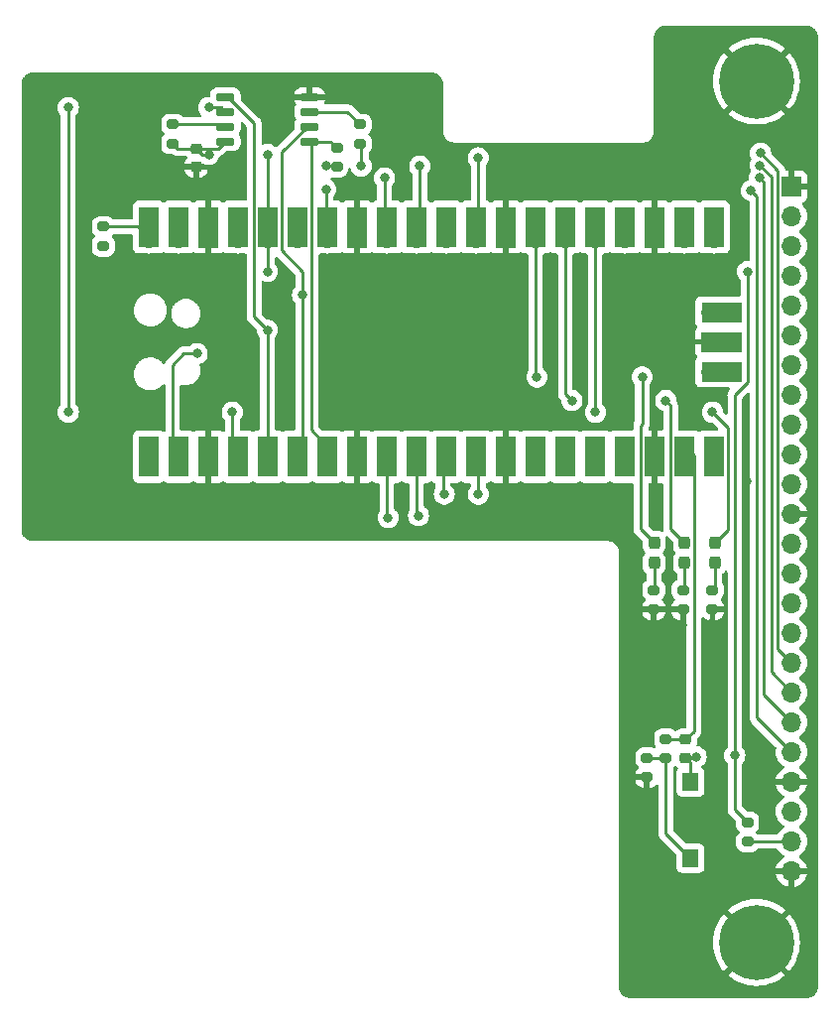
<source format=gbr>
G04 #@! TF.GenerationSoftware,KiCad,Pcbnew,7.0.9-7.0.9~ubuntu22.04.1*
G04 #@! TF.CreationDate,2023-12-12T21:19:07-05:00*
G04 #@! TF.ProjectId,tt03-tester,74743033-2d74-4657-9374-65722e6b6963,rev?*
G04 #@! TF.SameCoordinates,PX41cdb40PY623a7c0*
G04 #@! TF.FileFunction,Copper,L1,Top*
G04 #@! TF.FilePolarity,Positive*
%FSLAX46Y46*%
G04 Gerber Fmt 4.6, Leading zero omitted, Abs format (unit mm)*
G04 Created by KiCad (PCBNEW 7.0.9-7.0.9~ubuntu22.04.1) date 2023-12-12 21:19:07*
%MOMM*%
%LPD*%
G01*
G04 APERTURE LIST*
G04 Aperture macros list*
%AMRoundRect*
0 Rectangle with rounded corners*
0 $1 Rounding radius*
0 $2 $3 $4 $5 $6 $7 $8 $9 X,Y pos of 4 corners*
0 Add a 4 corners polygon primitive as box body*
4,1,4,$2,$3,$4,$5,$6,$7,$8,$9,$2,$3,0*
0 Add four circle primitives for the rounded corners*
1,1,$1+$1,$2,$3*
1,1,$1+$1,$4,$5*
1,1,$1+$1,$6,$7*
1,1,$1+$1,$8,$9*
0 Add four rect primitives between the rounded corners*
20,1,$1+$1,$2,$3,$4,$5,0*
20,1,$1+$1,$4,$5,$6,$7,0*
20,1,$1+$1,$6,$7,$8,$9,0*
20,1,$1+$1,$8,$9,$2,$3,0*%
G04 Aperture macros list end*
G04 #@! TA.AperFunction,ComponentPad*
%ADD10C,0.820000*%
G04 #@! TD*
G04 #@! TA.AperFunction,SMDPad,CuDef*
%ADD11R,1.400000X1.500000*%
G04 #@! TD*
G04 #@! TA.AperFunction,SMDPad,CuDef*
%ADD12RoundRect,0.200000X-0.275000X0.200000X-0.275000X-0.200000X0.275000X-0.200000X0.275000X0.200000X0*%
G04 #@! TD*
G04 #@! TA.AperFunction,SMDPad,CuDef*
%ADD13RoundRect,0.225000X0.250000X-0.225000X0.250000X0.225000X-0.250000X0.225000X-0.250000X-0.225000X0*%
G04 #@! TD*
G04 #@! TA.AperFunction,SMDPad,CuDef*
%ADD14RoundRect,0.200000X0.275000X-0.200000X0.275000X0.200000X-0.275000X0.200000X-0.275000X-0.200000X0*%
G04 #@! TD*
G04 #@! TA.AperFunction,SMDPad,CuDef*
%ADD15RoundRect,0.150000X0.650000X0.150000X-0.650000X0.150000X-0.650000X-0.150000X0.650000X-0.150000X0*%
G04 #@! TD*
G04 #@! TA.AperFunction,SMDPad,CuDef*
%ADD16RoundRect,0.237500X0.237500X-0.287500X0.237500X0.287500X-0.237500X0.287500X-0.237500X-0.287500X0*%
G04 #@! TD*
G04 #@! TA.AperFunction,ComponentPad*
%ADD17O,1.700000X1.700000*%
G04 #@! TD*
G04 #@! TA.AperFunction,SMDPad,CuDef*
%ADD18R,1.700000X3.500000*%
G04 #@! TD*
G04 #@! TA.AperFunction,ComponentPad*
%ADD19R,1.700000X1.700000*%
G04 #@! TD*
G04 #@! TA.AperFunction,SMDPad,CuDef*
%ADD20R,3.500000X1.700000*%
G04 #@! TD*
G04 #@! TA.AperFunction,ComponentPad*
%ADD21C,6.400000*%
G04 #@! TD*
G04 #@! TA.AperFunction,ViaPad*
%ADD22C,0.800000*%
G04 #@! TD*
G04 #@! TA.AperFunction,Conductor*
%ADD23C,0.250000*%
G04 #@! TD*
G04 APERTURE END LIST*
D10*
G04 #@! TO.P,STITCH27,1*
G04 #@! TO.N,GND*
X60100000Y15300000D03*
G04 #@! TD*
G04 #@! TO.P,STITCH27,1*
G04 #@! TO.N,GND*
X59100000Y22600000D03*
G04 #@! TD*
D11*
G04 #@! TO.P,SW1,1,1*
G04 #@! TO.N,Net-(R10-Pad2)*
X57100000Y11950000D03*
G04 #@! TO.P,SW1,2,2*
G04 #@! TO.N,VCC*
X57100000Y18450000D03*
G04 #@! TD*
D12*
G04 #@! TO.P,R10,1*
G04 #@! TO.N,in0*
X55000000Y22125000D03*
G04 #@! TO.P,R10,2*
G04 #@! TO.N,Net-(R10-Pad2)*
X55000000Y20475000D03*
G04 #@! TD*
G04 #@! TO.P,R9,1*
G04 #@! TO.N,Net-(R10-Pad2)*
X53400000Y20525000D03*
G04 #@! TO.P,R9,2*
G04 #@! TO.N,GND*
X53400000Y18875000D03*
G04 #@! TD*
D13*
G04 #@! TO.P,C2,1*
G04 #@! TO.N,VCC*
X56700000Y20525000D03*
G04 #@! TO.P,C2,2*
G04 #@! TO.N,in0*
X56700000Y22075000D03*
G04 #@! TD*
D10*
G04 #@! TO.P,STITCH18,1*
G04 #@! TO.N,GND*
X6700000Y77500000D03*
G04 #@! TD*
D14*
G04 #@! TO.P,R2,1*
G04 #@! TO.N,VCC*
X28917500Y72905000D03*
G04 #@! TO.P,R2,2*
G04 #@! TO.N,Net-(U1-IO2)*
X28917500Y74555000D03*
G04 #@! TD*
D15*
G04 #@! TO.P,U1,1,~{CS}*
G04 #@! TO.N,/~{TST_CS}*
X24600000Y73095000D03*
G04 #@! TO.P,U1,2,DO(IO1)*
G04 #@! TO.N,mprj_io1_SDO*
X24600000Y74365000D03*
G04 #@! TO.P,U1,3,IO2*
G04 #@! TO.N,Net-(U1-IO2)*
X24600000Y75635000D03*
G04 #@! TO.P,U1,4,GND*
G04 #@! TO.N,GND*
X24600000Y76905000D03*
G04 #@! TO.P,U1,5,DI(IO0)*
G04 #@! TO.N,mprj_io2_SDI*
X17400000Y76905000D03*
G04 #@! TO.P,U1,6,CLK*
G04 #@! TO.N,mprj_io4_SCK*
X17400000Y75635000D03*
G04 #@! TO.P,U1,7,IO3*
G04 #@! TO.N,Net-(U1-IO3)*
X17400000Y74365000D03*
G04 #@! TO.P,U1,8,VCC*
G04 #@! TO.N,VCC*
X17400000Y73095000D03*
G04 #@! TD*
D10*
G04 #@! TO.P,STITCH13,1*
G04 #@! TO.N,GND*
X1700000Y62500000D03*
G04 #@! TD*
G04 #@! TO.P,STITCH27,1*
G04 #@! TO.N,GND*
X52200000Y22700000D03*
G04 #@! TD*
G04 #@! TO.P,STITCH12,1*
G04 #@! TO.N,GND*
X1700000Y67500000D03*
G04 #@! TD*
G04 #@! TO.P,STITCH35,1*
G04 #@! TO.N,GND*
X16000000Y56300000D03*
G04 #@! TD*
G04 #@! TO.P,STITCH17,1*
G04 #@! TO.N,GND*
X1700000Y42500000D03*
G04 #@! TD*
G04 #@! TO.P,STITCH25,1*
G04 #@! TO.N,GND*
X52200000Y32700000D03*
G04 #@! TD*
D16*
G04 #@! TO.P,D1,1,K*
G04 #@! TO.N,Net-(D1-K)*
X54020000Y37125000D03*
G04 #@! TO.P,D1,2,A*
G04 #@! TO.N,in7*
X54020000Y38875000D03*
G04 #@! TD*
D10*
G04 #@! TO.P,STITCH35,1*
G04 #@! TO.N,GND*
X41700000Y56000000D03*
G04 #@! TD*
G04 #@! TO.P,STITCH35,1*
G04 #@! TO.N,GND*
X32500000Y42400000D03*
G04 #@! TD*
G04 #@! TO.P,STITCH20,1*
G04 #@! TO.N,GND*
X52200000Y37700000D03*
G04 #@! TD*
G04 #@! TO.P,STITCH35,1*
G04 #@! TO.N,GND*
X26000000Y58500000D03*
G04 #@! TD*
D14*
G04 #@! TO.P,R8,1*
G04 #@! TO.N,GND*
X59000000Y33175000D03*
G04 #@! TO.P,R8,2*
G04 #@! TO.N,Net-(D3-K)*
X59000000Y34825000D03*
G04 #@! TD*
G04 #@! TO.P,R6,1*
G04 #@! TO.N,GND*
X53980000Y33175000D03*
G04 #@! TO.P,R6,2*
G04 #@! TO.N,Net-(D1-K)*
X53980000Y34825000D03*
G04 #@! TD*
D10*
G04 #@! TO.P,STITCH35,1*
G04 #@! TO.N,GND*
X47700000Y58600000D03*
G04 #@! TD*
G04 #@! TO.P,STITCH10,1*
G04 #@! TO.N,GND*
X1700000Y77500000D03*
G04 #@! TD*
D14*
G04 #@! TO.P,R1,1*
G04 #@! TO.N,VCC*
X26917500Y70905000D03*
G04 #@! TO.P,R1,2*
G04 #@! TO.N,/~{TST_CS}*
X26917500Y72555000D03*
G04 #@! TD*
D10*
G04 #@! TO.P,STITCH35,1*
G04 #@! TO.N,GND*
X21500000Y59800000D03*
G04 #@! TD*
G04 #@! TO.P,STITCH35,1*
G04 #@! TO.N,GND*
X61900000Y44100000D03*
G04 #@! TD*
G04 #@! TO.P,STITCH35,1*
G04 #@! TO.N,GND*
X53400000Y58600000D03*
G04 #@! TD*
G04 #@! TO.P,STITCH28,1*
G04 #@! TO.N,GND*
X52200000Y17700000D03*
G04 #@! TD*
G04 #@! TO.P,STITCH35,1*
G04 #@! TO.N,GND*
X41700000Y53200000D03*
G04 #@! TD*
G04 #@! TO.P,STITCH35,1*
G04 #@! TO.N,GND*
X41700000Y61000000D03*
G04 #@! TD*
D12*
G04 #@! TO.P,R5,1*
G04 #@! TO.N,VCC*
X62000000Y15000000D03*
G04 #@! TO.P,R5,2*
G04 #@! TO.N,+3.3V*
X62000000Y13350000D03*
G04 #@! TD*
D17*
G04 #@! TO.P,U2,1,GPIO0*
G04 #@! TO.N,unconnected-(U2-GPIO0-Pad1)*
X10870000Y47110000D03*
D18*
X10870000Y46210000D03*
D17*
G04 #@! TO.P,U2,2,GPIO1*
G04 #@! TO.N,mprj_io3_CSB*
X13410000Y47110000D03*
D18*
X13410000Y46210000D03*
D19*
G04 #@! TO.P,U2,3,GND*
G04 #@! TO.N,GND*
X15950000Y47110000D03*
D18*
X15950000Y46210000D03*
D17*
G04 #@! TO.P,U2,4,GPIO2*
G04 #@! TO.N,mprj_io4_SCK*
X18490000Y47110000D03*
D18*
X18490000Y46210000D03*
D17*
G04 #@! TO.P,U2,5,GPIO3*
G04 #@! TO.N,mprj_io2_SDI*
X21030000Y47110000D03*
D18*
X21030000Y46210000D03*
D17*
G04 #@! TO.P,U2,6,GPIO4*
G04 #@! TO.N,mprj_io1_SDO*
X23570000Y47110000D03*
D18*
X23570000Y46210000D03*
D17*
G04 #@! TO.P,U2,7,GPIO5*
G04 #@! TO.N,/~{TST_CS}*
X26110000Y47110000D03*
D18*
X26110000Y46210000D03*
D19*
G04 #@! TO.P,U2,8,GND*
G04 #@! TO.N,GND*
X28650000Y47110000D03*
D18*
X28650000Y46210000D03*
D17*
G04 #@! TO.P,U2,9,GPIO6*
G04 #@! TO.N,out3*
X31190000Y47110000D03*
D18*
X31190000Y46210000D03*
D17*
G04 #@! TO.P,U2,10,GPIO7*
G04 #@! TO.N,out2*
X33730000Y47110000D03*
D18*
X33730000Y46210000D03*
D17*
G04 #@! TO.P,U2,11,GPIO8*
G04 #@! TO.N,out1*
X36270000Y47110000D03*
D18*
X36270000Y46210000D03*
D17*
G04 #@! TO.P,U2,12,GPIO9*
G04 #@! TO.N,out0*
X38810000Y47110000D03*
D18*
X38810000Y46210000D03*
D19*
G04 #@! TO.P,U2,13,GND*
G04 #@! TO.N,GND*
X41350000Y47110000D03*
D18*
X41350000Y46210000D03*
D17*
G04 #@! TO.P,U2,14,GPIO10*
G04 #@! TO.N,unconnected-(U2-GPIO10-Pad14)*
X43890000Y47110000D03*
D18*
X43890000Y46210000D03*
D17*
G04 #@! TO.P,U2,15,GPIO11*
G04 #@! TO.N,unconnected-(U2-GPIO11-Pad15)*
X46430000Y47110000D03*
D18*
X46430000Y46210000D03*
D17*
G04 #@! TO.P,U2,16,GPIO12*
G04 #@! TO.N,unconnected-(U2-GPIO12-Pad16)*
X48970000Y47110000D03*
D18*
X48970000Y46210000D03*
D17*
G04 #@! TO.P,U2,17,GPIO13*
G04 #@! TO.N,unconnected-(U2-GPIO13-Pad17)*
X51510000Y47110000D03*
D18*
X51510000Y46210000D03*
D19*
G04 #@! TO.P,U2,18,GND*
G04 #@! TO.N,GND*
X54050000Y47110000D03*
D18*
X54050000Y46210000D03*
D17*
G04 #@! TO.P,U2,19,GPIO14*
G04 #@! TO.N,in0*
X56590000Y47110000D03*
D18*
X56590000Y46210000D03*
D17*
G04 #@! TO.P,U2,20,GPIO15*
G04 #@! TO.N,in1*
X59130000Y47110000D03*
D18*
X59130000Y46210000D03*
D17*
G04 #@! TO.P,U2,21,GPIO16*
G04 #@! TO.N,in2*
X59130000Y64890000D03*
D18*
X59130000Y65790000D03*
D17*
G04 #@! TO.P,U2,22,GPIO17*
G04 #@! TO.N,in3*
X56590000Y64890000D03*
D18*
X56590000Y65790000D03*
D19*
G04 #@! TO.P,U2,23,GND*
G04 #@! TO.N,GND*
X54050000Y64890000D03*
D18*
X54050000Y65790000D03*
D17*
G04 #@! TO.P,U2,24,GPIO18*
G04 #@! TO.N,in4*
X51510000Y64890000D03*
D18*
X51510000Y65790000D03*
D17*
G04 #@! TO.P,U2,25,GPIO19*
G04 #@! TO.N,in5*
X48970000Y64890000D03*
D18*
X48970000Y65790000D03*
D17*
G04 #@! TO.P,U2,26,GPIO20*
G04 #@! TO.N,in6*
X46430000Y64890000D03*
D18*
X46430000Y65790000D03*
D17*
G04 #@! TO.P,U2,27,GPIO21*
G04 #@! TO.N,in7*
X43890000Y64890000D03*
D18*
X43890000Y65790000D03*
D19*
G04 #@! TO.P,U2,28,GND*
G04 #@! TO.N,GND*
X41350000Y64890000D03*
D18*
X41350000Y65790000D03*
D17*
G04 #@! TO.P,U2,29,GPIO22*
G04 #@! TO.N,out4*
X38810000Y64890000D03*
D18*
X38810000Y65790000D03*
D17*
G04 #@! TO.P,U2,30,RUN*
G04 #@! TO.N,unconnected-(U2-RUN-Pad30)*
X36270000Y64890000D03*
D18*
X36270000Y65790000D03*
D17*
G04 #@! TO.P,U2,31,GPIO26_ADC0*
G04 #@! TO.N,out5*
X33730000Y64890000D03*
D18*
X33730000Y65790000D03*
D17*
G04 #@! TO.P,U2,32,GPIO27_ADC1*
G04 #@! TO.N,out6*
X31190000Y64890000D03*
D18*
X31190000Y65790000D03*
D19*
G04 #@! TO.P,U2,33,AGND*
G04 #@! TO.N,GND*
X28650000Y64890000D03*
D18*
X28650000Y65790000D03*
D17*
G04 #@! TO.P,U2,34,GPIO28_ADC2*
G04 #@! TO.N,out7*
X26110000Y64890000D03*
D18*
X26110000Y65790000D03*
D17*
G04 #@! TO.P,U2,35,ADC_VREF*
G04 #@! TO.N,unconnected-(U2-ADC_VREF-Pad35)*
X23570000Y64890000D03*
D18*
X23570000Y65790000D03*
D17*
G04 #@! TO.P,U2,36,3V3*
G04 #@! TO.N,VCC*
X21030000Y64890000D03*
D18*
X21030000Y65790000D03*
D17*
G04 #@! TO.P,U2,37,3V3_EN*
G04 #@! TO.N,unconnected-(U2-3V3_EN-Pad37)*
X18490000Y64890000D03*
D18*
X18490000Y65790000D03*
D19*
G04 #@! TO.P,U2,38,GND*
G04 #@! TO.N,GND*
X15950000Y64890000D03*
D18*
X15950000Y65790000D03*
D17*
G04 #@! TO.P,U2,39,VSYS*
G04 #@! TO.N,unconnected-(U2-VSYS-Pad39)*
X13410000Y64890000D03*
D18*
X13410000Y65790000D03*
D17*
G04 #@! TO.P,U2,40,VBUS*
G04 #@! TO.N,VBUS*
X10870000Y64890000D03*
D18*
X10870000Y65790000D03*
D17*
G04 #@! TO.P,U2,41,SWCLK*
G04 #@! TO.N,unconnected-(U2-SWCLK-Pad41)*
X58900000Y53460000D03*
D20*
X59800000Y53460000D03*
D19*
G04 #@! TO.P,U2,42,GND*
G04 #@! TO.N,GND*
X58900000Y56000000D03*
D20*
X59800000Y56000000D03*
D17*
G04 #@! TO.P,U2,43,SWDIO*
G04 #@! TO.N,unconnected-(U2-SWDIO-Pad43)*
X58900000Y58540000D03*
D20*
X59800000Y58540000D03*
G04 #@! TD*
D14*
G04 #@! TO.P,R7,1*
G04 #@! TO.N,GND*
X56490000Y33175000D03*
G04 #@! TO.P,R7,2*
G04 #@! TO.N,Net-(D2-K)*
X56490000Y34825000D03*
G04 #@! TD*
D10*
G04 #@! TO.P,STITCH35,1*
G04 #@! TO.N,GND*
X45200000Y50600000D03*
G04 #@! TD*
G04 #@! TO.P,STITCH35,1*
G04 #@! TO.N,GND*
X45100000Y56000000D03*
G04 #@! TD*
G04 #@! TO.P,STITCH15,1*
G04 #@! TO.N,GND*
X1700000Y52500000D03*
G04 #@! TD*
G04 #@! TO.P,STITCH26,1*
G04 #@! TO.N,GND*
X52200000Y27700000D03*
G04 #@! TD*
G04 #@! TO.P,STITCH35,1*
G04 #@! TO.N,GND*
X15900000Y62800000D03*
G04 #@! TD*
D13*
G04 #@! TO.P,C1,1*
G04 #@! TO.N,GND*
X14917500Y70955000D03*
G04 #@! TO.P,C1,2*
G04 #@! TO.N,VCC*
X14917500Y72505000D03*
G04 #@! TD*
D10*
G04 #@! TO.P,STITCH21,1*
G04 #@! TO.N,GND*
X21700000Y77500000D03*
G04 #@! TD*
D14*
G04 #@! TO.P,R3,1*
G04 #@! TO.N,VCC*
X12917500Y72905000D03*
G04 #@! TO.P,R3,2*
G04 #@! TO.N,Net-(U1-IO3)*
X12917500Y74555000D03*
G04 #@! TD*
D10*
G04 #@! TO.P,STITCH35,1*
G04 #@! TO.N,GND*
X53400000Y56000000D03*
G04 #@! TD*
G04 #@! TO.P,STITCH30,1*
G04 #@! TO.N,GND*
X52200000Y7700000D03*
G04 #@! TD*
D19*
G04 #@! TO.P,J2,1,Pin_1*
G04 #@! TO.N,GND*
X65750000Y69260000D03*
D17*
G04 #@! TO.P,J2,2,Pin_2*
G04 #@! TO.N,ext_clk*
X65750000Y66720000D03*
G04 #@! TO.P,J2,3,Pin_3*
G04 #@! TO.N,ready*
X65750000Y64180000D03*
G04 #@! TO.P,J2,4,Pin_4*
G04 #@! TO.N,mprj_io0*
X65750000Y61640000D03*
G04 #@! TO.P,J2,5,Pin_5*
G04 #@! TO.N,mprj_io1_SDO*
X65750000Y59100000D03*
G04 #@! TO.P,J2,6,Pin_6*
G04 #@! TO.N,mprj_io2_SDI*
X65750000Y56560000D03*
G04 #@! TO.P,J2,7,Pin_7*
G04 #@! TO.N,mprj_io3_CSB*
X65750000Y54020000D03*
G04 #@! TO.P,J2,8,Pin_8*
G04 #@! TO.N,mprj_io4_SCK*
X65750000Y51480000D03*
G04 #@! TO.P,J2,9,Pin_9*
G04 #@! TO.N,mprj_io5_ser_rx*
X65750000Y48940000D03*
G04 #@! TO.P,J2,10,Pin_10*
G04 #@! TO.N,mprj_io6_ser_tx*
X65750000Y46400000D03*
G04 #@! TO.P,J2,11,Pin_11*
G04 #@! TO.N,mprj_io7*
X65750000Y43860000D03*
G04 #@! TO.P,J2,12,Pin_12*
G04 #@! TO.N,GND*
X65750000Y41320000D03*
G04 #@! TO.P,J2,13,Pin_13*
G04 #@! TO.N,out0*
X65750000Y38780000D03*
G04 #@! TO.P,J2,14,Pin_14*
G04 #@! TO.N,out1*
X65750000Y36240000D03*
G04 #@! TO.P,J2,15,Pin_15*
G04 #@! TO.N,out2*
X65750000Y33700000D03*
G04 #@! TO.P,J2,16,Pin_16*
G04 #@! TO.N,out3*
X65750000Y31160000D03*
G04 #@! TO.P,J2,17,Pin_17*
G04 #@! TO.N,out4*
X65750000Y28620000D03*
G04 #@! TO.P,J2,18,Pin_18*
G04 #@! TO.N,out5*
X65750000Y26080000D03*
G04 #@! TO.P,J2,19,Pin_19*
G04 #@! TO.N,out6*
X65750000Y23540000D03*
G04 #@! TO.P,J2,20,Pin_20*
G04 #@! TO.N,out7*
X65750000Y21000000D03*
G04 #@! TO.P,J2,21,Pin_21*
G04 #@! TO.N,GND*
X65750000Y18460000D03*
G04 #@! TO.P,J2,22,Pin_22*
G04 #@! TO.N,+1V8*
X65750000Y15920000D03*
G04 #@! TO.P,J2,23,Pin_23*
G04 #@! TO.N,+3.3V*
X65750000Y13380000D03*
G04 #@! TO.P,J2,24,Pin_24*
G04 #@! TO.N,GND*
X65750000Y10840000D03*
G04 #@! TD*
D16*
G04 #@! TO.P,D2,1,K*
G04 #@! TO.N,Net-(D2-K)*
X56610000Y37125000D03*
G04 #@! TO.P,D2,2,A*
G04 #@! TO.N,in6*
X56610000Y38875000D03*
G04 #@! TD*
D10*
G04 #@! TO.P,STITCH35,1*
G04 #@! TO.N,GND*
X57100000Y82000000D03*
G04 #@! TD*
G04 #@! TO.P,STITCH35,1*
G04 #@! TO.N,GND*
X26000000Y50100000D03*
G04 #@! TD*
G04 #@! TO.P,STITCH35,1*
G04 #@! TO.N,GND*
X47700000Y56000000D03*
G04 #@! TD*
G04 #@! TO.P,STITCH31,1*
G04 #@! TO.N,GND*
X52200000Y2700000D03*
G04 #@! TD*
G04 #@! TO.P,STITCH19,1*
G04 #@! TO.N,GND*
X11700000Y77500000D03*
G04 #@! TD*
G04 #@! TO.P,STITCH11,1*
G04 #@! TO.N,GND*
X1700000Y72500000D03*
G04 #@! TD*
G04 #@! TO.P,STITCH35,1*
G04 #@! TO.N,GND*
X30300000Y39800000D03*
G04 #@! TD*
G04 #@! TO.P,STITCH35,1*
G04 #@! TO.N,GND*
X56400000Y53000000D03*
G04 #@! TD*
G04 #@! TO.P,STITCH23,1*
G04 #@! TO.N,GND*
X31700000Y77500000D03*
G04 #@! TD*
G04 #@! TO.P,STITCH22,1*
G04 #@! TO.N,GND*
X26700000Y77500000D03*
G04 #@! TD*
G04 #@! TO.P,STITCH35,1*
G04 #@! TO.N,GND*
X50600000Y61000000D03*
G04 #@! TD*
G04 #@! TO.P,STITCH16,1*
G04 #@! TO.N,GND*
X1700000Y47500000D03*
G04 #@! TD*
G04 #@! TO.P,STITCH35,1*
G04 #@! TO.N,GND*
X25600000Y39900000D03*
G04 #@! TD*
G04 #@! TO.P,STITCH35,1*
G04 #@! TO.N,GND*
X61200000Y73300000D03*
G04 #@! TD*
G04 #@! TO.P,STITCH31,1*
G04 #@! TO.N,GND*
X5600000Y39900000D03*
G04 #@! TD*
D21*
G04 #@! TO.P,MT2,1,1*
G04 #@! TO.N,GND*
X62750000Y4750000D03*
G04 #@! TD*
D10*
G04 #@! TO.P,STITCH35,1*
G04 #@! TO.N,GND*
X26000000Y56000000D03*
G04 #@! TD*
G04 #@! TO.P,STITCH35,1*
G04 #@! TO.N,GND*
X26000000Y53100000D03*
G04 #@! TD*
G04 #@! TO.P,STITCH29,1*
G04 #@! TO.N,GND*
X52200000Y12700000D03*
G04 #@! TD*
D21*
G04 #@! TO.P,MT1,1,1*
G04 #@! TO.N,GND*
X62750000Y78250000D03*
G04 #@! TD*
D10*
G04 #@! TO.P,STITCH35,1*
G04 #@! TO.N,GND*
X66900000Y82000000D03*
G04 #@! TD*
G04 #@! TO.P,STITCH14,1*
G04 #@! TO.N,GND*
X1700000Y57500000D03*
G04 #@! TD*
G04 #@! TO.P,STITCH35,1*
G04 #@! TO.N,GND*
X41700000Y58600000D03*
G04 #@! TD*
G04 #@! TO.P,STITCH35,1*
G04 #@! TO.N,GND*
X45100000Y58600000D03*
G04 #@! TD*
G04 #@! TO.P,STITCH33,1*
G04 #@! TO.N,GND*
X15600000Y39900000D03*
G04 #@! TD*
D16*
G04 #@! TO.P,D3,1,K*
G04 #@! TO.N,Net-(D3-K)*
X59200000Y37125000D03*
G04 #@! TO.P,D3,2,A*
G04 #@! TO.N,in5*
X59200000Y38875000D03*
G04 #@! TD*
D10*
G04 #@! TO.P,STITCH34,1*
G04 #@! TO.N,GND*
X20600000Y39900000D03*
G04 #@! TD*
G04 #@! TO.P,STITCH35,1*
G04 #@! TO.N,GND*
X61400000Y64100000D03*
G04 #@! TD*
G04 #@! TO.P,STITCH32,1*
G04 #@! TO.N,GND*
X10600000Y39900000D03*
G04 #@! TD*
D12*
G04 #@! TO.P,R4,1*
G04 #@! TO.N,VBUS*
X7000000Y65825000D03*
G04 #@! TO.P,R4,2*
G04 #@! TO.N,+5V*
X7000000Y64175000D03*
G04 #@! TD*
D10*
G04 #@! TO.P,STITCH35,1*
G04 #@! TO.N,GND*
X16700000Y51700000D03*
G04 #@! TD*
G04 #@! TO.P,STITCH35,1*
G04 #@! TO.N,GND*
X66900000Y72800000D03*
G04 #@! TD*
D22*
G04 #@! TO.N,VCC*
X57600000Y20600000D03*
X60900000Y20700000D03*
G04 #@! TO.N,GND*
X56400000Y31800000D03*
X59000000Y32000000D03*
G04 #@! TO.N,in7*
X44000000Y53000000D03*
X53000000Y53000000D03*
G04 #@! TO.N,in6*
X55000000Y51000000D03*
X47000000Y51000000D03*
G04 #@! TO.N,in5*
X59000000Y50000000D03*
X49000000Y50000000D03*
G04 #@! TO.N,mprj_io1_SDO*
X24000000Y60000000D03*
G04 #@! TO.N,mprj_io2_SDI*
X21000000Y57000000D03*
G04 #@! TO.N,mprj_io3_CSB*
X15000000Y55000000D03*
G04 #@! TO.N,mprj_io4_SCK*
X18000000Y50000000D03*
X16000000Y76000000D03*
X4000000Y50000000D03*
X4000000Y76000000D03*
G04 #@! TO.N,out0*
X39000000Y43000000D03*
G04 #@! TO.N,out1*
X36100000Y42999994D03*
G04 #@! TO.N,out2*
X33899999Y41175000D03*
G04 #@! TO.N,out3*
X31300000Y41000000D03*
G04 #@! TO.N,out4*
X39000000Y71700000D03*
X63100000Y72100000D03*
G04 #@! TO.N,out5*
X34000000Y71000000D03*
X63051992Y71051992D03*
G04 #@! TO.N,out6*
X63000000Y70000000D03*
X31000000Y70000000D03*
G04 #@! TO.N,out7*
X62299998Y68899998D03*
X26000000Y69000000D03*
G04 #@! TO.N,VCC*
X29000000Y71000000D03*
X21000000Y62000000D03*
X62000000Y62000000D03*
X16000000Y72000000D03*
X26000000Y71000000D03*
X21000000Y72000000D03*
G04 #@! TD*
D23*
G04 #@! TO.N,out4*
X39000000Y65080000D02*
X39000000Y71700000D01*
X38810000Y64890000D02*
X39000000Y65080000D01*
G04 #@! TO.N,in0*
X55000000Y22125000D02*
X56650000Y22125000D01*
X56650000Y22125000D02*
X56700000Y22075000D01*
G04 #@! TO.N,VCC*
X56700000Y20525000D02*
X57525000Y20525000D01*
X57525000Y20525000D02*
X57600000Y20600000D01*
X57100000Y18450000D02*
X57100000Y20125000D01*
X57100000Y20125000D02*
X56700000Y20525000D01*
G04 #@! TO.N,Net-(R10-Pad2)*
X55000000Y20475000D02*
X53450000Y20475000D01*
X53450000Y20475000D02*
X53400000Y20525000D01*
X57100000Y11950000D02*
X55000000Y14050000D01*
X55000000Y14050000D02*
X55000000Y20475000D01*
G04 #@! TO.N,in0*
X56700000Y22075000D02*
X57410000Y22785000D01*
X57410000Y22785000D02*
X57410000Y46290000D01*
X57410000Y46290000D02*
X56590000Y47110000D01*
G04 #@! TO.N,GND*
X56490000Y33175000D02*
X56490000Y31890000D01*
X56490000Y31890000D02*
X56400000Y31800000D01*
X59000000Y33175000D02*
X59000000Y32000000D01*
X58900000Y56000000D02*
X53400000Y56000000D01*
G04 #@! TO.N,+3.3V*
X62030000Y13380000D02*
X65750000Y13380000D01*
X62000000Y13350000D02*
X62030000Y13380000D01*
G04 #@! TO.N,in7*
X53000000Y49000000D02*
X52875000Y48875000D01*
X43890000Y64890000D02*
X43890000Y53110000D01*
X53000000Y53000000D02*
X53000000Y49000000D01*
X43890000Y53110000D02*
X44000000Y53000000D01*
X52875000Y48875000D02*
X52875000Y40020000D01*
X52875000Y40020000D02*
X54020000Y38875000D01*
G04 #@! TO.N,in6*
X46430000Y51570000D02*
X47000000Y51000000D01*
X55415000Y50585000D02*
X55415000Y40070000D01*
X55415000Y40070000D02*
X56610000Y38875000D01*
X55000000Y51000000D02*
X55415000Y50585000D01*
X46430000Y64890000D02*
X46430000Y51570000D01*
G04 #@! TO.N,in5*
X48970000Y50030000D02*
X49000000Y50000000D01*
X59000000Y50000000D02*
X60305000Y48695000D01*
X60305000Y39980000D02*
X59200000Y38875000D01*
X48970000Y64890000D02*
X48970000Y50030000D01*
X60305000Y48695000D02*
X60305000Y39980000D01*
G04 #@! TO.N,mprj_io1_SDO*
X22205000Y72175908D02*
X24394092Y74365000D01*
X24000000Y60000000D02*
X24000000Y47540000D01*
X24000000Y47540000D02*
X23570000Y47110000D01*
X24000000Y62000000D02*
X22205000Y63795000D01*
X24000000Y60000000D02*
X24000000Y62000000D01*
X22205000Y63795000D02*
X22205000Y72175908D01*
X24394092Y74365000D02*
X24600000Y74365000D01*
G04 #@! TO.N,mprj_io2_SDI*
X21000000Y47140000D02*
X21030000Y47110000D01*
X19855000Y58145000D02*
X19855000Y74655908D01*
X21000000Y57000000D02*
X21000000Y47140000D01*
X21000000Y57000000D02*
X19855000Y58145000D01*
X17605908Y76905000D02*
X17400000Y76905000D01*
X19855000Y74655908D02*
X17605908Y76905000D01*
G04 #@! TO.N,mprj_io3_CSB*
X12905000Y47615000D02*
X13410000Y47110000D01*
X12905000Y54040990D02*
X12905000Y47615000D01*
X13864010Y55000000D02*
X12905000Y54040990D01*
X15000000Y55000000D02*
X13864010Y55000000D01*
G04 #@! TO.N,mprj_io4_SCK*
X17035000Y76000000D02*
X17400000Y75635000D01*
X16000000Y76000000D02*
X17035000Y76000000D01*
X4000000Y50000000D02*
X4000000Y76000000D01*
X18000000Y47600000D02*
X18490000Y47110000D01*
X18000000Y50000000D02*
X18000000Y47600000D01*
G04 #@! TO.N,out0*
X39000000Y46920000D02*
X38810000Y47110000D01*
X39000000Y43000000D02*
X39000000Y46920000D01*
G04 #@! TO.N,out1*
X36270000Y47110000D02*
X36000000Y46840000D01*
X36000000Y43099994D02*
X36100000Y42999994D01*
X36000000Y46840000D02*
X36000000Y43099994D01*
G04 #@! TO.N,out2*
X33730000Y41344999D02*
X33899999Y41175000D01*
X33730000Y47110000D02*
X33730000Y41344999D01*
G04 #@! TO.N,out3*
X31190000Y47110000D02*
X31190000Y41110000D01*
X31190000Y41110000D02*
X31300000Y41000000D01*
G04 #@! TO.N,out4*
X64575000Y29795000D02*
X64575000Y70625000D01*
X64575000Y70625000D02*
X63100000Y72100000D01*
X65750000Y28620000D02*
X64575000Y29795000D01*
G04 #@! TO.N,out5*
X64000000Y70103984D02*
X63051992Y71051992D01*
X65750000Y26080000D02*
X64000000Y27830000D01*
X34000000Y65160000D02*
X33730000Y64890000D01*
X64000000Y27830000D02*
X64000000Y70103984D01*
X34000000Y71000000D02*
X34000000Y65160000D01*
G04 #@! TO.N,out6*
X65750000Y23540000D02*
X63400000Y25890000D01*
X31000000Y65080000D02*
X31190000Y64890000D01*
X63400000Y25890000D02*
X63400000Y69600000D01*
X31000000Y70000000D02*
X31000000Y65080000D01*
X63400000Y69600000D02*
X63000000Y70000000D01*
G04 #@! TO.N,out7*
X26000000Y65000000D02*
X26110000Y64890000D01*
X62800000Y23950000D02*
X62800000Y68399996D01*
X62800000Y68399996D02*
X62299998Y68899998D01*
X26000000Y69000000D02*
X26000000Y65000000D01*
X65750000Y21000000D02*
X62800000Y23950000D01*
G04 #@! TO.N,/~{TST_CS}*
X24600000Y73095000D02*
X26377500Y73095000D01*
X24745000Y48475000D02*
X26110000Y47110000D01*
X26377500Y73095000D02*
X26917500Y72555000D01*
X24600000Y73095000D02*
X24745000Y72950000D01*
X24745000Y72950000D02*
X24745000Y48475000D01*
G04 #@! TO.N,Net-(U1-IO2)*
X27837500Y75635000D02*
X28917500Y74555000D01*
X24600000Y75635000D02*
X27837500Y75635000D01*
G04 #@! TO.N,Net-(U1-IO3)*
X17400000Y74365000D02*
X17210000Y74555000D01*
X17210000Y74555000D02*
X12917500Y74555000D01*
G04 #@! TO.N,VBUS*
X9935000Y65825000D02*
X10870000Y64890000D01*
X7000000Y65825000D02*
X9935000Y65825000D01*
G04 #@! TO.N,Net-(D1-K)*
X54020000Y37125000D02*
X54020000Y34865000D01*
X54020000Y34865000D02*
X53980000Y34825000D01*
G04 #@! TO.N,Net-(D2-K)*
X56610000Y34945000D02*
X56490000Y34825000D01*
X56610000Y37125000D02*
X56610000Y34945000D01*
G04 #@! TO.N,Net-(D3-K)*
X59200000Y35025000D02*
X59000000Y34825000D01*
X59200000Y37125000D02*
X59200000Y35025000D01*
G04 #@! TO.N,VCC*
X21030000Y71970000D02*
X21000000Y72000000D01*
X16810000Y72505000D02*
X17400000Y73095000D01*
X21030000Y64890000D02*
X21030000Y62030000D01*
X60900000Y51445584D02*
X62000000Y52545584D01*
X21030000Y64890000D02*
X21030000Y71970000D01*
X29000000Y71000000D02*
X29000000Y72822500D01*
X29000000Y72822500D02*
X28917500Y72905000D01*
X14917500Y72505000D02*
X13317500Y72505000D01*
X62000000Y52545584D02*
X62000000Y62000000D01*
X26822500Y71000000D02*
X26917500Y70905000D01*
X14917500Y72505000D02*
X16810000Y72505000D01*
X26000000Y71000000D02*
X26822500Y71000000D01*
X13317500Y72505000D02*
X12917500Y72905000D01*
X16000000Y72000000D02*
X15422500Y72000000D01*
X60900000Y16100000D02*
X60900000Y51445584D01*
X21030000Y62030000D02*
X21000000Y62000000D01*
X15422500Y72000000D02*
X14917500Y72505000D01*
X62000000Y15000000D02*
X60900000Y16100000D01*
G04 #@! TD*
G04 #@! TA.AperFunction,Conductor*
G04 #@! TO.N,GND*
G36*
X62093834Y51652314D02*
G01*
X62149767Y51610442D01*
X62174184Y51544978D01*
X62174500Y51536132D01*
X62174500Y24032745D01*
X62172775Y24017128D01*
X62173061Y24017101D01*
X62172326Y24009335D01*
X62174500Y23940186D01*
X62174500Y23910657D01*
X62174501Y23910640D01*
X62175368Y23903769D01*
X62175826Y23897950D01*
X62177290Y23851376D01*
X62177291Y23851373D01*
X62182880Y23832133D01*
X62186824Y23813089D01*
X62189336Y23793208D01*
X62196385Y23775404D01*
X62206490Y23749881D01*
X62208382Y23744353D01*
X62221381Y23699612D01*
X62231580Y23682366D01*
X62240138Y23664897D01*
X62247514Y23646268D01*
X62274898Y23608577D01*
X62278106Y23603693D01*
X62301827Y23563584D01*
X62301833Y23563576D01*
X62315990Y23549420D01*
X62328628Y23534624D01*
X62340405Y23518414D01*
X62340406Y23518413D01*
X62376309Y23488712D01*
X62380620Y23484790D01*
X63994006Y21871403D01*
X64409761Y21455648D01*
X64443246Y21394325D01*
X64441855Y21335876D01*
X64414937Y21235411D01*
X64414937Y21235410D01*
X64394341Y21000001D01*
X64394341Y21000000D01*
X64414936Y20764597D01*
X64414938Y20764587D01*
X64476094Y20536345D01*
X64476096Y20536341D01*
X64476097Y20536337D01*
X64534196Y20411744D01*
X64575965Y20322170D01*
X64575967Y20322166D01*
X64711501Y20128605D01*
X64711506Y20128598D01*
X64878597Y19961507D01*
X64878603Y19961502D01*
X65064594Y19831270D01*
X65108219Y19776693D01*
X65115413Y19707195D01*
X65083890Y19644840D01*
X65064595Y19628120D01*
X64878922Y19498110D01*
X64878920Y19498109D01*
X64711891Y19331080D01*
X64711886Y19331074D01*
X64576400Y19137580D01*
X64576399Y19137578D01*
X64476570Y18923493D01*
X64476567Y18923487D01*
X64419364Y18710001D01*
X64419364Y18710000D01*
X65316314Y18710000D01*
X65290507Y18669844D01*
X65250000Y18531889D01*
X65250000Y18388111D01*
X65290507Y18250156D01*
X65316314Y18210000D01*
X64419364Y18210000D01*
X64476567Y17996514D01*
X64476570Y17996508D01*
X64576399Y17782422D01*
X64711894Y17588918D01*
X64878917Y17421895D01*
X65064595Y17291881D01*
X65108219Y17237304D01*
X65115412Y17167805D01*
X65083890Y17105451D01*
X65064595Y17088731D01*
X64878594Y16958492D01*
X64711505Y16791403D01*
X64575965Y16597831D01*
X64575964Y16597829D01*
X64488589Y16410453D01*
X64476299Y16384095D01*
X64476098Y16383665D01*
X64476094Y16383656D01*
X64414938Y16155414D01*
X64414936Y16155404D01*
X64394341Y15920001D01*
X64394341Y15920000D01*
X64414936Y15684597D01*
X64414938Y15684587D01*
X64476094Y15456345D01*
X64476096Y15456341D01*
X64476097Y15456337D01*
X64536317Y15327196D01*
X64575965Y15242170D01*
X64575967Y15242166D01*
X64681878Y15090910D01*
X64699386Y15065906D01*
X64711501Y15048605D01*
X64711506Y15048598D01*
X64878597Y14881507D01*
X64878603Y14881502D01*
X65064158Y14751575D01*
X65107783Y14696998D01*
X65114977Y14627500D01*
X65083454Y14565145D01*
X65064158Y14548425D01*
X64878597Y14418495D01*
X64711505Y14251403D01*
X64576348Y14058377D01*
X64521771Y14014752D01*
X64474773Y14005500D01*
X62861519Y14005500D01*
X62794480Y14025185D01*
X62773838Y14041819D01*
X62728338Y14087319D01*
X62694853Y14148642D01*
X62699837Y14218334D01*
X62728336Y14262680D01*
X62830472Y14364815D01*
X62918478Y14510394D01*
X62969086Y14672804D01*
X62975500Y14743384D01*
X62975500Y15256616D01*
X62969086Y15327196D01*
X62918478Y15489606D01*
X62830472Y15635185D01*
X62830470Y15635187D01*
X62830469Y15635189D01*
X62710188Y15755470D01*
X62705048Y15758577D01*
X62564606Y15843478D01*
X62402196Y15894086D01*
X62402194Y15894087D01*
X62402192Y15894087D01*
X62352778Y15898577D01*
X62331616Y15900500D01*
X62331613Y15900500D01*
X62035452Y15900500D01*
X61968413Y15920185D01*
X61947771Y15936819D01*
X61561819Y16322772D01*
X61528334Y16384095D01*
X61525500Y16410453D01*
X61525500Y20001313D01*
X61545185Y20068352D01*
X61557350Y20084285D01*
X61597250Y20128599D01*
X61632533Y20167784D01*
X61727179Y20331716D01*
X61785674Y20511744D01*
X61805460Y20700000D01*
X61785674Y20888256D01*
X61727179Y21068284D01*
X61632533Y21232216D01*
X61589085Y21280470D01*
X61557350Y21315716D01*
X61527120Y21378708D01*
X61525500Y21398688D01*
X61525500Y51135132D01*
X61545185Y51202171D01*
X61561819Y51222813D01*
X61962819Y51623813D01*
X62024142Y51657298D01*
X62093834Y51652314D01*
G37*
G04 #@! TD.AperFunction*
G04 #@! TA.AperFunction,Conductor*
G36*
X54300000Y43960000D02*
G01*
X54665500Y43960000D01*
X54732539Y43940315D01*
X54778294Y43887511D01*
X54789500Y43836000D01*
X54789500Y40152745D01*
X54787775Y40137128D01*
X54788061Y40137101D01*
X54787326Y40129335D01*
X54789500Y40060186D01*
X54789500Y40030657D01*
X54789501Y40030640D01*
X54790368Y40023769D01*
X54790826Y40017950D01*
X54792290Y39971376D01*
X54792291Y39971373D01*
X54797880Y39952134D01*
X54801828Y39933063D01*
X54802118Y39930764D01*
X54790978Y39861788D01*
X54744316Y39809784D01*
X54676945Y39791264D01*
X54613997Y39809706D01*
X54571522Y39835905D01*
X54571517Y39835907D01*
X54571516Y39835908D01*
X54407753Y39890174D01*
X54407751Y39890175D01*
X54306684Y39900500D01*
X54306677Y39900500D01*
X53930453Y39900500D01*
X53863414Y39920185D01*
X53842772Y39936819D01*
X53536819Y40242772D01*
X53503334Y40304095D01*
X53500500Y40330453D01*
X53500500Y43836000D01*
X53520185Y43903039D01*
X53572989Y43948794D01*
X53624500Y43960000D01*
X53800000Y43960000D01*
X53800000Y46663506D01*
X53904839Y46615627D01*
X54013527Y46600000D01*
X54086473Y46600000D01*
X54195161Y46615627D01*
X54300000Y46663506D01*
X54300000Y43960000D01*
G37*
G04 #@! TD.AperFunction*
G04 #@! TA.AperFunction,Conductor*
G36*
X21860703Y63254261D02*
G01*
X21867181Y63248229D01*
X23338181Y61777229D01*
X23371666Y61715906D01*
X23374500Y61689548D01*
X23374500Y60698688D01*
X23354815Y60631649D01*
X23342650Y60615716D01*
X23267466Y60532216D01*
X23172821Y60368285D01*
X23172818Y60368278D01*
X23114327Y60188260D01*
X23114326Y60188256D01*
X23094540Y60000000D01*
X23114326Y59811744D01*
X23114327Y59811741D01*
X23172818Y59631723D01*
X23172821Y59631716D01*
X23267467Y59467784D01*
X23302816Y59428525D01*
X23342650Y59384285D01*
X23372880Y59321294D01*
X23374500Y59301313D01*
X23374500Y48584500D01*
X23354815Y48517461D01*
X23302011Y48471706D01*
X23250500Y48460500D01*
X22672129Y48460500D01*
X22672123Y48460499D01*
X22612516Y48454092D01*
X22477671Y48403798D01*
X22477669Y48403797D01*
X22374311Y48326422D01*
X22308847Y48302005D01*
X22240574Y48316856D01*
X22225689Y48326422D01*
X22122330Y48403797D01*
X22122328Y48403798D01*
X21987482Y48454092D01*
X21987483Y48454092D01*
X21927883Y48460499D01*
X21927881Y48460500D01*
X21927873Y48460500D01*
X21927865Y48460500D01*
X21749500Y48460500D01*
X21682461Y48480185D01*
X21636706Y48532989D01*
X21625500Y48584500D01*
X21625500Y56301313D01*
X21645185Y56368352D01*
X21657350Y56384285D01*
X21675891Y56404878D01*
X21732533Y56467784D01*
X21827179Y56631716D01*
X21885674Y56811744D01*
X21905460Y57000000D01*
X21885674Y57188256D01*
X21827179Y57368284D01*
X21732533Y57532216D01*
X21605871Y57672888D01*
X21605870Y57672889D01*
X21452734Y57784149D01*
X21452729Y57784152D01*
X21279807Y57861143D01*
X21279802Y57861145D01*
X21134001Y57892135D01*
X21094646Y57900500D01*
X21094645Y57900500D01*
X21035452Y57900500D01*
X20968413Y57920185D01*
X20947771Y57936819D01*
X20516819Y58367772D01*
X20483334Y58429095D01*
X20480500Y58455453D01*
X20480500Y61054633D01*
X20500185Y61121672D01*
X20552989Y61167427D01*
X20622147Y61177371D01*
X20654936Y61167912D01*
X20720192Y61138858D01*
X20720197Y61138856D01*
X20905354Y61099500D01*
X20905355Y61099500D01*
X21094644Y61099500D01*
X21094646Y61099500D01*
X21279803Y61138856D01*
X21452730Y61215849D01*
X21605871Y61327112D01*
X21732533Y61467784D01*
X21827179Y61631716D01*
X21885674Y61811744D01*
X21905460Y62000000D01*
X21885674Y62188256D01*
X21827179Y62368284D01*
X21732533Y62532216D01*
X21687350Y62582397D01*
X21657120Y62645389D01*
X21655500Y62665369D01*
X21655500Y63160548D01*
X21675185Y63227587D01*
X21727989Y63273342D01*
X21797147Y63283286D01*
X21860703Y63254261D01*
G37*
G04 #@! TD.AperFunction*
G04 #@! TA.AperFunction,Conductor*
G36*
X59993039Y56230315D02*
G01*
X60038794Y56177511D01*
X60050000Y56126000D01*
X60050000Y55874000D01*
X60030315Y55806961D01*
X59977511Y55761206D01*
X59926000Y55750000D01*
X59345572Y55750000D01*
X59368682Y55785960D01*
X59410000Y55926673D01*
X59410000Y56073327D01*
X59368682Y56214040D01*
X59345572Y56250000D01*
X59926000Y56250000D01*
X59993039Y56230315D01*
G37*
G04 #@! TD.AperFunction*
G04 #@! TA.AperFunction,Conductor*
G36*
X67002695Y82999265D02*
G01*
X67045519Y82995518D01*
X67171771Y82983082D01*
X67191685Y82979459D01*
X67258349Y82961597D01*
X67351570Y82933318D01*
X67367971Y82927042D01*
X67435411Y82895594D01*
X67438375Y82894112D01*
X67475969Y82874018D01*
X67522327Y82849238D01*
X67528667Y82845343D01*
X67594828Y82799017D01*
X67598600Y82796156D01*
X67670808Y82736897D01*
X67675309Y82732818D01*
X67732815Y82675312D01*
X67736895Y82670810D01*
X67796154Y82598602D01*
X67799015Y82594830D01*
X67845341Y82528669D01*
X67849236Y82522329D01*
X67894101Y82438395D01*
X67895614Y82435369D01*
X67927040Y82367973D01*
X67933319Y82351565D01*
X67961601Y82258331D01*
X67979454Y82191701D01*
X67983082Y82171762D01*
X67995523Y82045446D01*
X67999264Y82002698D01*
X67999500Y81997290D01*
X67999500Y1002711D01*
X67999264Y997303D01*
X67995523Y954555D01*
X67983082Y828240D01*
X67979454Y808301D01*
X67961601Y741670D01*
X67933318Y648437D01*
X67927040Y632029D01*
X67895614Y564633D01*
X67894101Y561607D01*
X67849236Y477673D01*
X67845341Y471333D01*
X67799015Y405172D01*
X67796154Y401400D01*
X67736895Y329192D01*
X67732806Y324680D01*
X67675320Y267194D01*
X67670808Y263105D01*
X67598600Y203846D01*
X67594828Y200985D01*
X67528667Y154659D01*
X67522327Y150764D01*
X67438393Y105899D01*
X67435367Y104386D01*
X67367971Y72960D01*
X67351563Y66682D01*
X67258330Y38399D01*
X67191699Y20546D01*
X67171760Y16918D01*
X67045445Y4477D01*
X67004789Y920D01*
X67002696Y736D01*
X66997290Y500D01*
X52002710Y500D01*
X51997303Y736D01*
X51995015Y937D01*
X51954554Y4477D01*
X51828238Y16918D01*
X51808299Y20546D01*
X51741669Y38399D01*
X51648435Y66681D01*
X51632027Y72960D01*
X51583433Y95619D01*
X51564618Y104393D01*
X51561605Y105899D01*
X51477671Y150764D01*
X51471331Y154659D01*
X51405170Y200985D01*
X51401398Y203846D01*
X51329190Y263105D01*
X51324688Y267185D01*
X51267182Y324691D01*
X51263103Y329192D01*
X51203844Y401400D01*
X51200983Y405172D01*
X51154657Y471333D01*
X51150762Y477673D01*
X51125982Y524031D01*
X51105888Y561625D01*
X51104406Y564589D01*
X51072958Y632029D01*
X51066682Y648430D01*
X51038398Y741670D01*
X51020541Y808315D01*
X51016918Y828229D01*
X51004482Y954481D01*
X51000735Y997305D01*
X51000500Y1002707D01*
X51000500Y4750000D01*
X59044922Y4750000D01*
X59065219Y4362713D01*
X59125886Y3979677D01*
X59125887Y3979670D01*
X59226262Y3605064D01*
X59365244Y3243006D01*
X59541310Y2897457D01*
X59752531Y2572207D01*
X59961095Y2314650D01*
X59961096Y2314650D01*
X61452266Y3805820D01*
X61615130Y3615130D01*
X61805819Y3452267D01*
X60314648Y1961097D01*
X60314649Y1961096D01*
X60572206Y1752532D01*
X60897456Y1541311D01*
X61243005Y1365245D01*
X61605063Y1226263D01*
X61979669Y1125888D01*
X61979676Y1125887D01*
X62362712Y1065220D01*
X62749999Y1044922D01*
X62750001Y1044922D01*
X63137287Y1065220D01*
X63520323Y1125887D01*
X63520330Y1125888D01*
X63894936Y1226263D01*
X64256994Y1365245D01*
X64602543Y1541311D01*
X64927783Y1752524D01*
X64927785Y1752525D01*
X65185349Y1961098D01*
X63694180Y3452267D01*
X63884870Y3615130D01*
X64047733Y3805820D01*
X65538902Y2314651D01*
X65747475Y2572215D01*
X65747476Y2572217D01*
X65958689Y2897457D01*
X66134755Y3243006D01*
X66273737Y3605064D01*
X66374112Y3979670D01*
X66374113Y3979677D01*
X66434780Y4362713D01*
X66455078Y4750000D01*
X66455078Y4750001D01*
X66434780Y5137288D01*
X66374113Y5520324D01*
X66374112Y5520331D01*
X66273737Y5894937D01*
X66134755Y6256995D01*
X65958689Y6602544D01*
X65747468Y6927794D01*
X65538904Y7185351D01*
X65538903Y7185352D01*
X64047732Y5694182D01*
X63884870Y5884870D01*
X63694180Y6047734D01*
X65185350Y7538904D01*
X65185350Y7538905D01*
X64927793Y7747469D01*
X64602543Y7958690D01*
X64256994Y8134756D01*
X63894936Y8273738D01*
X63520330Y8374113D01*
X63520323Y8374114D01*
X63137287Y8434781D01*
X62750001Y8455078D01*
X62749999Y8455078D01*
X62362712Y8434781D01*
X61979676Y8374114D01*
X61979669Y8374113D01*
X61605063Y8273738D01*
X61243005Y8134756D01*
X60897456Y7958690D01*
X60572206Y7747469D01*
X60314648Y7538905D01*
X60314648Y7538904D01*
X61805819Y6047734D01*
X61615130Y5884870D01*
X61452266Y5694182D01*
X59961096Y7185352D01*
X59961095Y7185352D01*
X59752531Y6927794D01*
X59541310Y6602544D01*
X59365244Y6256995D01*
X59226262Y5894937D01*
X59125887Y5520331D01*
X59125886Y5520324D01*
X59065219Y5137288D01*
X59044922Y4750001D01*
X59044922Y4750000D01*
X51000500Y4750000D01*
X51000500Y18625000D01*
X52425001Y18625000D01*
X52425001Y18618418D01*
X52431408Y18547898D01*
X52431409Y18547893D01*
X52481981Y18385604D01*
X52569927Y18240123D01*
X52690122Y18119928D01*
X52835604Y18031981D01*
X52835603Y18031981D01*
X52997894Y17981410D01*
X52997892Y17981410D01*
X53068418Y17975001D01*
X53149999Y17975002D01*
X53150000Y17975002D01*
X53150000Y18625000D01*
X52425001Y18625000D01*
X51000500Y18625000D01*
X51000500Y32925000D01*
X53005001Y32925000D01*
X53005001Y32918418D01*
X53011408Y32847898D01*
X53011409Y32847893D01*
X53061981Y32685604D01*
X53149927Y32540123D01*
X53270122Y32419928D01*
X53415604Y32331981D01*
X53415603Y32331981D01*
X53577894Y32281410D01*
X53577892Y32281410D01*
X53648418Y32275001D01*
X53729999Y32275002D01*
X53730000Y32275002D01*
X53730000Y32925000D01*
X54230000Y32925000D01*
X54230000Y32275001D01*
X54311581Y32275001D01*
X54382102Y32281409D01*
X54382107Y32281410D01*
X54544396Y32331982D01*
X54689877Y32419928D01*
X54810072Y32540123D01*
X54898019Y32685605D01*
X54948590Y32847894D01*
X54955000Y32918428D01*
X54955000Y32925000D01*
X55515001Y32925000D01*
X55515001Y32918418D01*
X55521408Y32847898D01*
X55521409Y32847893D01*
X55571981Y32685604D01*
X55659927Y32540123D01*
X55780122Y32419928D01*
X55925604Y32331981D01*
X55925603Y32331981D01*
X56087894Y32281410D01*
X56087892Y32281410D01*
X56158418Y32275001D01*
X56239999Y32275002D01*
X56240000Y32275002D01*
X56240000Y32925000D01*
X55515001Y32925000D01*
X54955000Y32925000D01*
X54230000Y32925000D01*
X53730000Y32925000D01*
X53005001Y32925000D01*
X51000500Y32925000D01*
X51000500Y38087528D01*
X51000500Y38087532D01*
X50970101Y38259938D01*
X50910225Y38424445D01*
X50822692Y38576055D01*
X50822691Y38576057D01*
X50822690Y38576058D01*
X50710163Y38710164D01*
X50576057Y38822691D01*
X50424446Y38910225D01*
X50259937Y38970102D01*
X50087534Y39000500D01*
X50087532Y39000500D01*
X50000099Y39000500D01*
X1002710Y39000500D01*
X997303Y39000736D01*
X995015Y39000937D01*
X954554Y39004477D01*
X828238Y39016918D01*
X808299Y39020546D01*
X741669Y39038399D01*
X648435Y39066681D01*
X632027Y39072960D01*
X583433Y39095619D01*
X564618Y39104393D01*
X561605Y39105899D01*
X477671Y39150764D01*
X471331Y39154659D01*
X405170Y39200985D01*
X401398Y39203846D01*
X329190Y39263105D01*
X324688Y39267185D01*
X267182Y39324691D01*
X263103Y39329192D01*
X203844Y39401400D01*
X200983Y39405172D01*
X154657Y39471333D01*
X150762Y39477673D01*
X109547Y39554779D01*
X105888Y39561625D01*
X104406Y39564589D01*
X72958Y39632029D01*
X66682Y39648430D01*
X38403Y39741651D01*
X20541Y39808315D01*
X16918Y39828229D01*
X4482Y39954481D01*
X735Y39997305D01*
X500Y40002707D01*
X500Y50000000D01*
X3094540Y50000000D01*
X3114326Y49811744D01*
X3114327Y49811741D01*
X3172818Y49631723D01*
X3172821Y49631716D01*
X3267467Y49467784D01*
X3342650Y49384285D01*
X3394129Y49327112D01*
X3547265Y49215852D01*
X3547270Y49215849D01*
X3720192Y49138858D01*
X3720197Y49138856D01*
X3905354Y49099500D01*
X3905355Y49099500D01*
X4094644Y49099500D01*
X4094646Y49099500D01*
X4279803Y49138856D01*
X4452730Y49215849D01*
X4605871Y49327112D01*
X4732533Y49467784D01*
X4827179Y49631716D01*
X4885674Y49811744D01*
X4905460Y50000000D01*
X4885674Y50188256D01*
X4827179Y50368284D01*
X4732533Y50532216D01*
X4676157Y50594828D01*
X4657350Y50615716D01*
X4627120Y50678708D01*
X4625500Y50698688D01*
X4625500Y58725000D01*
X9594700Y58725000D01*
X9599642Y58665347D01*
X9601955Y58637433D01*
X9605819Y58546477D01*
X9605820Y58546466D01*
X9610939Y58522716D01*
X9612120Y58514767D01*
X9613865Y58493699D01*
X9613865Y58493696D01*
X9613866Y58493695D01*
X9636205Y58405480D01*
X9636841Y58402530D01*
X9656046Y58313418D01*
X9663883Y58293916D01*
X9666458Y58286013D01*
X9670844Y58268697D01*
X9708655Y58182496D01*
X9744934Y58092213D01*
X9744935Y58092212D01*
X9754232Y58077112D01*
X9758218Y58069505D01*
X9764076Y58056150D01*
X9817275Y57974723D01*
X9869930Y57889206D01*
X9876543Y57881692D01*
X9887263Y57867598D01*
X9888576Y57865589D01*
X9891021Y57861847D01*
X9959027Y57787972D01*
X10027436Y57710245D01*
X10032564Y57706105D01*
X10045882Y57693623D01*
X10048216Y57691087D01*
X10129933Y57627485D01*
X10212920Y57560477D01*
X10212922Y57560476D01*
X10215678Y57558936D01*
X10231360Y57548540D01*
X10231367Y57548535D01*
X10231371Y57548533D01*
X10231374Y57548530D01*
X10324885Y57497925D01*
X10325162Y57497775D01*
X10421046Y57444210D01*
X10423849Y57442942D01*
X10430695Y57439903D01*
X10430794Y57440127D01*
X10435490Y57438068D01*
X10435497Y57438064D01*
X10539276Y57402437D01*
X10645829Y57364789D01*
X10646398Y57364692D01*
X10651129Y57363688D01*
X10655007Y57362706D01*
X10655019Y57362702D01*
X10766324Y57344129D01*
X10880791Y57324501D01*
X10880800Y57324500D01*
X11116044Y57324500D01*
X11116049Y57324500D01*
X11149073Y57330012D01*
X11172469Y57333915D01*
X11177407Y57334537D01*
X11237541Y57339654D01*
X11289615Y57353214D01*
X11295017Y57354366D01*
X11344981Y57362702D01*
X11402186Y57382342D01*
X11406663Y57383691D01*
X11468249Y57399725D01*
X11474249Y57402437D01*
X11484082Y57406882D01*
X11514297Y57420541D01*
X11519681Y57422678D01*
X11564503Y57438064D01*
X11620554Y57468399D01*
X11624527Y57470368D01*
X11633156Y57474270D01*
X11685486Y57497923D01*
X11724647Y57524392D01*
X11729820Y57527531D01*
X11768626Y57548530D01*
X11821532Y57589710D01*
X11824850Y57592119D01*
X11883003Y57631421D01*
X11914770Y57661869D01*
X11919548Y57665998D01*
X11951784Y57691087D01*
X11954109Y57693612D01*
X11969420Y57710245D01*
X11999389Y57742802D01*
X12002101Y57745568D01*
X12055118Y57796379D01*
X12079329Y57829117D01*
X12083540Y57834215D01*
X12108979Y57861847D01*
X12109348Y57862411D01*
X12149205Y57923419D01*
X12151241Y57926348D01*
X12196879Y57988053D01*
X12213733Y58021483D01*
X12217170Y58027448D01*
X12235924Y58056151D01*
X12266805Y58126555D01*
X12268174Y58129462D01*
X12304207Y58200926D01*
X12314208Y58233587D01*
X12316701Y58240306D01*
X12329157Y58268700D01*
X12348827Y58346379D01*
X12349635Y58349268D01*
X12372828Y58424997D01*
X12774723Y58424997D01*
X12776688Y58402530D01*
X12776862Y58394340D01*
X12775709Y58368676D01*
X12775710Y58368672D01*
X12786641Y58287969D01*
X12786966Y58285051D01*
X12793792Y58207028D01*
X12793795Y58207013D01*
X12800482Y58182059D01*
X12802034Y58174330D01*
X12805924Y58145619D01*
X12805926Y58145608D01*
X12830075Y58071287D01*
X12830997Y58068175D01*
X12850423Y57995676D01*
X12850427Y57995664D01*
X12862736Y57969268D01*
X12865512Y57962221D01*
X12875483Y57931536D01*
X12910970Y57865589D01*
X12912558Y57862424D01*
X12942898Y57797361D01*
X12961490Y57770809D01*
X12965303Y57764622D01*
X12982146Y57733322D01*
X12982152Y57733313D01*
X13026792Y57677337D01*
X13029106Y57674242D01*
X13060296Y57629699D01*
X13068402Y57618123D01*
X13068405Y57618120D01*
X13093646Y57592879D01*
X13098283Y57587691D01*
X13122492Y57557334D01*
X13173959Y57512368D01*
X13177008Y57509517D01*
X13223116Y57463408D01*
X13223122Y57463403D01*
X13223123Y57463402D01*
X13234802Y57455225D01*
X13255055Y57441043D01*
X13260290Y57436943D01*
X13292004Y57409235D01*
X13292013Y57409229D01*
X13347849Y57375869D01*
X13351613Y57373432D01*
X13402359Y57337899D01*
X13402364Y57337896D01*
X13424917Y57327380D01*
X13440677Y57320031D01*
X13446271Y57317065D01*
X13483349Y57294912D01*
X13485236Y57293785D01*
X13503828Y57286808D01*
X13543083Y57272075D01*
X13547503Y57270218D01*
X13600670Y57245425D01*
X13600674Y57245423D01*
X13629012Y57237831D01*
X13644677Y57233634D01*
X13650413Y57231793D01*
X13667264Y57225469D01*
X13695976Y57214693D01*
X13753545Y57204246D01*
X13758511Y57203132D01*
X13812023Y57188793D01*
X13860689Y57184536D01*
X13866306Y57183782D01*
X13917453Y57174500D01*
X13972691Y57174500D01*
X13978092Y57174265D01*
X14006548Y57171775D01*
X14029998Y57169723D01*
X14030000Y57169723D01*
X14082992Y57174360D01*
X14086121Y57174500D01*
X14086155Y57174500D01*
X14140172Y57179362D01*
X14247977Y57188793D01*
X14248000Y57188800D01*
X14248475Y57188883D01*
X14253713Y57189581D01*
X14254188Y57189623D01*
X14357997Y57218274D01*
X14459330Y57245425D01*
X14459337Y57245429D01*
X14466254Y57247947D01*
X14470948Y57249446D01*
X14471170Y57249507D01*
X14471181Y57249513D01*
X14471183Y57249513D01*
X14565454Y57294912D01*
X14657639Y57337898D01*
X14657644Y57337903D01*
X14662327Y57340605D01*
X14662400Y57340478D01*
X14673164Y57346782D01*
X14673973Y57347171D01*
X14756156Y57406882D01*
X14836877Y57463402D01*
X14837747Y57464273D01*
X14852550Y57476916D01*
X14856078Y57479478D01*
X14873572Y57497775D01*
X14924131Y57550657D01*
X14991592Y57618117D01*
X14991592Y57618118D01*
X14991598Y57618123D01*
X14994285Y57621961D01*
X15006239Y57636535D01*
X15011629Y57642172D01*
X15011628Y57642172D01*
X15011632Y57642175D01*
X15064164Y57721759D01*
X15117102Y57797361D01*
X15120543Y57804741D01*
X15129432Y57820636D01*
X15135635Y57830032D01*
X15171889Y57914854D01*
X15209575Y57995670D01*
X15212570Y58006852D01*
X15218325Y58023495D01*
X15220024Y58027469D01*
X15224103Y58037012D01*
X15243936Y58123908D01*
X15266207Y58207023D01*
X15267887Y58226234D01*
X15269206Y58234623D01*
X15270508Y58240328D01*
X15274191Y58256463D01*
X15278050Y58342398D01*
X15285277Y58425000D01*
X15283310Y58447472D01*
X15283137Y58455666D01*
X15284290Y58481330D01*
X15273353Y58562061D01*
X15273034Y58564933D01*
X15266207Y58642977D01*
X15259515Y58667947D01*
X15257963Y58675678D01*
X15254076Y58704382D01*
X15254075Y58704384D01*
X15254075Y58704387D01*
X15229921Y58778724D01*
X15228998Y58781839D01*
X15209576Y58854327D01*
X15209574Y58854331D01*
X15197266Y58880726D01*
X15194488Y58887778D01*
X15184519Y58918459D01*
X15184517Y58918463D01*
X15184517Y58918464D01*
X15171988Y58941747D01*
X15149027Y58984417D01*
X15147432Y58987595D01*
X15132338Y59019964D01*
X15117102Y59052638D01*
X15098512Y59079187D01*
X15094698Y59085375D01*
X15086828Y59100000D01*
X15077852Y59116681D01*
X15033192Y59172682D01*
X15030896Y59175753D01*
X14991598Y59231877D01*
X14966353Y59257122D01*
X14961715Y59262311D01*
X14937506Y59292668D01*
X14886039Y59337634D01*
X14882990Y59340485D01*
X14836878Y59386598D01*
X14804940Y59408961D01*
X14799705Y59413061D01*
X14785542Y59425435D01*
X14767996Y59440765D01*
X14767994Y59440767D01*
X14767992Y59440768D01*
X14712149Y59474132D01*
X14708386Y59476569D01*
X14657641Y59512101D01*
X14632911Y59523633D01*
X14619332Y59529966D01*
X14613735Y59532933D01*
X14574769Y59556213D01*
X14574767Y59556214D01*
X14516928Y59577921D01*
X14512515Y59579774D01*
X14459330Y59604575D01*
X14415321Y59616368D01*
X14409581Y59618210D01*
X14364025Y59635308D01*
X14306456Y59645755D01*
X14301480Y59646872D01*
X14247977Y59661207D01*
X14199327Y59665464D01*
X14193659Y59666225D01*
X14142551Y59675500D01*
X14142547Y59675500D01*
X14087309Y59675500D01*
X14081907Y59675736D01*
X14053451Y59678226D01*
X14030002Y59680277D01*
X14029997Y59680277D01*
X13977050Y59675645D01*
X13973862Y59675501D01*
X13973851Y59675500D01*
X13973845Y59675500D01*
X13927671Y59671345D01*
X13919826Y59670639D01*
X13812020Y59661207D01*
X13811468Y59661109D01*
X13806275Y59660419D01*
X13805812Y59660378D01*
X13805809Y59660377D01*
X13702002Y59631727D01*
X13600659Y59604572D01*
X13593739Y59602054D01*
X13589050Y59600556D01*
X13588849Y59600501D01*
X13588832Y59600495D01*
X13494528Y59555081D01*
X13402358Y59512101D01*
X13397670Y59509394D01*
X13397598Y59509519D01*
X13386871Y59503236D01*
X13386030Y59502832D01*
X13303831Y59443111D01*
X13223123Y59386599D01*
X13222241Y59385716D01*
X13207461Y59373094D01*
X13203928Y59370528D01*
X13203916Y59370517D01*
X13172477Y59337634D01*
X13135868Y59299344D01*
X13113379Y59276856D01*
X13068403Y59231880D01*
X13068402Y59231879D01*
X13065711Y59228035D01*
X13053773Y59213479D01*
X13048368Y59207826D01*
X13030864Y59181308D01*
X12995828Y59128232D01*
X12942898Y59052638D01*
X12942891Y59052626D01*
X12939457Y59045262D01*
X12930572Y59029372D01*
X12924362Y59019965D01*
X12924362Y59019964D01*
X12897157Y58956312D01*
X12888108Y58935142D01*
X12884445Y58927286D01*
X12850425Y58854331D01*
X12850424Y58854329D01*
X12847425Y58843140D01*
X12841681Y58826525D01*
X12835899Y58812995D01*
X12835896Y58812984D01*
X12816063Y58726093D01*
X12793793Y58642978D01*
X12793793Y58642977D01*
X12792112Y58623774D01*
X12790793Y58615375D01*
X12785809Y58593541D01*
X12785809Y58593536D01*
X12781949Y58507603D01*
X12774723Y58425004D01*
X12774723Y58424997D01*
X12372828Y58424997D01*
X12374016Y58428877D01*
X12377936Y58459492D01*
X12379330Y58466830D01*
X12386134Y58493695D01*
X12393132Y58578155D01*
X12404298Y58665346D01*
X12403126Y58692921D01*
X12403281Y58700645D01*
X12405300Y58725000D01*
X12405209Y58726093D01*
X12398044Y58812568D01*
X12394180Y58903526D01*
X12394180Y58903532D01*
X12389059Y58927291D01*
X12387879Y58935238D01*
X12386134Y58956305D01*
X12386133Y58956308D01*
X12386133Y58956312D01*
X12363794Y59044520D01*
X12362045Y59052637D01*
X12343954Y59136581D01*
X12336115Y59156088D01*
X12333541Y59163985D01*
X12329157Y59181300D01*
X12291344Y59267505D01*
X12255064Y59357790D01*
X12245768Y59372888D01*
X12241779Y59380500D01*
X12235924Y59393849D01*
X12182724Y59475279D01*
X12130071Y59560792D01*
X12130070Y59560793D01*
X12130069Y59560795D01*
X12123451Y59568314D01*
X12112727Y59582416D01*
X12108978Y59588155D01*
X12040972Y59662029D01*
X11972565Y59739754D01*
X11967439Y59743893D01*
X11954117Y59756379D01*
X11951785Y59758912D01*
X11951783Y59758914D01*
X11870066Y59822516D01*
X11787080Y59889523D01*
X11787073Y59889528D01*
X11784311Y59891071D01*
X11768643Y59901458D01*
X11768634Y59901465D01*
X11768628Y59901468D01*
X11768626Y59901470D01*
X11674837Y59952226D01*
X11578954Y60005790D01*
X11578953Y60005791D01*
X11578952Y60005791D01*
X11576381Y60006953D01*
X11569284Y60010102D01*
X11569188Y60009881D01*
X11564506Y60011935D01*
X11460723Y60047564D01*
X11354168Y60085212D01*
X11354160Y60085214D01*
X11353612Y60085308D01*
X11348889Y60086309D01*
X11344989Y60087297D01*
X11233675Y60105872D01*
X11119209Y60125500D01*
X11119200Y60125500D01*
X11116049Y60125500D01*
X10883951Y60125500D01*
X10883950Y60125500D01*
X10827533Y60116087D01*
X10822587Y60115465D01*
X10820099Y60115253D01*
X10762469Y60110348D01*
X10762461Y60110347D01*
X10710397Y60096792D01*
X10704981Y60095637D01*
X10655013Y60087297D01*
X10597840Y60067669D01*
X10593330Y60066310D01*
X10531749Y60050275D01*
X10531744Y60050273D01*
X10485711Y60029465D01*
X10480304Y60027320D01*
X10435503Y60011940D01*
X10435498Y60011937D01*
X10379448Y59981605D01*
X10375478Y59979637D01*
X10314514Y59952078D01*
X10275359Y59925615D01*
X10270149Y59922456D01*
X10231379Y59901474D01*
X10231367Y59901467D01*
X10178487Y59860308D01*
X10175124Y59857867D01*
X10117001Y59818583D01*
X10116994Y59818578D01*
X10085248Y59788153D01*
X10080430Y59783989D01*
X10048218Y59758915D01*
X10048209Y59758907D01*
X10000613Y59707205D01*
X9997900Y59704436D01*
X9944882Y59653622D01*
X9944880Y59653620D01*
X9920681Y59620902D01*
X9916448Y59615777D01*
X9891022Y59588155D01*
X9850797Y59526588D01*
X9848741Y59523633D01*
X9803124Y59461953D01*
X9803120Y59461946D01*
X9786268Y59428525D01*
X9782811Y59422528D01*
X9764076Y59393851D01*
X9733219Y59323504D01*
X9731803Y59320497D01*
X9695790Y59249069D01*
X9685792Y59216427D01*
X9683288Y59209677D01*
X9670845Y59181309D01*
X9670845Y59181308D01*
X9651178Y59103653D01*
X9650358Y59100721D01*
X9625984Y59021124D01*
X9625983Y59021121D01*
X9622063Y58990515D01*
X9620668Y58983170D01*
X9613867Y58956312D01*
X9613864Y58956295D01*
X9606867Y58871846D01*
X9595702Y58784656D01*
X9595701Y58784656D01*
X9596872Y58757100D01*
X9596716Y58749345D01*
X9594700Y58725005D01*
X9594700Y58725000D01*
X4625500Y58725000D01*
X4625500Y63918387D01*
X6024500Y63918387D01*
X6030913Y63847808D01*
X6030913Y63847806D01*
X6030914Y63847804D01*
X6081522Y63685394D01*
X6135439Y63596204D01*
X6169530Y63539812D01*
X6289811Y63419531D01*
X6289813Y63419530D01*
X6289815Y63419528D01*
X6435394Y63331522D01*
X6597804Y63280914D01*
X6668384Y63274500D01*
X6668387Y63274500D01*
X7331613Y63274500D01*
X7331616Y63274500D01*
X7402196Y63280914D01*
X7564606Y63331522D01*
X7710185Y63419528D01*
X7830472Y63539815D01*
X7918478Y63685394D01*
X7969086Y63847804D01*
X7975500Y63918384D01*
X7975500Y64431616D01*
X7969086Y64502196D01*
X7918478Y64664606D01*
X7830472Y64810185D01*
X7830470Y64810187D01*
X7830469Y64810189D01*
X7728339Y64912319D01*
X7694854Y64973642D01*
X7699838Y65043334D01*
X7728339Y65087681D01*
X7803839Y65163181D01*
X7865162Y65196666D01*
X7891520Y65199500D01*
X9395501Y65199500D01*
X9462540Y65179815D01*
X9508295Y65127011D01*
X9519500Y65075502D01*
X9519500Y65000000D01*
X9519500Y64951680D01*
X9519264Y64946275D01*
X9514341Y64890003D01*
X9514341Y64889999D01*
X9519264Y64833726D01*
X9519500Y64828321D01*
X9519500Y63992130D01*
X9519501Y63992124D01*
X9525908Y63932517D01*
X9576202Y63797672D01*
X9576206Y63797665D01*
X9662452Y63682456D01*
X9662455Y63682453D01*
X9777664Y63596207D01*
X9777671Y63596203D01*
X9912517Y63545909D01*
X9912516Y63545909D01*
X9919444Y63545165D01*
X9972127Y63539500D01*
X10808319Y63539501D01*
X10813724Y63539266D01*
X10870000Y63534341D01*
X10926275Y63539266D01*
X10931681Y63539501D01*
X11767871Y63539501D01*
X11767872Y63539501D01*
X11827483Y63545909D01*
X11962331Y63596204D01*
X12065690Y63673579D01*
X12131152Y63697996D01*
X12199425Y63683145D01*
X12214303Y63673584D01*
X12317076Y63596648D01*
X12317668Y63596205D01*
X12317671Y63596203D01*
X12452517Y63545909D01*
X12452516Y63545909D01*
X12459444Y63545165D01*
X12512127Y63539500D01*
X13348319Y63539501D01*
X13353724Y63539266D01*
X13410000Y63534341D01*
X13466275Y63539266D01*
X13471681Y63539501D01*
X14307871Y63539501D01*
X14307872Y63539501D01*
X14367483Y63545909D01*
X14502331Y63596204D01*
X14606106Y63673891D01*
X14671570Y63698308D01*
X14739843Y63683457D01*
X14754729Y63673890D01*
X14857910Y63596648D01*
X14857913Y63596646D01*
X14992620Y63546404D01*
X14992627Y63546402D01*
X15052155Y63540001D01*
X15052172Y63540000D01*
X15700000Y63540000D01*
X15700000Y64443506D01*
X15804839Y64395627D01*
X15913527Y64380000D01*
X15986473Y64380000D01*
X16095161Y64395627D01*
X16200000Y64443506D01*
X16200000Y63540000D01*
X16847828Y63540000D01*
X16847844Y63540001D01*
X16907372Y63546402D01*
X16907379Y63546404D01*
X17042086Y63596646D01*
X17042089Y63596648D01*
X17145271Y63673890D01*
X17210735Y63698308D01*
X17279008Y63683457D01*
X17293888Y63673895D01*
X17397076Y63596648D01*
X17397668Y63596205D01*
X17397671Y63596203D01*
X17532517Y63545909D01*
X17532516Y63545909D01*
X17539444Y63545165D01*
X17592127Y63539500D01*
X18428319Y63539501D01*
X18433724Y63539266D01*
X18490000Y63534341D01*
X18546275Y63539266D01*
X18551681Y63539501D01*
X19105500Y63539501D01*
X19172539Y63519816D01*
X19218294Y63467012D01*
X19229500Y63415501D01*
X19229500Y58227745D01*
X19227775Y58212128D01*
X19228061Y58212101D01*
X19227326Y58204335D01*
X19229500Y58135186D01*
X19229500Y58105657D01*
X19229501Y58105640D01*
X19230368Y58098769D01*
X19230826Y58092950D01*
X19232290Y58046376D01*
X19232291Y58046373D01*
X19237880Y58027133D01*
X19241824Y58008089D01*
X19244336Y57988208D01*
X19249675Y57974723D01*
X19261490Y57944881D01*
X19263382Y57939353D01*
X19274670Y57900500D01*
X19276382Y57894610D01*
X19284021Y57881692D01*
X19286580Y57877366D01*
X19295138Y57859897D01*
X19302514Y57841268D01*
X19329898Y57803577D01*
X19333106Y57798693D01*
X19356827Y57758584D01*
X19356833Y57758576D01*
X19370990Y57744420D01*
X19383627Y57729625D01*
X19395406Y57713413D01*
X19422397Y57691084D01*
X19431309Y57683712D01*
X19435620Y57679790D01*
X19750618Y57364792D01*
X20061038Y57054372D01*
X20094523Y56993049D01*
X20096678Y56979653D01*
X20099019Y56957380D01*
X20114326Y56811744D01*
X20114327Y56811741D01*
X20172818Y56631723D01*
X20172821Y56631716D01*
X20267467Y56467784D01*
X20298381Y56433451D01*
X20342650Y56384285D01*
X20372880Y56321294D01*
X20374500Y56301313D01*
X20374500Y48584500D01*
X20354815Y48517461D01*
X20302011Y48471706D01*
X20250501Y48460500D01*
X20132130Y48460500D01*
X20132123Y48460499D01*
X20072516Y48454092D01*
X19937671Y48403798D01*
X19937669Y48403797D01*
X19834311Y48326422D01*
X19768847Y48302005D01*
X19700574Y48316856D01*
X19685689Y48326422D01*
X19582330Y48403797D01*
X19582328Y48403798D01*
X19447482Y48454092D01*
X19447483Y48454092D01*
X19387883Y48460499D01*
X19387881Y48460500D01*
X19387873Y48460500D01*
X19387865Y48460500D01*
X18749500Y48460500D01*
X18682461Y48480185D01*
X18636706Y48532989D01*
X18625500Y48584500D01*
X18625500Y49301313D01*
X18645185Y49368352D01*
X18657350Y49384285D01*
X18675891Y49404878D01*
X18732533Y49467784D01*
X18827179Y49631716D01*
X18885674Y49811744D01*
X18905460Y50000000D01*
X18885674Y50188256D01*
X18827179Y50368284D01*
X18732533Y50532216D01*
X18605871Y50672888D01*
X18605870Y50672889D01*
X18452734Y50784149D01*
X18452729Y50784152D01*
X18279807Y50861143D01*
X18279802Y50861145D01*
X18134001Y50892135D01*
X18094646Y50900500D01*
X17905354Y50900500D01*
X17872897Y50893602D01*
X17720197Y50861145D01*
X17720192Y50861143D01*
X17547270Y50784152D01*
X17547265Y50784149D01*
X17394129Y50672889D01*
X17267466Y50532215D01*
X17172821Y50368285D01*
X17172818Y50368278D01*
X17121391Y50210000D01*
X17114326Y50188256D01*
X17094540Y50000000D01*
X17114326Y49811744D01*
X17114327Y49811741D01*
X17172818Y49631723D01*
X17172821Y49631716D01*
X17267467Y49467784D01*
X17310772Y49419690D01*
X17342650Y49384285D01*
X17372880Y49321294D01*
X17374500Y49301313D01*
X17374500Y48448521D01*
X17354815Y48381482D01*
X17324810Y48349254D01*
X17293893Y48326110D01*
X17228429Y48301693D01*
X17160156Y48316545D01*
X17145272Y48326110D01*
X17042088Y48403354D01*
X17042086Y48403355D01*
X16907379Y48453597D01*
X16907372Y48453599D01*
X16847844Y48460000D01*
X16200000Y48460000D01*
X16200000Y47556495D01*
X16095161Y47604373D01*
X15986473Y47620000D01*
X15913527Y47620000D01*
X15804839Y47604373D01*
X15700000Y47556495D01*
X15700000Y48460000D01*
X15052155Y48460000D01*
X14992627Y48453599D01*
X14992620Y48453597D01*
X14857913Y48403355D01*
X14857910Y48403353D01*
X14754727Y48326110D01*
X14689262Y48301693D01*
X14620989Y48316545D01*
X14606105Y48326111D01*
X14502335Y48403794D01*
X14502328Y48403798D01*
X14367482Y48454092D01*
X14367483Y48454092D01*
X14307883Y48460499D01*
X14307881Y48460500D01*
X14307873Y48460500D01*
X14307865Y48460500D01*
X13654500Y48460500D01*
X13587461Y48480185D01*
X13541706Y48532989D01*
X13530500Y48584500D01*
X13530500Y52247814D01*
X13550185Y52314853D01*
X13602989Y52360608D01*
X13672147Y52370552D01*
X13690516Y52365843D01*
X13690608Y52366174D01*
X13695966Y52364696D01*
X13695969Y52364696D01*
X13695976Y52364693D01*
X13753545Y52354246D01*
X13758511Y52353132D01*
X13812023Y52338793D01*
X13860689Y52334536D01*
X13866306Y52333782D01*
X13917453Y52324500D01*
X13972691Y52324500D01*
X13978092Y52324265D01*
X14006548Y52321775D01*
X14029998Y52319723D01*
X14030000Y52319723D01*
X14082992Y52324360D01*
X14086121Y52324500D01*
X14086155Y52324500D01*
X14140172Y52329362D01*
X14247977Y52338793D01*
X14248000Y52338800D01*
X14248475Y52338883D01*
X14253713Y52339581D01*
X14254188Y52339623D01*
X14357997Y52368274D01*
X14459330Y52395425D01*
X14459337Y52395429D01*
X14466254Y52397947D01*
X14470948Y52399446D01*
X14471170Y52399507D01*
X14471181Y52399513D01*
X14471183Y52399513D01*
X14565454Y52444912D01*
X14657639Y52487898D01*
X14657644Y52487903D01*
X14662327Y52490605D01*
X14662400Y52490478D01*
X14673164Y52496782D01*
X14673973Y52497171D01*
X14756156Y52556882D01*
X14836877Y52613402D01*
X14837747Y52614273D01*
X14852550Y52626916D01*
X14856078Y52629478D01*
X14858225Y52631723D01*
X14924131Y52700657D01*
X14991592Y52768117D01*
X14991592Y52768118D01*
X14991598Y52768123D01*
X14994285Y52771961D01*
X15006239Y52786535D01*
X15011629Y52792172D01*
X15011628Y52792172D01*
X15011632Y52792175D01*
X15064164Y52871759D01*
X15117102Y52947361D01*
X15120543Y52954741D01*
X15129432Y52970636D01*
X15135635Y52980032D01*
X15171889Y53064854D01*
X15209575Y53145670D01*
X15212570Y53156852D01*
X15218325Y53173495D01*
X15224103Y53187012D01*
X15243936Y53273908D01*
X15266207Y53357023D01*
X15267887Y53376234D01*
X15269206Y53384623D01*
X15269445Y53385675D01*
X15274191Y53406463D01*
X15278050Y53492398D01*
X15285277Y53575000D01*
X15283310Y53597472D01*
X15283137Y53605666D01*
X15284290Y53631330D01*
X15273353Y53712061D01*
X15273034Y53714933D01*
X15266207Y53792977D01*
X15259515Y53817947D01*
X15257963Y53825678D01*
X15254076Y53854382D01*
X15254075Y53854384D01*
X15254075Y53854387D01*
X15229921Y53928724D01*
X15229003Y53931820D01*
X15212266Y53994287D01*
X15213929Y54064137D01*
X15253093Y54121999D01*
X15281605Y54139658D01*
X15352096Y54171044D01*
X15452730Y54215849D01*
X15605871Y54327112D01*
X15732533Y54467784D01*
X15827179Y54631716D01*
X15885674Y54811744D01*
X15905460Y55000000D01*
X15885674Y55188256D01*
X15827179Y55368284D01*
X15732533Y55532216D01*
X15605871Y55672888D01*
X15605870Y55672889D01*
X15452734Y55784149D01*
X15452729Y55784152D01*
X15279807Y55861143D01*
X15279802Y55861145D01*
X15134001Y55892135D01*
X15094646Y55900500D01*
X14905354Y55900500D01*
X14872897Y55893602D01*
X14720197Y55861145D01*
X14720192Y55861143D01*
X14547270Y55784152D01*
X14547265Y55784149D01*
X14394130Y55672890D01*
X14394126Y55672886D01*
X14388400Y55666526D01*
X14328913Y55629879D01*
X14296252Y55625500D01*
X13946753Y55625500D01*
X13931132Y55627225D01*
X13931106Y55626939D01*
X13923344Y55627673D01*
X13923343Y55627673D01*
X13854196Y55625500D01*
X13824659Y55625500D01*
X13817776Y55624631D01*
X13811959Y55624174D01*
X13765383Y55622710D01*
X13746139Y55617119D01*
X13727089Y55613175D01*
X13707221Y55610666D01*
X13663894Y55593512D01*
X13658368Y55591621D01*
X13613624Y55578621D01*
X13613620Y55578619D01*
X13596376Y55568421D01*
X13578915Y55559867D01*
X13560284Y55552490D01*
X13560272Y55552483D01*
X13522580Y55525098D01*
X13517697Y55521891D01*
X13477590Y55498171D01*
X13463424Y55484005D01*
X13448634Y55471373D01*
X13432424Y55459596D01*
X13432421Y55459593D01*
X13402720Y55423691D01*
X13398787Y55419369D01*
X12521208Y54541791D01*
X12508951Y54531970D01*
X12509134Y54531749D01*
X12503123Y54526777D01*
X12455772Y54476354D01*
X12434889Y54455471D01*
X12434877Y54455458D01*
X12430621Y54449973D01*
X12426837Y54445543D01*
X12394937Y54411572D01*
X12394936Y54411570D01*
X12385284Y54394014D01*
X12374610Y54377764D01*
X12362329Y54361929D01*
X12362324Y54361922D01*
X12343815Y54319152D01*
X12341245Y54313906D01*
X12318803Y54273084D01*
X12313822Y54253683D01*
X12307521Y54235280D01*
X12299560Y54216884D01*
X12297810Y54210859D01*
X12260200Y54151976D01*
X12196725Y54122774D01*
X12127539Y54132524D01*
X12087506Y54161480D01*
X12040972Y54212029D01*
X11972565Y54289754D01*
X11967439Y54293893D01*
X11954117Y54306379D01*
X11951785Y54308912D01*
X11951783Y54308914D01*
X11870066Y54372516D01*
X11787080Y54439523D01*
X11787073Y54439528D01*
X11784311Y54441071D01*
X11768643Y54451458D01*
X11768634Y54451465D01*
X11768628Y54451468D01*
X11768626Y54451470D01*
X11674837Y54502226D01*
X11578954Y54555790D01*
X11578953Y54555791D01*
X11578952Y54555791D01*
X11576381Y54556953D01*
X11569284Y54560102D01*
X11569188Y54559881D01*
X11564506Y54561935D01*
X11460723Y54597564D01*
X11354168Y54635212D01*
X11354160Y54635214D01*
X11353612Y54635308D01*
X11348889Y54636309D01*
X11344989Y54637297D01*
X11233675Y54655872D01*
X11119209Y54675500D01*
X11119200Y54675500D01*
X11116049Y54675500D01*
X10883951Y54675500D01*
X10883950Y54675500D01*
X10827533Y54666087D01*
X10822587Y54665465D01*
X10820099Y54665253D01*
X10762469Y54660348D01*
X10762461Y54660347D01*
X10710397Y54646792D01*
X10704981Y54645637D01*
X10655013Y54637297D01*
X10597840Y54617669D01*
X10593330Y54616310D01*
X10531749Y54600275D01*
X10531744Y54600273D01*
X10485711Y54579465D01*
X10480304Y54577320D01*
X10435503Y54561940D01*
X10435498Y54561937D01*
X10379448Y54531605D01*
X10375478Y54529637D01*
X10314514Y54502078D01*
X10275359Y54475615D01*
X10270149Y54472456D01*
X10231379Y54451474D01*
X10231367Y54451467D01*
X10178487Y54410308D01*
X10175124Y54407867D01*
X10117001Y54368583D01*
X10116994Y54368578D01*
X10085248Y54338153D01*
X10080430Y54333989D01*
X10048218Y54308915D01*
X10048209Y54308907D01*
X10000613Y54257205D01*
X9997900Y54254436D01*
X9944882Y54203622D01*
X9944880Y54203620D01*
X9920681Y54170902D01*
X9916448Y54165777D01*
X9891022Y54138155D01*
X9850797Y54076588D01*
X9848741Y54073633D01*
X9803124Y54011953D01*
X9803120Y54011946D01*
X9786268Y53978525D01*
X9782811Y53972528D01*
X9764076Y53943851D01*
X9733219Y53873504D01*
X9731803Y53870497D01*
X9695790Y53799069D01*
X9685792Y53766427D01*
X9683288Y53759677D01*
X9670845Y53731309D01*
X9670845Y53731308D01*
X9651178Y53653653D01*
X9650358Y53650721D01*
X9625984Y53571124D01*
X9625983Y53571121D01*
X9622063Y53540515D01*
X9620668Y53533170D01*
X9613867Y53506312D01*
X9613864Y53506295D01*
X9606867Y53421846D01*
X9595702Y53334656D01*
X9595701Y53334656D01*
X9596872Y53307100D01*
X9596716Y53299345D01*
X9594700Y53275004D01*
X9594700Y53275000D01*
X9601886Y53188260D01*
X9601955Y53187433D01*
X9605819Y53096477D01*
X9605820Y53096466D01*
X9610939Y53072716D01*
X9612120Y53064767D01*
X9613865Y53043699D01*
X9613865Y53043696D01*
X9613866Y53043695D01*
X9636205Y52955480D01*
X9646125Y52909450D01*
X9656046Y52863418D01*
X9663883Y52843916D01*
X9666458Y52836013D01*
X9670844Y52818697D01*
X9708655Y52732496D01*
X9744934Y52642213D01*
X9744935Y52642212D01*
X9754232Y52627112D01*
X9758218Y52619505D01*
X9764076Y52606150D01*
X9817275Y52524723D01*
X9869930Y52439206D01*
X9876543Y52431692D01*
X9887263Y52417598D01*
X9889738Y52413811D01*
X9891021Y52411847D01*
X9959027Y52337972D01*
X10027436Y52260245D01*
X10032564Y52256105D01*
X10045882Y52243623D01*
X10048216Y52241087D01*
X10129933Y52177485D01*
X10212920Y52110477D01*
X10212922Y52110476D01*
X10215678Y52108936D01*
X10231360Y52098540D01*
X10231367Y52098535D01*
X10231371Y52098533D01*
X10231374Y52098530D01*
X10324885Y52047925D01*
X10325162Y52047775D01*
X10421046Y51994210D01*
X10423849Y51992942D01*
X10430695Y51989903D01*
X10430794Y51990127D01*
X10435490Y51988068D01*
X10435497Y51988064D01*
X10539276Y51952437D01*
X10645829Y51914789D01*
X10646398Y51914692D01*
X10651129Y51913688D01*
X10655007Y51912706D01*
X10655019Y51912702D01*
X10766324Y51894129D01*
X10880791Y51874501D01*
X10880800Y51874500D01*
X11116044Y51874500D01*
X11116049Y51874500D01*
X11149073Y51880012D01*
X11172469Y51883915D01*
X11177407Y51884537D01*
X11237541Y51889654D01*
X11289615Y51903214D01*
X11295017Y51904366D01*
X11344981Y51912702D01*
X11402186Y51932342D01*
X11406663Y51933691D01*
X11468249Y51949725D01*
X11474249Y51952437D01*
X11479262Y51954704D01*
X11514297Y51970541D01*
X11519681Y51972678D01*
X11564503Y51988064D01*
X11620554Y52018399D01*
X11624527Y52020368D01*
X11633156Y52024270D01*
X11685486Y52047923D01*
X11724647Y52074392D01*
X11729820Y52077531D01*
X11768626Y52098530D01*
X11821532Y52139710D01*
X11824850Y52142119D01*
X11883003Y52181421D01*
X11914770Y52211869D01*
X11919548Y52215998D01*
X11951784Y52241087D01*
X11954109Y52243612D01*
X11969420Y52260245D01*
X11999389Y52292802D01*
X12002101Y52295568D01*
X12055118Y52346379D01*
X12055798Y52347300D01*
X12056188Y52347595D01*
X12058602Y52350337D01*
X12059159Y52349847D01*
X12111483Y52389498D01*
X12181144Y52394892D01*
X12242663Y52361769D01*
X12276509Y52300644D01*
X12279500Y52273573D01*
X12279500Y48437293D01*
X12259815Y48370254D01*
X12229811Y48338026D01*
X12214310Y48326422D01*
X12148846Y48302005D01*
X12080573Y48316857D01*
X12065689Y48326422D01*
X11962331Y48403796D01*
X11962328Y48403798D01*
X11827482Y48454092D01*
X11827483Y48454092D01*
X11767883Y48460499D01*
X11767881Y48460500D01*
X11767873Y48460500D01*
X11767865Y48460500D01*
X10931677Y48460500D01*
X10926275Y48460736D01*
X10895849Y48463398D01*
X10870002Y48465659D01*
X10869999Y48465659D01*
X10852750Y48464151D01*
X10813722Y48460736D01*
X10808322Y48460500D01*
X9972129Y48460500D01*
X9972123Y48460499D01*
X9912516Y48454092D01*
X9777671Y48403798D01*
X9777664Y48403794D01*
X9662455Y48317548D01*
X9662452Y48317545D01*
X9576206Y48202336D01*
X9576202Y48202329D01*
X9525908Y48067483D01*
X9519501Y48007884D01*
X9519500Y48007865D01*
X9519500Y47171676D01*
X9519264Y47166270D01*
X9514341Y47110002D01*
X9514341Y47109999D01*
X9519264Y47053731D01*
X9519500Y47048325D01*
X9519500Y44412130D01*
X9519501Y44412124D01*
X9525908Y44352517D01*
X9576202Y44217672D01*
X9576206Y44217665D01*
X9662452Y44102456D01*
X9662455Y44102453D01*
X9777664Y44016207D01*
X9777671Y44016203D01*
X9912517Y43965909D01*
X9912516Y43965909D01*
X9919444Y43965165D01*
X9972127Y43959500D01*
X11767872Y43959501D01*
X11827483Y43965909D01*
X11962331Y44016204D01*
X12065690Y44093579D01*
X12131152Y44117996D01*
X12199425Y44103145D01*
X12214303Y44093584D01*
X12315500Y44017828D01*
X12317668Y44016205D01*
X12317671Y44016203D01*
X12452517Y43965909D01*
X12452516Y43965909D01*
X12459444Y43965165D01*
X12512127Y43959500D01*
X14307872Y43959501D01*
X14367483Y43965909D01*
X14502331Y44016204D01*
X14606106Y44093891D01*
X14671570Y44118308D01*
X14739843Y44103457D01*
X14754729Y44093890D01*
X14857910Y44016648D01*
X14857913Y44016646D01*
X14992620Y43966404D01*
X14992627Y43966402D01*
X15052155Y43960001D01*
X15052172Y43960000D01*
X15700000Y43960000D01*
X15700000Y46663506D01*
X15804839Y46615627D01*
X15913527Y46600000D01*
X15986473Y46600000D01*
X16095161Y46615627D01*
X16200000Y46663506D01*
X16200000Y43960000D01*
X16847828Y43960000D01*
X16847844Y43960001D01*
X16907372Y43966402D01*
X16907379Y43966404D01*
X17042086Y44016646D01*
X17042089Y44016648D01*
X17145271Y44093890D01*
X17210735Y44118308D01*
X17279008Y44103457D01*
X17293888Y44093895D01*
X17395500Y44017828D01*
X17397668Y44016205D01*
X17397671Y44016203D01*
X17532517Y43965909D01*
X17532516Y43965909D01*
X17539444Y43965165D01*
X17592127Y43959500D01*
X19387872Y43959501D01*
X19447483Y43965909D01*
X19582331Y44016204D01*
X19685690Y44093579D01*
X19751152Y44117996D01*
X19819425Y44103145D01*
X19834303Y44093584D01*
X19935500Y44017828D01*
X19937668Y44016205D01*
X19937671Y44016203D01*
X20072517Y43965909D01*
X20072516Y43965909D01*
X20079444Y43965165D01*
X20132127Y43959500D01*
X21927872Y43959501D01*
X21987483Y43965909D01*
X22122331Y44016204D01*
X22225690Y44093579D01*
X22291152Y44117996D01*
X22359425Y44103145D01*
X22374303Y44093584D01*
X22475500Y44017828D01*
X22477668Y44016205D01*
X22477671Y44016203D01*
X22612517Y43965909D01*
X22612516Y43965909D01*
X22619444Y43965165D01*
X22672127Y43959500D01*
X24467872Y43959501D01*
X24527483Y43965909D01*
X24662331Y44016204D01*
X24765690Y44093579D01*
X24831152Y44117996D01*
X24899425Y44103145D01*
X24914303Y44093584D01*
X25015500Y44017828D01*
X25017668Y44016205D01*
X25017671Y44016203D01*
X25152517Y43965909D01*
X25152516Y43965909D01*
X25159444Y43965165D01*
X25212127Y43959500D01*
X27007872Y43959501D01*
X27067483Y43965909D01*
X27202331Y44016204D01*
X27306106Y44093891D01*
X27371570Y44118308D01*
X27439843Y44103457D01*
X27454729Y44093890D01*
X27557910Y44016648D01*
X27557913Y44016646D01*
X27692620Y43966404D01*
X27692627Y43966402D01*
X27752155Y43960001D01*
X27752172Y43960000D01*
X28400000Y43960000D01*
X28400000Y46663506D01*
X28504839Y46615627D01*
X28613527Y46600000D01*
X28686473Y46600000D01*
X28795161Y46615627D01*
X28900000Y46663506D01*
X28900000Y43960000D01*
X29547828Y43960000D01*
X29547844Y43960001D01*
X29607372Y43966402D01*
X29607379Y43966404D01*
X29742086Y44016646D01*
X29742089Y44016648D01*
X29845271Y44093890D01*
X29910735Y44118308D01*
X29979008Y44103457D01*
X29993888Y44093895D01*
X30095500Y44017828D01*
X30097668Y44016205D01*
X30097671Y44016203D01*
X30097674Y44016202D01*
X30232517Y43965909D01*
X30292127Y43959500D01*
X30440500Y43959501D01*
X30507539Y43939817D01*
X30553294Y43887013D01*
X30564500Y43835501D01*
X30564500Y41560303D01*
X30547887Y41498303D01*
X30472821Y41368285D01*
X30472818Y41368278D01*
X30433774Y41248111D01*
X30414326Y41188256D01*
X30394540Y41000000D01*
X30414326Y40811744D01*
X30414327Y40811741D01*
X30472818Y40631723D01*
X30472821Y40631716D01*
X30567467Y40467784D01*
X30669833Y40354095D01*
X30694129Y40327112D01*
X30847265Y40215852D01*
X30847270Y40215849D01*
X31020192Y40138858D01*
X31020197Y40138856D01*
X31205354Y40099500D01*
X31205355Y40099500D01*
X31394644Y40099500D01*
X31394646Y40099500D01*
X31579803Y40138856D01*
X31752730Y40215849D01*
X31905871Y40327112D01*
X32032533Y40467784D01*
X32127179Y40631716D01*
X32185674Y40811744D01*
X32205460Y41000000D01*
X32185674Y41188256D01*
X32127179Y41368284D01*
X32032533Y41532216D01*
X31973160Y41598156D01*
X31905876Y41672884D01*
X31905867Y41672891D01*
X31866614Y41701411D01*
X31823948Y41756741D01*
X31815500Y41801728D01*
X31815500Y43835501D01*
X31835185Y43902540D01*
X31887989Y43948295D01*
X31939500Y43959501D01*
X32087871Y43959501D01*
X32087872Y43959501D01*
X32147483Y43965909D01*
X32282331Y44016204D01*
X32385690Y44093579D01*
X32451152Y44117996D01*
X32519425Y44103145D01*
X32534303Y44093584D01*
X32635500Y44017828D01*
X32637668Y44016205D01*
X32637671Y44016203D01*
X32637674Y44016202D01*
X32772517Y43965909D01*
X32832127Y43959500D01*
X32980500Y43959501D01*
X33047539Y43939817D01*
X33093294Y43887013D01*
X33104500Y43835501D01*
X33104500Y41631382D01*
X33087887Y41569382D01*
X33072820Y41543286D01*
X33014326Y41363260D01*
X33014325Y41363256D01*
X32994539Y41175000D01*
X33014325Y40986744D01*
X33014326Y40986741D01*
X33072817Y40806723D01*
X33072820Y40806716D01*
X33167466Y40642784D01*
X33177432Y40631716D01*
X33294128Y40502112D01*
X33447264Y40390852D01*
X33447269Y40390849D01*
X33620191Y40313858D01*
X33620196Y40313856D01*
X33805353Y40274500D01*
X33805354Y40274500D01*
X33994643Y40274500D01*
X33994645Y40274500D01*
X34179802Y40313856D01*
X34352729Y40390849D01*
X34505870Y40502112D01*
X34632532Y40642784D01*
X34727178Y40806716D01*
X34785673Y40986744D01*
X34805459Y41175000D01*
X34785673Y41363256D01*
X34727178Y41543284D01*
X34632532Y41707216D01*
X34505870Y41847888D01*
X34406615Y41920001D01*
X34363949Y41975331D01*
X34355500Y42020319D01*
X34355500Y43835501D01*
X34375185Y43902540D01*
X34427989Y43948295D01*
X34479500Y43959501D01*
X34627871Y43959501D01*
X34627872Y43959501D01*
X34687483Y43965909D01*
X34822331Y44016204D01*
X34925690Y44093579D01*
X34991152Y44117996D01*
X35059425Y44103145D01*
X35074303Y44093584D01*
X35177669Y44016204D01*
X35177670Y44016204D01*
X35177673Y44016202D01*
X35293832Y43972878D01*
X35349766Y43931007D01*
X35374184Y43865543D01*
X35374500Y43856696D01*
X35374500Y43577618D01*
X35357887Y43515619D01*
X35272823Y43368284D01*
X35272818Y43368272D01*
X35214329Y43188260D01*
X35214326Y43188250D01*
X35194540Y42999994D01*
X35214326Y42811738D01*
X35214327Y42811735D01*
X35272818Y42631717D01*
X35272821Y42631710D01*
X35367467Y42467778D01*
X35466213Y42358110D01*
X35494129Y42327106D01*
X35647265Y42215846D01*
X35647270Y42215843D01*
X35820192Y42138852D01*
X35820197Y42138850D01*
X36005354Y42099494D01*
X36005355Y42099494D01*
X36194644Y42099494D01*
X36194646Y42099494D01*
X36379803Y42138850D01*
X36552730Y42215843D01*
X36705871Y42327106D01*
X36832533Y42467778D01*
X36927179Y42631710D01*
X36985674Y42811738D01*
X37005460Y42999994D01*
X36985674Y43188250D01*
X36927179Y43368278D01*
X36832533Y43532210D01*
X36705871Y43672882D01*
X36676613Y43694140D01*
X36633949Y43749468D01*
X36625500Y43794456D01*
X36625500Y43835501D01*
X36645185Y43902540D01*
X36697989Y43948295D01*
X36749500Y43959501D01*
X37167871Y43959501D01*
X37167872Y43959501D01*
X37227483Y43965909D01*
X37362331Y44016204D01*
X37465690Y44093579D01*
X37531152Y44117996D01*
X37599425Y44103145D01*
X37614303Y44093584D01*
X37715500Y44017828D01*
X37717668Y44016205D01*
X37717671Y44016203D01*
X37717674Y44016202D01*
X37852517Y43965909D01*
X37912127Y43959500D01*
X38250500Y43959501D01*
X38317539Y43939817D01*
X38363294Y43887013D01*
X38374500Y43835501D01*
X38374500Y43698688D01*
X38354815Y43631649D01*
X38342650Y43615716D01*
X38267466Y43532216D01*
X38172821Y43368285D01*
X38172818Y43368278D01*
X38114327Y43188260D01*
X38114326Y43188256D01*
X38094540Y43000000D01*
X38114326Y42811744D01*
X38114327Y42811741D01*
X38172818Y42631723D01*
X38172821Y42631717D01*
X38172821Y42631716D01*
X38267467Y42467784D01*
X38366218Y42358110D01*
X38394129Y42327112D01*
X38547265Y42215852D01*
X38547270Y42215849D01*
X38720192Y42138858D01*
X38720197Y42138856D01*
X38905354Y42099500D01*
X38905355Y42099500D01*
X39094644Y42099500D01*
X39094646Y42099500D01*
X39279803Y42138856D01*
X39452730Y42215849D01*
X39605871Y42327112D01*
X39732533Y42467784D01*
X39827179Y42631716D01*
X39885674Y42811744D01*
X39905460Y43000000D01*
X39885674Y43188256D01*
X39827179Y43368284D01*
X39732533Y43532216D01*
X39691653Y43577618D01*
X39657350Y43615716D01*
X39627120Y43678708D01*
X39625500Y43698688D01*
X39625500Y43839262D01*
X39645185Y43906301D01*
X39697989Y43952056D01*
X39736247Y43962552D01*
X39767483Y43965909D01*
X39902331Y44016204D01*
X40006106Y44093891D01*
X40071570Y44118308D01*
X40139843Y44103457D01*
X40154729Y44093890D01*
X40257910Y44016648D01*
X40257913Y44016646D01*
X40392620Y43966404D01*
X40392627Y43966402D01*
X40452155Y43960001D01*
X40452172Y43960000D01*
X41100000Y43960000D01*
X41100000Y46663506D01*
X41204839Y46615627D01*
X41313527Y46600000D01*
X41386473Y46600000D01*
X41495161Y46615627D01*
X41600000Y46663506D01*
X41600000Y43960000D01*
X42247828Y43960000D01*
X42247844Y43960001D01*
X42307372Y43966402D01*
X42307379Y43966404D01*
X42442086Y44016646D01*
X42442089Y44016648D01*
X42545271Y44093890D01*
X42610735Y44118308D01*
X42679008Y44103457D01*
X42693888Y44093895D01*
X42795500Y44017828D01*
X42797668Y44016205D01*
X42797671Y44016203D01*
X42932517Y43965909D01*
X42932516Y43965909D01*
X42939444Y43965165D01*
X42992127Y43959500D01*
X44787872Y43959501D01*
X44847483Y43965909D01*
X44982331Y44016204D01*
X45085690Y44093579D01*
X45151152Y44117996D01*
X45219425Y44103145D01*
X45234303Y44093584D01*
X45335500Y44017828D01*
X45337668Y44016205D01*
X45337671Y44016203D01*
X45472517Y43965909D01*
X45472516Y43965909D01*
X45479444Y43965165D01*
X45532127Y43959500D01*
X47327872Y43959501D01*
X47387483Y43965909D01*
X47522331Y44016204D01*
X47625690Y44093579D01*
X47691152Y44117996D01*
X47759425Y44103145D01*
X47774303Y44093584D01*
X47875500Y44017828D01*
X47877668Y44016205D01*
X47877671Y44016203D01*
X48012517Y43965909D01*
X48012516Y43965909D01*
X48019444Y43965165D01*
X48072127Y43959500D01*
X49867872Y43959501D01*
X49927483Y43965909D01*
X50062331Y44016204D01*
X50165690Y44093579D01*
X50231152Y44117996D01*
X50299425Y44103145D01*
X50314303Y44093584D01*
X50415500Y44017828D01*
X50417668Y44016205D01*
X50417671Y44016203D01*
X50552517Y43965909D01*
X50552516Y43965909D01*
X50559444Y43965165D01*
X50612127Y43959500D01*
X52125500Y43959501D01*
X52192539Y43939816D01*
X52238294Y43887013D01*
X52249500Y43835501D01*
X52249500Y40102745D01*
X52247775Y40087128D01*
X52248061Y40087101D01*
X52247326Y40079335D01*
X52249500Y40010186D01*
X52249500Y39980657D01*
X52249501Y39980640D01*
X52250368Y39973769D01*
X52250826Y39967950D01*
X52252290Y39921376D01*
X52252291Y39921373D01*
X52257880Y39902133D01*
X52261824Y39883089D01*
X52264336Y39863208D01*
X52281490Y39819881D01*
X52283382Y39814353D01*
X52290090Y39791264D01*
X52296382Y39769610D01*
X52298358Y39766268D01*
X52306580Y39752366D01*
X52315138Y39734897D01*
X52322514Y39716268D01*
X52349898Y39678577D01*
X52353106Y39673693D01*
X52376827Y39633584D01*
X52376833Y39633576D01*
X52390990Y39619420D01*
X52403627Y39604625D01*
X52415406Y39588413D01*
X52444151Y39564633D01*
X52451309Y39558712D01*
X52455620Y39554790D01*
X52743216Y39267194D01*
X53008181Y39002229D01*
X53041666Y38940906D01*
X53044500Y38914548D01*
X53044500Y38538331D01*
X53044501Y38538313D01*
X53054825Y38437248D01*
X53091109Y38327751D01*
X53109092Y38273484D01*
X53192287Y38138603D01*
X53199661Y38126649D01*
X53238629Y38087681D01*
X53272114Y38026358D01*
X53267130Y37956666D01*
X53238629Y37912319D01*
X53199661Y37873352D01*
X53109093Y37726519D01*
X53109092Y37726516D01*
X53054826Y37562753D01*
X53054826Y37562752D01*
X53054825Y37562752D01*
X53044500Y37461685D01*
X53044500Y36788331D01*
X53044501Y36788313D01*
X53054825Y36687248D01*
X53091109Y36577751D01*
X53109092Y36523484D01*
X53199660Y36376650D01*
X53321650Y36254660D01*
X53333920Y36247092D01*
X53335596Y36246058D01*
X53382321Y36194110D01*
X53394500Y36140519D01*
X53394500Y35725784D01*
X53374815Y35658745D01*
X53334651Y35619668D01*
X53269814Y35580472D01*
X53269810Y35580469D01*
X53149530Y35460189D01*
X53061522Y35314607D01*
X53010913Y35152193D01*
X53004500Y35081614D01*
X53004500Y34568387D01*
X53010913Y34497808D01*
X53061522Y34335394D01*
X53149530Y34189812D01*
X53252015Y34087327D01*
X53285500Y34026004D01*
X53280516Y33956312D01*
X53252015Y33911965D01*
X53149928Y33809879D01*
X53149927Y33809878D01*
X53061980Y33664396D01*
X53011409Y33502107D01*
X53005000Y33431573D01*
X53005000Y33425000D01*
X54954999Y33425000D01*
X54954999Y33431583D01*
X54948591Y33502103D01*
X54948590Y33502108D01*
X54898018Y33664397D01*
X54810072Y33809878D01*
X54707984Y33911966D01*
X54674499Y33973289D01*
X54679483Y34042981D01*
X54707983Y34087327D01*
X54810472Y34189815D01*
X54898478Y34335394D01*
X54949086Y34497804D01*
X54955500Y34568384D01*
X54955500Y35081616D01*
X54949086Y35152196D01*
X54898478Y35314606D01*
X54810472Y35460185D01*
X54810470Y35460187D01*
X54810469Y35460189D01*
X54684882Y35585776D01*
X54686491Y35587386D01*
X54652392Y35635093D01*
X54645500Y35675857D01*
X54645500Y36140519D01*
X54665185Y36207558D01*
X54704404Y36246058D01*
X54705295Y36246608D01*
X54718350Y36254660D01*
X54840340Y36376650D01*
X54930908Y36523484D01*
X54985174Y36687247D01*
X54995500Y36788323D01*
X54995499Y37461676D01*
X54985174Y37562753D01*
X54930908Y37726516D01*
X54840340Y37873350D01*
X54801371Y37912319D01*
X54767886Y37973642D01*
X54772870Y38043334D01*
X54801371Y38087681D01*
X54815860Y38102170D01*
X54840340Y38126650D01*
X54930908Y38273484D01*
X54985174Y38437247D01*
X54995500Y38538323D01*
X54995499Y39211676D01*
X54986179Y39302911D01*
X54998949Y39371602D01*
X55046829Y39422486D01*
X55114619Y39439407D01*
X55180795Y39416991D01*
X55197218Y39403192D01*
X55598181Y39002229D01*
X55631666Y38940906D01*
X55634500Y38914548D01*
X55634500Y38538331D01*
X55634501Y38538313D01*
X55644825Y38437248D01*
X55681109Y38327751D01*
X55699092Y38273484D01*
X55782287Y38138603D01*
X55789661Y38126649D01*
X55828629Y38087681D01*
X55862114Y38026358D01*
X55857130Y37956666D01*
X55828629Y37912319D01*
X55789661Y37873352D01*
X55699093Y37726519D01*
X55699092Y37726516D01*
X55644826Y37562753D01*
X55644826Y37562752D01*
X55644825Y37562752D01*
X55634500Y37461685D01*
X55634500Y36788331D01*
X55634501Y36788313D01*
X55644825Y36687248D01*
X55681109Y36577751D01*
X55699092Y36523484D01*
X55789660Y36376650D01*
X55911650Y36254660D01*
X55923920Y36247092D01*
X55925596Y36246058D01*
X55972321Y36194110D01*
X55984500Y36140519D01*
X55984500Y35774145D01*
X55964815Y35707106D01*
X55924650Y35668028D01*
X55779811Y35580470D01*
X55659530Y35460189D01*
X55571522Y35314607D01*
X55520913Y35152193D01*
X55514500Y35081614D01*
X55514500Y34568387D01*
X55520913Y34497808D01*
X55571522Y34335394D01*
X55659530Y34189812D01*
X55762015Y34087327D01*
X55795500Y34026004D01*
X55790516Y33956312D01*
X55762015Y33911965D01*
X55659928Y33809879D01*
X55659927Y33809878D01*
X55571980Y33664396D01*
X55521409Y33502107D01*
X55515000Y33431573D01*
X55515000Y33425000D01*
X56616000Y33425000D01*
X56683039Y33405315D01*
X56728794Y33352511D01*
X56740000Y33301000D01*
X56740000Y32275001D01*
X56748181Y32266820D01*
X56781666Y32205497D01*
X56784500Y32179139D01*
X56784500Y23149500D01*
X56764815Y23082461D01*
X56712011Y23036706D01*
X56660500Y23025500D01*
X56401663Y23025500D01*
X56401644Y23025499D01*
X56302292Y23015350D01*
X56302289Y23015349D01*
X56141305Y22962004D01*
X56141294Y22961999D01*
X55996959Y22872971D01*
X55996955Y22872968D01*
X55945004Y22821016D01*
X55883681Y22787531D01*
X55813989Y22792515D01*
X55769642Y22821016D01*
X55710188Y22880470D01*
X55564606Y22968478D01*
X55402196Y23019086D01*
X55402194Y23019087D01*
X55402192Y23019087D01*
X55352778Y23023577D01*
X55331616Y23025500D01*
X54668384Y23025500D01*
X54649145Y23023752D01*
X54597807Y23019087D01*
X54435393Y22968478D01*
X54289811Y22880470D01*
X54169530Y22760189D01*
X54081522Y22614607D01*
X54030913Y22452193D01*
X54024500Y22381614D01*
X54024500Y21868387D01*
X54030913Y21797808D01*
X54030913Y21797806D01*
X54030914Y21797804D01*
X54081522Y21635394D01*
X54142873Y21533907D01*
X54160709Y21466355D01*
X54139192Y21399881D01*
X54085152Y21355593D01*
X54015746Y21347552D01*
X53972609Y21363640D01*
X53964606Y21368478D01*
X53914315Y21384149D01*
X53802196Y21419086D01*
X53802194Y21419087D01*
X53802192Y21419087D01*
X53752778Y21423577D01*
X53731616Y21425500D01*
X53068384Y21425500D01*
X53049145Y21423752D01*
X52997807Y21419087D01*
X52835393Y21368478D01*
X52689811Y21280470D01*
X52569530Y21160189D01*
X52481522Y21014607D01*
X52430913Y20852193D01*
X52425782Y20795725D01*
X52425104Y20788256D01*
X52424500Y20781614D01*
X52424500Y20268387D01*
X52430913Y20197808D01*
X52430913Y20197806D01*
X52430914Y20197804D01*
X52481522Y20035394D01*
X52526191Y19961502D01*
X52569530Y19889812D01*
X52672015Y19787327D01*
X52705500Y19726004D01*
X52700516Y19656312D01*
X52672015Y19611965D01*
X52569928Y19509879D01*
X52569927Y19509878D01*
X52481980Y19364396D01*
X52431409Y19202107D01*
X52425000Y19131573D01*
X52425000Y19125000D01*
X53526000Y19125000D01*
X53593039Y19105315D01*
X53638794Y19052511D01*
X53650000Y19001000D01*
X53650000Y17975001D01*
X53731581Y17975001D01*
X53802102Y17981409D01*
X53802107Y17981410D01*
X53964396Y18031982D01*
X54109877Y18119928D01*
X54109878Y18119929D01*
X54162819Y18172869D01*
X54224142Y18206354D01*
X54293834Y18201370D01*
X54349767Y18159498D01*
X54374184Y18094034D01*
X54374500Y18085188D01*
X54374500Y14132745D01*
X54372775Y14117128D01*
X54373061Y14117101D01*
X54372326Y14109335D01*
X54374500Y14040186D01*
X54374500Y14010657D01*
X54374501Y14010640D01*
X54375368Y14003769D01*
X54375826Y13997950D01*
X54377290Y13951376D01*
X54377291Y13951373D01*
X54382880Y13932133D01*
X54386824Y13913089D01*
X54389336Y13893209D01*
X54406490Y13849881D01*
X54408382Y13844353D01*
X54421381Y13799612D01*
X54431580Y13782366D01*
X54440138Y13764897D01*
X54447514Y13746268D01*
X54474898Y13708577D01*
X54478106Y13703693D01*
X54501827Y13663584D01*
X54501833Y13663576D01*
X54515990Y13649420D01*
X54528628Y13634624D01*
X54540405Y13618414D01*
X54540406Y13618413D01*
X54576309Y13588712D01*
X54580620Y13584790D01*
X55223074Y12942336D01*
X55863181Y12302229D01*
X55896666Y12240906D01*
X55899500Y12214548D01*
X55899500Y11152130D01*
X55899501Y11152124D01*
X55905908Y11092517D01*
X55956202Y10957672D01*
X55956206Y10957665D01*
X56042452Y10842456D01*
X56042455Y10842453D01*
X56157664Y10756207D01*
X56157671Y10756203D01*
X56292517Y10705909D01*
X56292516Y10705909D01*
X56299444Y10705165D01*
X56352127Y10699500D01*
X57847872Y10699501D01*
X57907483Y10705909D01*
X58042331Y10756204D01*
X58157546Y10842454D01*
X58243796Y10957669D01*
X58294091Y11092517D01*
X58300500Y11152127D01*
X58300499Y12747872D01*
X58294091Y12807483D01*
X58274356Y12860394D01*
X58243797Y12942329D01*
X58243793Y12942336D01*
X58157547Y13057545D01*
X58157544Y13057548D01*
X58042335Y13143794D01*
X58042328Y13143798D01*
X57907482Y13194092D01*
X57907483Y13194092D01*
X57847883Y13200499D01*
X57847881Y13200500D01*
X57847873Y13200500D01*
X57847865Y13200500D01*
X56785453Y13200500D01*
X56718414Y13220185D01*
X56697772Y13236819D01*
X55661819Y14272772D01*
X55628334Y14334095D01*
X55625500Y14360453D01*
X55625500Y19598399D01*
X55645185Y19665438D01*
X55685348Y19704515D01*
X55710185Y19719528D01*
X55769643Y19778987D01*
X55830962Y19812470D01*
X55900654Y19807486D01*
X55945003Y19778985D01*
X55996955Y19727033D01*
X55996959Y19727030D01*
X55999400Y19725524D01*
X56000721Y19724055D01*
X56002623Y19722551D01*
X56002366Y19722227D01*
X56046124Y19673575D01*
X56057344Y19604613D01*
X56033568Y19545676D01*
X55956204Y19442331D01*
X55956202Y19442329D01*
X55905908Y19307483D01*
X55899501Y19247884D01*
X55899501Y19247877D01*
X55899500Y19247865D01*
X55899500Y17652130D01*
X55899501Y17652124D01*
X55905908Y17592517D01*
X55956202Y17457672D01*
X55956206Y17457665D01*
X56042452Y17342456D01*
X56042455Y17342453D01*
X56157664Y17256207D01*
X56157671Y17256203D01*
X56292517Y17205909D01*
X56292516Y17205909D01*
X56299444Y17205165D01*
X56352127Y17199500D01*
X57847872Y17199501D01*
X57907483Y17205909D01*
X58042331Y17256204D01*
X58157546Y17342454D01*
X58243796Y17457669D01*
X58294091Y17592517D01*
X58300500Y17652127D01*
X58300499Y19247872D01*
X58294091Y19307483D01*
X58243796Y19442331D01*
X58243795Y19442332D01*
X58243793Y19442336D01*
X58157547Y19557545D01*
X58157544Y19557548D01*
X58065414Y19626517D01*
X58023543Y19682451D01*
X58018559Y19752142D01*
X58052045Y19813465D01*
X58066835Y19826098D01*
X58205871Y19927112D01*
X58332533Y20067784D01*
X58427179Y20231716D01*
X58485674Y20411744D01*
X58505460Y20600000D01*
X58485674Y20788256D01*
X58427179Y20968284D01*
X58332533Y21132216D01*
X58205871Y21272888D01*
X58205870Y21272889D01*
X58052734Y21384149D01*
X58052729Y21384152D01*
X57879807Y21461143D01*
X57879802Y21461145D01*
X57740307Y21490795D01*
X57678825Y21523987D01*
X57645049Y21585150D01*
X57648382Y21651089D01*
X57665349Y21702292D01*
X57675500Y21801655D01*
X57675499Y22114550D01*
X57695183Y22181588D01*
X57711813Y22202225D01*
X57793786Y22284198D01*
X57806048Y22294020D01*
X57805865Y22294241D01*
X57811867Y22299208D01*
X57811877Y22299214D01*
X57859241Y22349652D01*
X57880120Y22370530D01*
X57884373Y22376014D01*
X57888150Y22380437D01*
X57920062Y22414418D01*
X57929714Y22431977D01*
X57940389Y22448228D01*
X57952674Y22464064D01*
X57971186Y22506848D01*
X57973742Y22512065D01*
X57996197Y22552908D01*
X58001180Y22572320D01*
X58007477Y22590709D01*
X58015438Y22609105D01*
X58022729Y22655147D01*
X58023908Y22660838D01*
X58035500Y22705981D01*
X58035500Y22726017D01*
X58037027Y22745418D01*
X58038235Y22753044D01*
X58040160Y22765196D01*
X58035775Y22811585D01*
X58035500Y22817423D01*
X58035500Y32375188D01*
X58055185Y32442227D01*
X58107989Y32487982D01*
X58177147Y32497926D01*
X58240703Y32468901D01*
X58247181Y32462869D01*
X58290122Y32419928D01*
X58435604Y32331981D01*
X58435603Y32331981D01*
X58597894Y32281410D01*
X58597892Y32281410D01*
X58668418Y32275001D01*
X58749999Y32275002D01*
X58750000Y32275002D01*
X58750000Y32925000D01*
X59250000Y32925000D01*
X59250000Y32275001D01*
X59331581Y32275001D01*
X59402102Y32281409D01*
X59402107Y32281410D01*
X59564396Y32331982D01*
X59709877Y32419928D01*
X59830072Y32540123D01*
X59918019Y32685605D01*
X59968590Y32847894D01*
X59975000Y32918428D01*
X59975000Y32925000D01*
X59250000Y32925000D01*
X58750000Y32925000D01*
X58750000Y33301000D01*
X58769685Y33368039D01*
X58822489Y33413794D01*
X58874000Y33425000D01*
X59974999Y33425000D01*
X59974999Y33431583D01*
X59968591Y33502103D01*
X59968590Y33502108D01*
X59918018Y33664397D01*
X59830072Y33809878D01*
X59727984Y33911966D01*
X59694499Y33973289D01*
X59699483Y34042981D01*
X59727983Y34087327D01*
X59830472Y34189815D01*
X59918478Y34335394D01*
X59969086Y34497804D01*
X59975500Y34568384D01*
X59975500Y35081616D01*
X59969086Y35152196D01*
X59918478Y35314606D01*
X59843382Y35438829D01*
X59825500Y35502977D01*
X59825500Y36140519D01*
X59845185Y36207558D01*
X59884404Y36246058D01*
X59885295Y36246608D01*
X59898350Y36254660D01*
X60020340Y36376650D01*
X60044962Y36416570D01*
X60096909Y36463292D01*
X60165872Y36474515D01*
X60229954Y36446671D01*
X60268810Y36388603D01*
X60274500Y36351471D01*
X60274500Y21398688D01*
X60254815Y21331649D01*
X60242650Y21315716D01*
X60167466Y21232216D01*
X60072821Y21068285D01*
X60072818Y21068278D01*
X60014327Y20888260D01*
X60014326Y20888256D01*
X59994540Y20700000D01*
X60014326Y20511744D01*
X60014327Y20511741D01*
X60072818Y20331723D01*
X60072821Y20331716D01*
X60167467Y20167784D01*
X60202744Y20128605D01*
X60242650Y20084285D01*
X60272880Y20021294D01*
X60274500Y20001313D01*
X60274500Y16182745D01*
X60272775Y16167128D01*
X60273061Y16167101D01*
X60272326Y16159335D01*
X60274500Y16090186D01*
X60274500Y16060657D01*
X60274501Y16060640D01*
X60275368Y16053769D01*
X60275826Y16047950D01*
X60277290Y16001376D01*
X60277291Y16001373D01*
X60282880Y15982133D01*
X60286824Y15963089D01*
X60289336Y15943208D01*
X60306245Y15900500D01*
X60306490Y15899881D01*
X60308382Y15894353D01*
X60308459Y15894087D01*
X60321382Y15849610D01*
X60325008Y15843478D01*
X60331580Y15832366D01*
X60340138Y15814897D01*
X60347514Y15796268D01*
X60374898Y15758577D01*
X60378106Y15753693D01*
X60401827Y15713584D01*
X60401833Y15713576D01*
X60415990Y15699420D01*
X60428628Y15684624D01*
X60440405Y15668414D01*
X60440406Y15668413D01*
X60476309Y15638712D01*
X60480620Y15634790D01*
X60788214Y15327196D01*
X60988181Y15127229D01*
X61021666Y15065906D01*
X61024500Y15039548D01*
X61024500Y14743387D01*
X61030913Y14672808D01*
X61081522Y14510394D01*
X61169530Y14364812D01*
X61271661Y14262681D01*
X61305146Y14201358D01*
X61300162Y14131666D01*
X61271661Y14087319D01*
X61169531Y13985190D01*
X61169530Y13985189D01*
X61081522Y13839607D01*
X61030913Y13677193D01*
X61024500Y13606614D01*
X61024500Y13093387D01*
X61030913Y13022808D01*
X61030913Y13022806D01*
X61030914Y13022804D01*
X61081522Y12860394D01*
X61145537Y12754500D01*
X61169530Y12714812D01*
X61289811Y12594531D01*
X61289813Y12594530D01*
X61289815Y12594528D01*
X61435394Y12506522D01*
X61597804Y12455914D01*
X61668384Y12449500D01*
X61668387Y12449500D01*
X62331613Y12449500D01*
X62331616Y12449500D01*
X62402196Y12455914D01*
X62564606Y12506522D01*
X62710185Y12594528D01*
X62710189Y12594532D01*
X62833839Y12718181D01*
X62895162Y12751666D01*
X62921520Y12754500D01*
X64474773Y12754500D01*
X64541812Y12734815D01*
X64576348Y12701623D01*
X64711500Y12508605D01*
X64711505Y12508599D01*
X64878599Y12341505D01*
X65059912Y12214548D01*
X65064594Y12211270D01*
X65108219Y12156693D01*
X65115413Y12087195D01*
X65083890Y12024840D01*
X65064595Y12008120D01*
X64878922Y11878110D01*
X64878920Y11878109D01*
X64711891Y11711080D01*
X64711886Y11711074D01*
X64576400Y11517580D01*
X64576399Y11517578D01*
X64476570Y11303493D01*
X64476567Y11303487D01*
X64419364Y11090001D01*
X64419364Y11090000D01*
X65316314Y11090000D01*
X65290507Y11049844D01*
X65250000Y10911889D01*
X65250000Y10768111D01*
X65290507Y10630156D01*
X65316314Y10590000D01*
X64419364Y10590000D01*
X64476567Y10376514D01*
X64476570Y10376508D01*
X64576399Y10162422D01*
X64711894Y9968918D01*
X64878917Y9801895D01*
X65072421Y9666400D01*
X65286507Y9566571D01*
X65286516Y9566567D01*
X65500000Y9509366D01*
X65500000Y10404499D01*
X65607685Y10355320D01*
X65714237Y10340000D01*
X65785763Y10340000D01*
X65892315Y10355320D01*
X66000000Y10404499D01*
X66000000Y9509367D01*
X66213483Y9566567D01*
X66213492Y9566571D01*
X66427578Y9666400D01*
X66621082Y9801895D01*
X66788105Y9968918D01*
X66923600Y10162422D01*
X67023429Y10376508D01*
X67023432Y10376514D01*
X67080636Y10590000D01*
X66183686Y10590000D01*
X66209493Y10630156D01*
X66250000Y10768111D01*
X66250000Y10911889D01*
X66209493Y11049844D01*
X66183686Y11090000D01*
X67080636Y11090000D01*
X67080635Y11090001D01*
X67023432Y11303487D01*
X67023429Y11303493D01*
X66923600Y11517578D01*
X66923599Y11517580D01*
X66788113Y11711074D01*
X66788108Y11711080D01*
X66621078Y11878110D01*
X66435405Y12008121D01*
X66391780Y12062698D01*
X66384588Y12132196D01*
X66416110Y12194551D01*
X66435406Y12211270D01*
X66621401Y12341505D01*
X66788495Y12508599D01*
X66924035Y12702170D01*
X67023903Y12916337D01*
X67085063Y13144592D01*
X67105659Y13380000D01*
X67085063Y13615408D01*
X67023903Y13843663D01*
X66924035Y14057829D01*
X66923652Y14058377D01*
X66788494Y14251403D01*
X66621402Y14418494D01*
X66621396Y14418499D01*
X66435842Y14548425D01*
X66392217Y14603002D01*
X66385023Y14672500D01*
X66416546Y14734855D01*
X66435842Y14751575D01*
X66458026Y14767109D01*
X66621401Y14881505D01*
X66788495Y15048599D01*
X66924035Y15242170D01*
X67023903Y15456337D01*
X67085063Y15684592D01*
X67105659Y15920000D01*
X67104187Y15936819D01*
X67098539Y16001376D01*
X67085063Y16155408D01*
X67023903Y16383663D01*
X66924035Y16597829D01*
X66788495Y16791401D01*
X66788494Y16791403D01*
X66621402Y16958494D01*
X66621401Y16958495D01*
X66435405Y17088731D01*
X66391781Y17143308D01*
X66384588Y17212807D01*
X66416110Y17275161D01*
X66435405Y17291881D01*
X66621082Y17421895D01*
X66788105Y17588918D01*
X66923600Y17782422D01*
X67023429Y17996508D01*
X67023432Y17996514D01*
X67080636Y18210000D01*
X66183686Y18210000D01*
X66209493Y18250156D01*
X66250000Y18388111D01*
X66250000Y18531889D01*
X66209493Y18669844D01*
X66183686Y18710000D01*
X67080636Y18710000D01*
X67080635Y18710001D01*
X67023432Y18923487D01*
X67023429Y18923493D01*
X66923600Y19137578D01*
X66923599Y19137580D01*
X66788113Y19331074D01*
X66788108Y19331080D01*
X66621078Y19498110D01*
X66435405Y19628121D01*
X66391780Y19682698D01*
X66384588Y19752196D01*
X66416110Y19814551D01*
X66435406Y19831270D01*
X66439795Y19834343D01*
X66621401Y19961505D01*
X66788495Y20128599D01*
X66924035Y20322170D01*
X67023903Y20536337D01*
X67085063Y20764592D01*
X67105659Y21000000D01*
X67085063Y21235408D01*
X67023903Y21463663D01*
X66924035Y21677829D01*
X66840026Y21797808D01*
X66788494Y21871403D01*
X66621402Y22038494D01*
X66621396Y22038499D01*
X66435842Y22168425D01*
X66392217Y22223002D01*
X66385023Y22292500D01*
X66416546Y22354855D01*
X66435842Y22371575D01*
X66522092Y22431968D01*
X66621401Y22501505D01*
X66788495Y22668599D01*
X66924035Y22862170D01*
X67023903Y23076337D01*
X67085063Y23304592D01*
X67105659Y23540000D01*
X67085063Y23775408D01*
X67023903Y24003663D01*
X66924035Y24217829D01*
X66912646Y24234095D01*
X66788494Y24411403D01*
X66621402Y24578494D01*
X66621396Y24578499D01*
X66435842Y24708425D01*
X66392217Y24763002D01*
X66385023Y24832500D01*
X66416546Y24894855D01*
X66435842Y24911575D01*
X66533434Y24979910D01*
X66621401Y25041505D01*
X66788495Y25208599D01*
X66924035Y25402170D01*
X67023903Y25616337D01*
X67085063Y25844592D01*
X67105659Y26080000D01*
X67085063Y26315408D01*
X67023903Y26543663D01*
X66924035Y26757829D01*
X66810546Y26919910D01*
X66788494Y26951403D01*
X66621402Y27118494D01*
X66621396Y27118499D01*
X66435842Y27248425D01*
X66392217Y27303002D01*
X66385023Y27372500D01*
X66416546Y27434855D01*
X66435842Y27451575D01*
X66458026Y27467109D01*
X66621401Y27581505D01*
X66788495Y27748599D01*
X66924035Y27942170D01*
X67023903Y28156337D01*
X67085063Y28384592D01*
X67105659Y28620000D01*
X67085063Y28855408D01*
X67023903Y29083663D01*
X66924035Y29297829D01*
X66788495Y29491401D01*
X66788494Y29491403D01*
X66621402Y29658494D01*
X66621396Y29658499D01*
X66435842Y29788425D01*
X66392217Y29843002D01*
X66385023Y29912500D01*
X66416546Y29974855D01*
X66435842Y29991575D01*
X66458026Y30007109D01*
X66621401Y30121505D01*
X66788495Y30288599D01*
X66924035Y30482170D01*
X67023903Y30696337D01*
X67085063Y30924592D01*
X67105659Y31160000D01*
X67085063Y31395408D01*
X67023903Y31623663D01*
X66924035Y31837829D01*
X66788495Y32031401D01*
X66788494Y32031403D01*
X66621402Y32198494D01*
X66621396Y32198499D01*
X66435842Y32328425D01*
X66392217Y32383002D01*
X66385023Y32452500D01*
X66416546Y32514855D01*
X66435842Y32531575D01*
X66458026Y32547109D01*
X66621401Y32661505D01*
X66788495Y32828599D01*
X66924035Y33022170D01*
X67023903Y33236337D01*
X67085063Y33464592D01*
X67105659Y33700000D01*
X67085063Y33935408D01*
X67023903Y34163663D01*
X66924035Y34377829D01*
X66840026Y34497808D01*
X66788494Y34571403D01*
X66621402Y34738494D01*
X66621396Y34738499D01*
X66435842Y34868425D01*
X66392217Y34923002D01*
X66385023Y34992500D01*
X66416546Y35054855D01*
X66435842Y35071575D01*
X66550976Y35152193D01*
X66621401Y35201505D01*
X66788495Y35368599D01*
X66924035Y35562170D01*
X67023903Y35776337D01*
X67085063Y36004592D01*
X67105659Y36240000D01*
X67085063Y36475408D01*
X67023903Y36703663D01*
X66924035Y36917829D01*
X66788495Y37111401D01*
X66788494Y37111403D01*
X66621402Y37278494D01*
X66621396Y37278499D01*
X66435842Y37408425D01*
X66392217Y37463002D01*
X66385023Y37532500D01*
X66416546Y37594855D01*
X66435842Y37611575D01*
X66548765Y37690645D01*
X66621401Y37741505D01*
X66788495Y37908599D01*
X66924035Y38102170D01*
X67023903Y38316337D01*
X67085063Y38544592D01*
X67105659Y38780000D01*
X67085063Y39015408D01*
X67023903Y39243663D01*
X66924035Y39457829D01*
X66914580Y39471333D01*
X66788494Y39651403D01*
X66621402Y39818494D01*
X66621401Y39818495D01*
X66435405Y39948731D01*
X66391781Y40003308D01*
X66384588Y40072807D01*
X66416110Y40135161D01*
X66435405Y40151881D01*
X66621082Y40281895D01*
X66788105Y40448918D01*
X66923600Y40642422D01*
X67023429Y40856508D01*
X67023432Y40856514D01*
X67080636Y41070000D01*
X66183686Y41070000D01*
X66209493Y41110156D01*
X66250000Y41248111D01*
X66250000Y41391889D01*
X66209493Y41529844D01*
X66183686Y41570000D01*
X67080636Y41570000D01*
X67080635Y41570001D01*
X67023432Y41783487D01*
X67023429Y41783493D01*
X66923600Y41997578D01*
X66923599Y41997580D01*
X66788113Y42191074D01*
X66788108Y42191080D01*
X66621078Y42358110D01*
X66435405Y42488121D01*
X66391780Y42542698D01*
X66384588Y42612196D01*
X66416110Y42674551D01*
X66435406Y42691270D01*
X66621401Y42821505D01*
X66788495Y42988599D01*
X66924035Y43182170D01*
X67023903Y43396337D01*
X67085063Y43624592D01*
X67105659Y43860000D01*
X67085063Y44095408D01*
X67023903Y44323663D01*
X66924035Y44537829D01*
X66788495Y44731401D01*
X66788494Y44731403D01*
X66621402Y44898494D01*
X66621396Y44898499D01*
X66435842Y45028425D01*
X66392217Y45083002D01*
X66385023Y45152500D01*
X66416546Y45214855D01*
X66435842Y45231575D01*
X66458026Y45247109D01*
X66621401Y45361505D01*
X66788495Y45528599D01*
X66924035Y45722170D01*
X67023903Y45936337D01*
X67085063Y46164592D01*
X67105659Y46400000D01*
X67085063Y46635408D01*
X67023903Y46863663D01*
X66924035Y47077829D01*
X66901510Y47109999D01*
X66788494Y47271403D01*
X66621402Y47438494D01*
X66621396Y47438499D01*
X66435842Y47568425D01*
X66392217Y47623002D01*
X66385023Y47692500D01*
X66416546Y47754855D01*
X66435842Y47771575D01*
X66458026Y47787109D01*
X66621401Y47901505D01*
X66788495Y48068599D01*
X66924035Y48262170D01*
X67023903Y48476337D01*
X67085063Y48704592D01*
X67105659Y48940000D01*
X67104432Y48954019D01*
X67085063Y49175404D01*
X67085063Y49175408D01*
X67023903Y49403663D01*
X66924035Y49617829D01*
X66914312Y49631716D01*
X66788494Y49811403D01*
X66621402Y49978494D01*
X66621396Y49978499D01*
X66435842Y50108425D01*
X66392217Y50163002D01*
X66385023Y50232500D01*
X66416546Y50294855D01*
X66435842Y50311575D01*
X66516822Y50368278D01*
X66621401Y50441505D01*
X66788495Y50608599D01*
X66924035Y50802170D01*
X67023903Y51016337D01*
X67085063Y51244592D01*
X67105659Y51480000D01*
X67085063Y51715408D01*
X67027197Y51931370D01*
X67023905Y51943656D01*
X67023904Y51943657D01*
X67023903Y51943663D01*
X66924035Y52157829D01*
X66918172Y52166203D01*
X66788494Y52351403D01*
X66621402Y52518494D01*
X66621396Y52518499D01*
X66435842Y52648425D01*
X66392217Y52703002D01*
X66385023Y52772500D01*
X66416546Y52834855D01*
X66435842Y52851575D01*
X66572638Y52947361D01*
X66621401Y52981505D01*
X66788495Y53148599D01*
X66924035Y53342170D01*
X67023903Y53556337D01*
X67085063Y53784592D01*
X67105659Y54020000D01*
X67085063Y54255408D01*
X67026516Y54473911D01*
X67023905Y54483656D01*
X67023904Y54483657D01*
X67023903Y54483663D01*
X66924035Y54697829D01*
X66845143Y54810500D01*
X66788494Y54891403D01*
X66621402Y55058494D01*
X66621396Y55058499D01*
X66435842Y55188425D01*
X66392217Y55243002D01*
X66385023Y55312500D01*
X66416546Y55374855D01*
X66435842Y55391575D01*
X66481708Y55423691D01*
X66621401Y55521505D01*
X66788495Y55688599D01*
X66924035Y55882170D01*
X67023903Y56096337D01*
X67085063Y56324592D01*
X67105659Y56560000D01*
X67085063Y56795408D01*
X67023903Y57023663D01*
X66924035Y57237829D01*
X66918717Y57245425D01*
X66788494Y57431403D01*
X66621402Y57598494D01*
X66621396Y57598499D01*
X66435842Y57728425D01*
X66392217Y57783002D01*
X66385023Y57852500D01*
X66416546Y57914855D01*
X66435842Y57931575D01*
X66489673Y57969268D01*
X66621401Y58061505D01*
X66788495Y58228599D01*
X66924035Y58422170D01*
X67023903Y58636337D01*
X67085063Y58864592D01*
X67105659Y59100000D01*
X67085063Y59335408D01*
X67024672Y59560792D01*
X67023905Y59563656D01*
X67023904Y59563657D01*
X67023903Y59563663D01*
X66924035Y59777829D01*
X66895503Y59818578D01*
X66788494Y59971403D01*
X66621402Y60138494D01*
X66621396Y60138499D01*
X66435842Y60268425D01*
X66392217Y60323002D01*
X66385023Y60392500D01*
X66416546Y60454855D01*
X66435842Y60471575D01*
X66522446Y60532216D01*
X66621401Y60601505D01*
X66788495Y60768599D01*
X66924035Y60962170D01*
X67023903Y61176337D01*
X67085063Y61404592D01*
X67105659Y61640000D01*
X67085063Y61875408D01*
X67023903Y62103663D01*
X66924035Y62317829D01*
X66888711Y62368278D01*
X66788494Y62511403D01*
X66621402Y62678494D01*
X66621396Y62678499D01*
X66435842Y62808425D01*
X66392217Y62863002D01*
X66385023Y62932500D01*
X66416546Y62994855D01*
X66435842Y63011575D01*
X66511359Y63064453D01*
X66621401Y63141505D01*
X66788495Y63308599D01*
X66924035Y63502170D01*
X67023903Y63716337D01*
X67085063Y63944592D01*
X67105659Y64180000D01*
X67085063Y64415408D01*
X67023903Y64643663D01*
X66924035Y64857829D01*
X66901510Y64889999D01*
X66788494Y65051403D01*
X66621402Y65218494D01*
X66621396Y65218499D01*
X66435842Y65348425D01*
X66392217Y65403002D01*
X66385023Y65472500D01*
X66416546Y65534855D01*
X66435842Y65551575D01*
X66459852Y65568387D01*
X66621401Y65681505D01*
X66788495Y65848599D01*
X66924035Y66042170D01*
X67023903Y66256337D01*
X67085063Y66484592D01*
X67105659Y66720000D01*
X67085063Y66955408D01*
X67023903Y67183663D01*
X66924035Y67397829D01*
X66790965Y67587873D01*
X66788496Y67591400D01*
X66732412Y67647484D01*
X66666179Y67713717D01*
X66632696Y67775037D01*
X66637680Y67844729D01*
X66679551Y67900663D01*
X66710529Y67917578D01*
X66842086Y67966646D01*
X66842093Y67966650D01*
X66957187Y68052810D01*
X66957190Y68052813D01*
X67043350Y68167907D01*
X67043354Y68167914D01*
X67093596Y68302621D01*
X67093598Y68302628D01*
X67099999Y68362156D01*
X67100000Y68362173D01*
X67100000Y69010000D01*
X66183686Y69010000D01*
X66209493Y69050156D01*
X66250000Y69188111D01*
X66250000Y69331889D01*
X66209493Y69469844D01*
X66183686Y69510000D01*
X67100000Y69510000D01*
X67100000Y70157828D01*
X67099999Y70157845D01*
X67093598Y70217373D01*
X67093596Y70217380D01*
X67043354Y70352087D01*
X67043350Y70352094D01*
X66957190Y70467188D01*
X66957187Y70467191D01*
X66842093Y70553351D01*
X66842086Y70553355D01*
X66707379Y70603597D01*
X66707372Y70603599D01*
X66647844Y70610000D01*
X66000000Y70610000D01*
X66000000Y69695502D01*
X65892315Y69744680D01*
X65785763Y69760000D01*
X65714237Y69760000D01*
X65607685Y69744680D01*
X65500000Y69695502D01*
X65500000Y70610000D01*
X65321444Y70610000D01*
X65254405Y70629685D01*
X65208650Y70682489D01*
X65200764Y70716207D01*
X65198931Y70715916D01*
X65197709Y70723626D01*
X65192122Y70742856D01*
X65188174Y70761916D01*
X65185664Y70781792D01*
X65185663Y70781794D01*
X65185663Y70781796D01*
X65168512Y70825113D01*
X65166619Y70830642D01*
X65153618Y70875391D01*
X65153616Y70875394D01*
X65143423Y70892629D01*
X65134861Y70910106D01*
X65127487Y70928730D01*
X65127486Y70928732D01*
X65100079Y70966455D01*
X65096888Y70971314D01*
X65073172Y71011417D01*
X65073165Y71011426D01*
X65059006Y71025585D01*
X65046368Y71040381D01*
X65037932Y71051992D01*
X65034594Y71056587D01*
X65020372Y71068352D01*
X64998688Y71086291D01*
X64994376Y71090214D01*
X64038960Y72045631D01*
X64005475Y72106954D01*
X64003323Y72120332D01*
X63985674Y72288256D01*
X63927179Y72468284D01*
X63832533Y72632216D01*
X63705871Y72772888D01*
X63690369Y72784151D01*
X63552734Y72884149D01*
X63552729Y72884152D01*
X63379807Y72961143D01*
X63379802Y72961145D01*
X63234001Y72992135D01*
X63194646Y73000500D01*
X63005354Y73000500D01*
X62972897Y72993602D01*
X62820197Y72961145D01*
X62820192Y72961143D01*
X62647270Y72884152D01*
X62647265Y72884149D01*
X62494129Y72772889D01*
X62367466Y72632215D01*
X62272821Y72468285D01*
X62272818Y72468278D01*
X62215498Y72291863D01*
X62214326Y72288256D01*
X62194540Y72100000D01*
X62214326Y71911744D01*
X62214327Y71911741D01*
X62272820Y71731717D01*
X62302926Y71679571D01*
X62319397Y71611671D01*
X62302926Y71555573D01*
X62224812Y71420274D01*
X62224810Y71420270D01*
X62166319Y71240252D01*
X62166318Y71240248D01*
X62146532Y71051992D01*
X62166318Y70863736D01*
X62166319Y70863733D01*
X62224812Y70683708D01*
X62254076Y70633021D01*
X62270547Y70565120D01*
X62254076Y70509023D01*
X62172820Y70368282D01*
X62172818Y70368278D01*
X62114327Y70188260D01*
X62114326Y70188256D01*
X62094540Y70000000D01*
X62105429Y69896391D01*
X62105865Y69892251D01*
X62093295Y69823522D01*
X62045563Y69772498D01*
X62020861Y69761359D01*
X62020194Y69761143D01*
X61847268Y69684150D01*
X61847263Y69684147D01*
X61694127Y69572887D01*
X61567464Y69432213D01*
X61472819Y69268283D01*
X61472816Y69268276D01*
X61414325Y69088258D01*
X61414324Y69088254D01*
X61394538Y68899998D01*
X61414324Y68711742D01*
X61414325Y68711739D01*
X61472816Y68531721D01*
X61472819Y68531714D01*
X61567465Y68367782D01*
X61694127Y68227110D01*
X61847263Y68115850D01*
X61847268Y68115847D01*
X62020189Y68038856D01*
X62020192Y68038856D01*
X62020195Y68038854D01*
X62075386Y68027123D01*
X62076280Y68026933D01*
X62137762Y67993741D01*
X62171539Y67932578D01*
X62174500Y67905643D01*
X62174500Y63024500D01*
X62154815Y62957461D01*
X62102011Y62911706D01*
X62050500Y62900500D01*
X61905354Y62900500D01*
X61872897Y62893602D01*
X61720197Y62861145D01*
X61720192Y62861143D01*
X61547270Y62784152D01*
X61547265Y62784149D01*
X61394129Y62672889D01*
X61267466Y62532215D01*
X61172821Y62368285D01*
X61172818Y62368278D01*
X61114327Y62188260D01*
X61114326Y62188256D01*
X61094540Y62000000D01*
X61114326Y61811744D01*
X61114327Y61811741D01*
X61172818Y61631723D01*
X61172821Y61631716D01*
X61267467Y61467784D01*
X61310772Y61419690D01*
X61342650Y61384285D01*
X61372880Y61321294D01*
X61374500Y61301313D01*
X61374500Y60014500D01*
X61354815Y59947461D01*
X61302011Y59901706D01*
X61250500Y59890500D01*
X58961680Y59890500D01*
X58956278Y59890736D01*
X58917494Y59894129D01*
X58900001Y59895659D01*
X58899998Y59895659D01*
X58872715Y59893273D01*
X58843719Y59890736D01*
X58838319Y59890500D01*
X58002129Y59890500D01*
X58002123Y59890499D01*
X57942516Y59884092D01*
X57807671Y59833798D01*
X57807664Y59833794D01*
X57692455Y59747548D01*
X57692452Y59747545D01*
X57606206Y59632336D01*
X57606202Y59632329D01*
X57555908Y59497483D01*
X57549501Y59437884D01*
X57549500Y59437865D01*
X57549500Y58601678D01*
X57549264Y58596277D01*
X57547679Y58578155D01*
X57544908Y58546477D01*
X57544341Y58540000D01*
X57548392Y58493690D01*
X57549264Y58483729D01*
X57549500Y58478323D01*
X57549500Y57642130D01*
X57549501Y57642124D01*
X57555908Y57582517D01*
X57606202Y57447672D01*
X57606206Y57447665D01*
X57683889Y57343895D01*
X57708307Y57278431D01*
X57693456Y57210158D01*
X57683890Y57195273D01*
X57606647Y57092090D01*
X57606645Y57092087D01*
X57556403Y56957380D01*
X57556401Y56957373D01*
X57550000Y56897845D01*
X57550000Y56250000D01*
X58454428Y56250000D01*
X58431318Y56214040D01*
X58390000Y56073327D01*
X58390000Y55926673D01*
X58431318Y55785960D01*
X58454428Y55750000D01*
X57550000Y55750000D01*
X57550000Y55102156D01*
X57556401Y55042628D01*
X57556403Y55042621D01*
X57606645Y54907914D01*
X57606646Y54907912D01*
X57683890Y54804728D01*
X57708307Y54739264D01*
X57693456Y54670991D01*
X57683890Y54656106D01*
X57606204Y54552331D01*
X57606202Y54552329D01*
X57555908Y54417483D01*
X57549501Y54357884D01*
X57549500Y54357865D01*
X57549500Y53521678D01*
X57549264Y53516277D01*
X57544341Y53460000D01*
X57549024Y53406464D01*
X57549264Y53403729D01*
X57549500Y53398323D01*
X57549500Y52562130D01*
X57549501Y52562124D01*
X57555908Y52502517D01*
X57606202Y52367672D01*
X57606206Y52367665D01*
X57692452Y52252456D01*
X57692455Y52252453D01*
X57807664Y52166207D01*
X57807671Y52166203D01*
X57942517Y52115909D01*
X57942516Y52115909D01*
X57949444Y52115165D01*
X58002127Y52109500D01*
X58838322Y52109501D01*
X58843727Y52109266D01*
X58900000Y52104341D01*
X58956272Y52109266D01*
X58961678Y52109501D01*
X60378851Y52109501D01*
X60445890Y52089816D01*
X60491645Y52037012D01*
X60501589Y51967854D01*
X60472564Y51904298D01*
X60469243Y51900617D01*
X60450773Y51880949D01*
X60444325Y51874501D01*
X60429888Y51860065D01*
X60429877Y51860052D01*
X60425621Y51854567D01*
X60421837Y51850137D01*
X60389937Y51816166D01*
X60389936Y51816164D01*
X60380284Y51798608D01*
X60369610Y51782358D01*
X60357329Y51766523D01*
X60357324Y51766516D01*
X60338815Y51723746D01*
X60336245Y51718500D01*
X60313803Y51677678D01*
X60308822Y51658277D01*
X60302521Y51639874D01*
X60294562Y51621482D01*
X60294561Y51621479D01*
X60287271Y51575457D01*
X60286087Y51569738D01*
X60274501Y51524612D01*
X60274500Y51524602D01*
X60274500Y51504568D01*
X60272973Y51485169D01*
X60269840Y51465390D01*
X60269840Y51465389D01*
X60274225Y51419001D01*
X60274500Y51413163D01*
X60274500Y49909453D01*
X60254815Y49842414D01*
X60202011Y49796659D01*
X60132853Y49786715D01*
X60069297Y49815740D01*
X60062819Y49821772D01*
X59938960Y49945631D01*
X59905475Y50006954D01*
X59903323Y50020332D01*
X59885674Y50188256D01*
X59827179Y50368284D01*
X59732533Y50532216D01*
X59605871Y50672888D01*
X59605870Y50672889D01*
X59452734Y50784149D01*
X59452729Y50784152D01*
X59279807Y50861143D01*
X59279802Y50861145D01*
X59134001Y50892135D01*
X59094646Y50900500D01*
X58905354Y50900500D01*
X58872897Y50893602D01*
X58720197Y50861145D01*
X58720192Y50861143D01*
X58547270Y50784152D01*
X58547265Y50784149D01*
X58394129Y50672889D01*
X58267466Y50532215D01*
X58172821Y50368285D01*
X58172818Y50368278D01*
X58121391Y50210000D01*
X58114326Y50188256D01*
X58094540Y50000000D01*
X58114326Y49811744D01*
X58114327Y49811741D01*
X58172818Y49631723D01*
X58172821Y49631716D01*
X58267467Y49467784D01*
X58342650Y49384285D01*
X58394129Y49327112D01*
X58547265Y49215852D01*
X58547270Y49215849D01*
X58720192Y49138858D01*
X58720197Y49138856D01*
X58905354Y49099500D01*
X58964548Y49099500D01*
X59031587Y49079815D01*
X59052229Y49063181D01*
X59443229Y48672181D01*
X59476714Y48610858D01*
X59471730Y48541166D01*
X59429858Y48485233D01*
X59364394Y48460816D01*
X59355548Y48460500D01*
X59191677Y48460500D01*
X59186275Y48460736D01*
X59155849Y48463398D01*
X59130002Y48465659D01*
X59129999Y48465659D01*
X59112750Y48464151D01*
X59073722Y48460736D01*
X59068322Y48460500D01*
X58232129Y48460500D01*
X58232123Y48460499D01*
X58172516Y48454092D01*
X58037671Y48403798D01*
X58037669Y48403797D01*
X57934311Y48326422D01*
X57868847Y48302005D01*
X57800574Y48316856D01*
X57785689Y48326422D01*
X57682330Y48403797D01*
X57682328Y48403798D01*
X57547482Y48454092D01*
X57547483Y48454092D01*
X57487883Y48460499D01*
X57487881Y48460500D01*
X57487873Y48460500D01*
X57487865Y48460500D01*
X56651677Y48460500D01*
X56646275Y48460736D01*
X56615849Y48463398D01*
X56590002Y48465659D01*
X56589999Y48465659D01*
X56572750Y48464151D01*
X56533722Y48460736D01*
X56528322Y48460500D01*
X56164500Y48460500D01*
X56097461Y48480185D01*
X56051706Y48532989D01*
X56040500Y48584500D01*
X56040500Y50502258D01*
X56042224Y50517878D01*
X56041939Y50517905D01*
X56042673Y50525667D01*
X56040500Y50594828D01*
X56040500Y50624344D01*
X56040500Y50624350D01*
X56039631Y50631221D01*
X56039173Y50637048D01*
X56037710Y50683627D01*
X56032119Y50702870D01*
X56028173Y50721922D01*
X56025664Y50741792D01*
X56008504Y50785133D01*
X56006624Y50790621D01*
X55993618Y50835390D01*
X55983422Y50852630D01*
X55974861Y50870106D01*
X55967487Y50888731D01*
X55958936Y50900500D01*
X55940085Y50926445D01*
X55936895Y50931302D01*
X55921206Y50957831D01*
X55904620Y51007985D01*
X55885674Y51188256D01*
X55827179Y51368284D01*
X55732533Y51532216D01*
X55605871Y51672888D01*
X55599281Y51677676D01*
X55452734Y51784149D01*
X55452729Y51784152D01*
X55279807Y51861143D01*
X55279802Y51861145D01*
X55124619Y51894129D01*
X55094646Y51900500D01*
X54905354Y51900500D01*
X54875381Y51894129D01*
X54720197Y51861145D01*
X54720192Y51861143D01*
X54547270Y51784152D01*
X54547265Y51784149D01*
X54394129Y51672889D01*
X54267466Y51532215D01*
X54172821Y51368285D01*
X54172818Y51368278D01*
X54132629Y51244587D01*
X54114326Y51188256D01*
X54094540Y51000000D01*
X54114326Y50811744D01*
X54114327Y50811741D01*
X54172818Y50631723D01*
X54172821Y50631716D01*
X54267467Y50467784D01*
X54357063Y50368278D01*
X54394129Y50327112D01*
X54547265Y50215852D01*
X54547270Y50215849D01*
X54715936Y50140753D01*
X54769173Y50095503D01*
X54789494Y50028654D01*
X54789500Y50027474D01*
X54789500Y48584000D01*
X54769815Y48516961D01*
X54717011Y48471206D01*
X54665500Y48460000D01*
X54300000Y48460000D01*
X54300000Y47556495D01*
X54195161Y47604373D01*
X54086473Y47620000D01*
X54013527Y47620000D01*
X53904839Y47604373D01*
X53800000Y47556495D01*
X53800000Y48460000D01*
X53626596Y48460000D01*
X53559557Y48479685D01*
X53513802Y48532489D01*
X53503858Y48601647D01*
X53517928Y48643726D01*
X53519706Y48646961D01*
X53530389Y48663228D01*
X53542674Y48679064D01*
X53561186Y48721848D01*
X53563742Y48727065D01*
X53586197Y48767908D01*
X53591180Y48787320D01*
X53597477Y48805709D01*
X53605438Y48824105D01*
X53612729Y48870147D01*
X53613908Y48875838D01*
X53625500Y48920981D01*
X53625500Y48941017D01*
X53627027Y48960418D01*
X53630160Y48980196D01*
X53625775Y49026585D01*
X53625500Y49032423D01*
X53625500Y52301313D01*
X53645185Y52368352D01*
X53657350Y52384285D01*
X53675891Y52404878D01*
X53732533Y52467784D01*
X53827179Y52631716D01*
X53885674Y52811744D01*
X53905460Y53000000D01*
X53885674Y53188256D01*
X53827179Y53368284D01*
X53732533Y53532216D01*
X53605871Y53672888D01*
X53605867Y53672891D01*
X53452734Y53784149D01*
X53452729Y53784152D01*
X53279807Y53861143D01*
X53279802Y53861145D01*
X53134001Y53892135D01*
X53094646Y53900500D01*
X52905354Y53900500D01*
X52872897Y53893602D01*
X52720197Y53861145D01*
X52720192Y53861143D01*
X52547270Y53784152D01*
X52547265Y53784149D01*
X52394129Y53672889D01*
X52267466Y53532215D01*
X52172821Y53368285D01*
X52172818Y53368278D01*
X52142156Y53273908D01*
X52114326Y53188256D01*
X52094540Y53000000D01*
X52114326Y52811744D01*
X52114327Y52811741D01*
X52172818Y52631723D01*
X52172821Y52631716D01*
X52267467Y52467784D01*
X52293199Y52439206D01*
X52342650Y52384285D01*
X52372880Y52321294D01*
X52374500Y52301313D01*
X52374500Y49294813D01*
X52359159Y49235070D01*
X52355285Y49228024D01*
X52344609Y49211772D01*
X52332329Y49195940D01*
X52332324Y49195932D01*
X52313815Y49153162D01*
X52311245Y49147916D01*
X52288803Y49107094D01*
X52283822Y49087693D01*
X52277521Y49069290D01*
X52269562Y49050898D01*
X52269561Y49050895D01*
X52262271Y49004873D01*
X52261087Y48999154D01*
X52249501Y48954028D01*
X52249500Y48954018D01*
X52249500Y48933984D01*
X52247973Y48914585D01*
X52244840Y48894806D01*
X52244840Y48894805D01*
X52249225Y48848417D01*
X52249500Y48842579D01*
X52249500Y48584500D01*
X52229815Y48517461D01*
X52177011Y48471706D01*
X52125500Y48460500D01*
X51571677Y48460500D01*
X51566275Y48460736D01*
X51535849Y48463398D01*
X51510002Y48465659D01*
X51509999Y48465659D01*
X51492750Y48464151D01*
X51453722Y48460736D01*
X51448322Y48460500D01*
X50612129Y48460500D01*
X50612123Y48460499D01*
X50552516Y48454092D01*
X50417671Y48403798D01*
X50417669Y48403797D01*
X50314311Y48326422D01*
X50248847Y48302005D01*
X50180574Y48316856D01*
X50165689Y48326422D01*
X50062330Y48403797D01*
X50062328Y48403798D01*
X49927482Y48454092D01*
X49927483Y48454092D01*
X49867883Y48460499D01*
X49867881Y48460500D01*
X49867873Y48460500D01*
X49867865Y48460500D01*
X49031677Y48460500D01*
X49026275Y48460736D01*
X48995849Y48463398D01*
X48970002Y48465659D01*
X48969999Y48465659D01*
X48952750Y48464151D01*
X48913722Y48460736D01*
X48908322Y48460500D01*
X48072129Y48460500D01*
X48072123Y48460499D01*
X48012516Y48454092D01*
X47877671Y48403798D01*
X47877669Y48403797D01*
X47774311Y48326422D01*
X47708847Y48302005D01*
X47640574Y48316856D01*
X47625689Y48326422D01*
X47522330Y48403797D01*
X47522328Y48403798D01*
X47387482Y48454092D01*
X47387483Y48454092D01*
X47327883Y48460499D01*
X47327881Y48460500D01*
X47327873Y48460500D01*
X47327865Y48460500D01*
X46491677Y48460500D01*
X46486275Y48460736D01*
X46455849Y48463398D01*
X46430002Y48465659D01*
X46429999Y48465659D01*
X46412750Y48464151D01*
X46373722Y48460736D01*
X46368322Y48460500D01*
X45532129Y48460500D01*
X45532123Y48460499D01*
X45472516Y48454092D01*
X45337671Y48403798D01*
X45337669Y48403797D01*
X45234311Y48326422D01*
X45168847Y48302005D01*
X45100574Y48316856D01*
X45085689Y48326422D01*
X44982330Y48403797D01*
X44982328Y48403798D01*
X44847482Y48454092D01*
X44847483Y48454092D01*
X44787883Y48460499D01*
X44787881Y48460500D01*
X44787873Y48460500D01*
X44787865Y48460500D01*
X43951677Y48460500D01*
X43946275Y48460736D01*
X43915849Y48463398D01*
X43890002Y48465659D01*
X43889999Y48465659D01*
X43872750Y48464151D01*
X43833722Y48460736D01*
X43828322Y48460500D01*
X42992129Y48460500D01*
X42992123Y48460499D01*
X42932516Y48454092D01*
X42797671Y48403798D01*
X42797669Y48403796D01*
X42693894Y48326110D01*
X42628430Y48301693D01*
X42560157Y48316544D01*
X42545272Y48326110D01*
X42442088Y48403354D01*
X42442086Y48403355D01*
X42307379Y48453597D01*
X42307372Y48453599D01*
X42247844Y48460000D01*
X41600000Y48460000D01*
X41600000Y47556495D01*
X41495161Y47604373D01*
X41386473Y47620000D01*
X41313527Y47620000D01*
X41204839Y47604373D01*
X41100000Y47556495D01*
X41100000Y48460000D01*
X40452155Y48460000D01*
X40392627Y48453599D01*
X40392620Y48453597D01*
X40257913Y48403355D01*
X40257910Y48403353D01*
X40154727Y48326110D01*
X40089262Y48301693D01*
X40020989Y48316545D01*
X40006105Y48326111D01*
X39902335Y48403794D01*
X39902328Y48403798D01*
X39767482Y48454092D01*
X39767483Y48454092D01*
X39707883Y48460499D01*
X39707881Y48460500D01*
X39707873Y48460500D01*
X39707865Y48460500D01*
X38871677Y48460500D01*
X38866275Y48460736D01*
X38835849Y48463398D01*
X38810002Y48465659D01*
X38809999Y48465659D01*
X38792750Y48464151D01*
X38753722Y48460736D01*
X38748322Y48460500D01*
X37912129Y48460500D01*
X37912123Y48460499D01*
X37852516Y48454092D01*
X37717671Y48403798D01*
X37717669Y48403797D01*
X37614311Y48326422D01*
X37548847Y48302005D01*
X37480574Y48316856D01*
X37465689Y48326422D01*
X37362330Y48403797D01*
X37362328Y48403798D01*
X37227482Y48454092D01*
X37227483Y48454092D01*
X37167883Y48460499D01*
X37167881Y48460500D01*
X37167873Y48460500D01*
X37167865Y48460500D01*
X36331677Y48460500D01*
X36326275Y48460736D01*
X36295849Y48463398D01*
X36270002Y48465659D01*
X36269999Y48465659D01*
X36252750Y48464151D01*
X36213722Y48460736D01*
X36208322Y48460500D01*
X35372129Y48460500D01*
X35372123Y48460499D01*
X35312516Y48454092D01*
X35177671Y48403798D01*
X35177669Y48403797D01*
X35074311Y48326422D01*
X35008847Y48302005D01*
X34940574Y48316856D01*
X34925689Y48326422D01*
X34822330Y48403797D01*
X34822328Y48403798D01*
X34687482Y48454092D01*
X34687483Y48454092D01*
X34627883Y48460499D01*
X34627881Y48460500D01*
X34627873Y48460500D01*
X34627865Y48460500D01*
X33791677Y48460500D01*
X33786275Y48460736D01*
X33755849Y48463398D01*
X33730002Y48465659D01*
X33729999Y48465659D01*
X33712750Y48464151D01*
X33673722Y48460736D01*
X33668322Y48460500D01*
X32832129Y48460500D01*
X32832123Y48460499D01*
X32772516Y48454092D01*
X32637671Y48403798D01*
X32637669Y48403797D01*
X32534311Y48326422D01*
X32468847Y48302005D01*
X32400574Y48316856D01*
X32385689Y48326422D01*
X32282330Y48403797D01*
X32282328Y48403798D01*
X32147482Y48454092D01*
X32147483Y48454092D01*
X32087883Y48460499D01*
X32087881Y48460500D01*
X32087873Y48460500D01*
X32087865Y48460500D01*
X31251677Y48460500D01*
X31246275Y48460736D01*
X31215849Y48463398D01*
X31190002Y48465659D01*
X31189999Y48465659D01*
X31172750Y48464151D01*
X31133722Y48460736D01*
X31128322Y48460500D01*
X30292129Y48460500D01*
X30292123Y48460499D01*
X30232516Y48454092D01*
X30097671Y48403798D01*
X30097669Y48403796D01*
X29993894Y48326110D01*
X29928430Y48301693D01*
X29860157Y48316544D01*
X29845272Y48326110D01*
X29742088Y48403354D01*
X29742086Y48403355D01*
X29607379Y48453597D01*
X29607372Y48453599D01*
X29547844Y48460000D01*
X28900000Y48460000D01*
X28900000Y47556495D01*
X28795161Y47604373D01*
X28686473Y47620000D01*
X28613527Y47620000D01*
X28504839Y47604373D01*
X28400000Y47556495D01*
X28400000Y48460000D01*
X27752155Y48460000D01*
X27692627Y48453599D01*
X27692620Y48453597D01*
X27557913Y48403355D01*
X27557910Y48403353D01*
X27454727Y48326110D01*
X27389262Y48301693D01*
X27320989Y48316545D01*
X27306105Y48326111D01*
X27202335Y48403794D01*
X27202328Y48403798D01*
X27067482Y48454092D01*
X27067483Y48454092D01*
X27007883Y48460499D01*
X27007881Y48460500D01*
X27007873Y48460500D01*
X27007865Y48460500D01*
X26171677Y48460500D01*
X26166275Y48460736D01*
X26135849Y48463398D01*
X26110002Y48465659D01*
X26109999Y48465659D01*
X26092750Y48464151D01*
X26053722Y48460736D01*
X26048322Y48460500D01*
X25695453Y48460500D01*
X25628414Y48480185D01*
X25607772Y48496819D01*
X25406819Y48697772D01*
X25373334Y48759095D01*
X25370500Y48785453D01*
X25370500Y63415501D01*
X25390185Y63482540D01*
X25442989Y63528295D01*
X25494500Y63539501D01*
X26048319Y63539501D01*
X26053724Y63539266D01*
X26110000Y63534341D01*
X26166275Y63539266D01*
X26171681Y63539501D01*
X27007871Y63539501D01*
X27007872Y63539501D01*
X27067483Y63545909D01*
X27202331Y63596204D01*
X27306106Y63673891D01*
X27371570Y63698308D01*
X27439843Y63683457D01*
X27454729Y63673890D01*
X27557910Y63596648D01*
X27557913Y63596646D01*
X27692620Y63546404D01*
X27692627Y63546402D01*
X27752155Y63540001D01*
X27752172Y63540000D01*
X28400000Y63540000D01*
X28400000Y64443506D01*
X28504839Y64395627D01*
X28613527Y64380000D01*
X28686473Y64380000D01*
X28795161Y64395627D01*
X28900000Y64443506D01*
X28900000Y63540000D01*
X29547828Y63540000D01*
X29547844Y63540001D01*
X29607372Y63546402D01*
X29607379Y63546404D01*
X29742086Y63596646D01*
X29742089Y63596648D01*
X29845271Y63673890D01*
X29910735Y63698308D01*
X29979008Y63683457D01*
X29993888Y63673895D01*
X30097076Y63596648D01*
X30097668Y63596205D01*
X30097671Y63596203D01*
X30232517Y63545909D01*
X30232516Y63545909D01*
X30239444Y63545165D01*
X30292127Y63539500D01*
X31128319Y63539501D01*
X31133724Y63539266D01*
X31190000Y63534341D01*
X31246275Y63539266D01*
X31251681Y63539501D01*
X32087871Y63539501D01*
X32087872Y63539501D01*
X32147483Y63545909D01*
X32282331Y63596204D01*
X32385690Y63673579D01*
X32451152Y63697996D01*
X32519425Y63683145D01*
X32534303Y63673584D01*
X32637076Y63596648D01*
X32637668Y63596205D01*
X32637671Y63596203D01*
X32772517Y63545909D01*
X32772516Y63545909D01*
X32779444Y63545165D01*
X32832127Y63539500D01*
X33668319Y63539501D01*
X33673724Y63539266D01*
X33730000Y63534341D01*
X33786275Y63539266D01*
X33791681Y63539501D01*
X34627871Y63539501D01*
X34627872Y63539501D01*
X34687483Y63545909D01*
X34822331Y63596204D01*
X34925690Y63673579D01*
X34991152Y63697996D01*
X35059425Y63683145D01*
X35074303Y63673584D01*
X35177076Y63596648D01*
X35177668Y63596205D01*
X35177671Y63596203D01*
X35312517Y63545909D01*
X35312516Y63545909D01*
X35319444Y63545165D01*
X35372127Y63539500D01*
X36208319Y63539501D01*
X36213724Y63539266D01*
X36270000Y63534341D01*
X36326275Y63539266D01*
X36331681Y63539501D01*
X37167871Y63539501D01*
X37167872Y63539501D01*
X37227483Y63545909D01*
X37362331Y63596204D01*
X37465690Y63673579D01*
X37531152Y63697996D01*
X37599425Y63683145D01*
X37614303Y63673584D01*
X37717076Y63596648D01*
X37717668Y63596205D01*
X37717671Y63596203D01*
X37852517Y63545909D01*
X37852516Y63545909D01*
X37859444Y63545165D01*
X37912127Y63539500D01*
X38748319Y63539501D01*
X38753724Y63539266D01*
X38810000Y63534341D01*
X38866275Y63539266D01*
X38871681Y63539501D01*
X39707871Y63539501D01*
X39707872Y63539501D01*
X39767483Y63545909D01*
X39902331Y63596204D01*
X40006106Y63673891D01*
X40071570Y63698308D01*
X40139843Y63683457D01*
X40154729Y63673890D01*
X40257910Y63596648D01*
X40257913Y63596646D01*
X40392620Y63546404D01*
X40392627Y63546402D01*
X40452155Y63540001D01*
X40452172Y63540000D01*
X41100000Y63540000D01*
X41100000Y64443506D01*
X41204839Y64395627D01*
X41313527Y64380000D01*
X41386473Y64380000D01*
X41495161Y64395627D01*
X41600000Y64443506D01*
X41600000Y63540000D01*
X42247828Y63540000D01*
X42247844Y63540001D01*
X42307372Y63546402D01*
X42307379Y63546404D01*
X42442086Y63596646D01*
X42442089Y63596648D01*
X42545271Y63673890D01*
X42610735Y63698308D01*
X42679008Y63683457D01*
X42693888Y63673895D01*
X42797076Y63596648D01*
X42797668Y63596205D01*
X42797671Y63596203D01*
X42842618Y63579439D01*
X42932517Y63545909D01*
X42992127Y63539500D01*
X43140500Y63539501D01*
X43207539Y63519817D01*
X43253294Y63467013D01*
X43264500Y63415501D01*
X43264500Y53560303D01*
X43247887Y53498303D01*
X43172821Y53368285D01*
X43172818Y53368278D01*
X43142156Y53273908D01*
X43114326Y53188256D01*
X43094540Y53000000D01*
X43114326Y52811744D01*
X43114327Y52811741D01*
X43172818Y52631723D01*
X43172821Y52631716D01*
X43267467Y52467784D01*
X43383611Y52338793D01*
X43394129Y52327112D01*
X43547265Y52215852D01*
X43547270Y52215849D01*
X43720192Y52138858D01*
X43720197Y52138856D01*
X43905354Y52099500D01*
X43905355Y52099500D01*
X44094644Y52099500D01*
X44094646Y52099500D01*
X44279803Y52138856D01*
X44452730Y52215849D01*
X44605871Y52327112D01*
X44732533Y52467784D01*
X44827179Y52631716D01*
X44885674Y52811744D01*
X44905460Y53000000D01*
X44885674Y53188256D01*
X44827179Y53368284D01*
X44732533Y53532216D01*
X44666398Y53605666D01*
X44605876Y53672884D01*
X44605867Y53672891D01*
X44566614Y53701411D01*
X44523948Y53756741D01*
X44515500Y53801728D01*
X44515500Y63415501D01*
X44535185Y63482540D01*
X44587989Y63528295D01*
X44639500Y63539501D01*
X44787871Y63539501D01*
X44787872Y63539501D01*
X44847483Y63545909D01*
X44982331Y63596204D01*
X45085690Y63673579D01*
X45151152Y63697996D01*
X45219425Y63683145D01*
X45234303Y63673584D01*
X45337076Y63596648D01*
X45337668Y63596205D01*
X45337671Y63596203D01*
X45382618Y63579439D01*
X45472517Y63545909D01*
X45532127Y63539500D01*
X45680500Y63539501D01*
X45747539Y63519817D01*
X45793294Y63467013D01*
X45804500Y63415501D01*
X45804500Y51652745D01*
X45802775Y51637128D01*
X45803061Y51637101D01*
X45802326Y51629335D01*
X45804500Y51560186D01*
X45804500Y51530657D01*
X45804501Y51530640D01*
X45805368Y51523769D01*
X45805826Y51517950D01*
X45807290Y51471376D01*
X45807291Y51471373D01*
X45812880Y51452133D01*
X45816824Y51433089D01*
X45818604Y51419001D01*
X45819336Y51413209D01*
X45836490Y51369881D01*
X45838382Y51364353D01*
X45851381Y51319612D01*
X45861580Y51302366D01*
X45870138Y51284897D01*
X45877514Y51266268D01*
X45904898Y51228577D01*
X45908106Y51223693D01*
X45931827Y51183584D01*
X45931833Y51183576D01*
X45945990Y51169420D01*
X45958628Y51154624D01*
X45970405Y51138414D01*
X45970406Y51138413D01*
X46006309Y51108712D01*
X46010620Y51104790D01*
X46061038Y51054372D01*
X46094523Y50993049D01*
X46096678Y50979653D01*
X46104139Y50908662D01*
X46114326Y50811744D01*
X46114327Y50811741D01*
X46172818Y50631723D01*
X46172821Y50631716D01*
X46267467Y50467784D01*
X46357063Y50368278D01*
X46394129Y50327112D01*
X46547265Y50215852D01*
X46547270Y50215849D01*
X46720192Y50138858D01*
X46720197Y50138856D01*
X46905354Y50099500D01*
X46905355Y50099500D01*
X47094644Y50099500D01*
X47094646Y50099500D01*
X47279803Y50138856D01*
X47452730Y50215849D01*
X47605871Y50327112D01*
X47732533Y50467784D01*
X47827179Y50631716D01*
X47885674Y50811744D01*
X47905460Y51000000D01*
X47885674Y51188256D01*
X47827179Y51368284D01*
X47732533Y51532216D01*
X47605871Y51672888D01*
X47599281Y51677676D01*
X47452734Y51784149D01*
X47452729Y51784152D01*
X47279807Y51861143D01*
X47279802Y51861145D01*
X47153719Y51887944D01*
X47092237Y51921136D01*
X47058461Y51982299D01*
X47055500Y52009234D01*
X47055500Y63415501D01*
X47075185Y63482540D01*
X47127989Y63528295D01*
X47179500Y63539501D01*
X47327871Y63539501D01*
X47327872Y63539501D01*
X47387483Y63545909D01*
X47522331Y63596204D01*
X47625690Y63673579D01*
X47691152Y63697996D01*
X47759425Y63683145D01*
X47774303Y63673584D01*
X47877076Y63596648D01*
X47877668Y63596205D01*
X47877671Y63596203D01*
X47922618Y63579439D01*
X48012517Y63545909D01*
X48072127Y63539500D01*
X48220500Y63539501D01*
X48287539Y63519817D01*
X48333294Y63467013D01*
X48344500Y63415501D01*
X48344500Y50665369D01*
X48324815Y50598330D01*
X48312650Y50582397D01*
X48267466Y50532215D01*
X48172821Y50368285D01*
X48172818Y50368278D01*
X48121391Y50210000D01*
X48114326Y50188256D01*
X48094540Y50000000D01*
X48114326Y49811744D01*
X48114327Y49811741D01*
X48172818Y49631723D01*
X48172821Y49631716D01*
X48267467Y49467784D01*
X48342650Y49384285D01*
X48394129Y49327112D01*
X48547265Y49215852D01*
X48547270Y49215849D01*
X48720192Y49138858D01*
X48720197Y49138856D01*
X48905354Y49099500D01*
X48905355Y49099500D01*
X49094644Y49099500D01*
X49094646Y49099500D01*
X49279803Y49138856D01*
X49452730Y49215849D01*
X49605871Y49327112D01*
X49732533Y49467784D01*
X49827179Y49631716D01*
X49885674Y49811744D01*
X49905460Y50000000D01*
X49885674Y50188256D01*
X49827179Y50368284D01*
X49732533Y50532216D01*
X49687350Y50582397D01*
X49627350Y50649035D01*
X49597120Y50712027D01*
X49595500Y50732007D01*
X49595500Y63415501D01*
X49615185Y63482540D01*
X49667989Y63528295D01*
X49719500Y63539501D01*
X49867871Y63539501D01*
X49867872Y63539501D01*
X49927483Y63545909D01*
X50062331Y63596204D01*
X50165690Y63673579D01*
X50231152Y63697996D01*
X50299425Y63683145D01*
X50314303Y63673584D01*
X50417076Y63596648D01*
X50417668Y63596205D01*
X50417671Y63596203D01*
X50552517Y63545909D01*
X50552516Y63545909D01*
X50559444Y63545165D01*
X50612127Y63539500D01*
X51448319Y63539501D01*
X51453724Y63539266D01*
X51510000Y63534341D01*
X51566275Y63539266D01*
X51571681Y63539501D01*
X52407871Y63539501D01*
X52407872Y63539501D01*
X52467483Y63545909D01*
X52602331Y63596204D01*
X52706106Y63673891D01*
X52771570Y63698308D01*
X52839843Y63683457D01*
X52854729Y63673890D01*
X52957910Y63596648D01*
X52957913Y63596646D01*
X53092620Y63546404D01*
X53092627Y63546402D01*
X53152155Y63540001D01*
X53152172Y63540000D01*
X53800000Y63540000D01*
X53800000Y64443506D01*
X53904839Y64395627D01*
X54013527Y64380000D01*
X54086473Y64380000D01*
X54195161Y64395627D01*
X54300000Y64443506D01*
X54300000Y63540000D01*
X54947828Y63540000D01*
X54947844Y63540001D01*
X55007372Y63546402D01*
X55007379Y63546404D01*
X55142086Y63596646D01*
X55142089Y63596648D01*
X55245271Y63673890D01*
X55310735Y63698308D01*
X55379008Y63683457D01*
X55393888Y63673895D01*
X55497076Y63596648D01*
X55497668Y63596205D01*
X55497671Y63596203D01*
X55632517Y63545909D01*
X55632516Y63545909D01*
X55639444Y63545165D01*
X55692127Y63539500D01*
X56528319Y63539501D01*
X56533724Y63539266D01*
X56590000Y63534341D01*
X56646275Y63539266D01*
X56651681Y63539501D01*
X57487871Y63539501D01*
X57487872Y63539501D01*
X57547483Y63545909D01*
X57682331Y63596204D01*
X57785690Y63673579D01*
X57851152Y63697996D01*
X57919425Y63683145D01*
X57934303Y63673584D01*
X58037076Y63596648D01*
X58037668Y63596205D01*
X58037671Y63596203D01*
X58172517Y63545909D01*
X58172516Y63545909D01*
X58179444Y63545165D01*
X58232127Y63539500D01*
X59068319Y63539501D01*
X59073724Y63539266D01*
X59130000Y63534341D01*
X59186275Y63539266D01*
X59191681Y63539501D01*
X60027871Y63539501D01*
X60027872Y63539501D01*
X60087483Y63545909D01*
X60222331Y63596204D01*
X60337546Y63682454D01*
X60423796Y63797669D01*
X60474091Y63932517D01*
X60480500Y63992127D01*
X60480499Y64828325D01*
X60480735Y64833732D01*
X60485659Y64890000D01*
X60480735Y64946275D01*
X60480499Y64951679D01*
X60480499Y67587871D01*
X60480498Y67587877D01*
X60480497Y67587884D01*
X60474091Y67647483D01*
X60449388Y67713714D01*
X60423797Y67782329D01*
X60423793Y67782336D01*
X60337547Y67897545D01*
X60337544Y67897548D01*
X60222335Y67983794D01*
X60222328Y67983798D01*
X60087482Y68034092D01*
X60087483Y68034092D01*
X60027883Y68040499D01*
X60027881Y68040500D01*
X60027873Y68040500D01*
X60027864Y68040500D01*
X58232129Y68040500D01*
X58232123Y68040499D01*
X58172516Y68034092D01*
X58037671Y67983798D01*
X58037669Y67983797D01*
X57934311Y67906422D01*
X57868847Y67882005D01*
X57800574Y67896856D01*
X57785689Y67906422D01*
X57682330Y67983797D01*
X57682328Y67983798D01*
X57547482Y68034092D01*
X57547483Y68034092D01*
X57487883Y68040499D01*
X57487881Y68040500D01*
X57487873Y68040500D01*
X57487864Y68040500D01*
X55692129Y68040500D01*
X55692123Y68040499D01*
X55632516Y68034092D01*
X55497671Y67983798D01*
X55497669Y67983796D01*
X55393894Y67906110D01*
X55328430Y67881693D01*
X55260157Y67896544D01*
X55245272Y67906110D01*
X55142088Y67983354D01*
X55142086Y67983355D01*
X55007379Y68033597D01*
X55007372Y68033599D01*
X54947844Y68040000D01*
X54300000Y68040000D01*
X54300000Y65336495D01*
X54195161Y65384373D01*
X54086473Y65400000D01*
X54013527Y65400000D01*
X53904839Y65384373D01*
X53800000Y65336495D01*
X53800000Y68040000D01*
X53152155Y68040000D01*
X53092627Y68033599D01*
X53092620Y68033597D01*
X52957913Y67983355D01*
X52957910Y67983353D01*
X52854727Y67906110D01*
X52789262Y67881693D01*
X52720989Y67896545D01*
X52706105Y67906111D01*
X52602335Y67983794D01*
X52602328Y67983798D01*
X52467482Y68034092D01*
X52467483Y68034092D01*
X52407883Y68040499D01*
X52407881Y68040500D01*
X52407873Y68040500D01*
X52407864Y68040500D01*
X50612129Y68040500D01*
X50612123Y68040499D01*
X50552516Y68034092D01*
X50417671Y67983798D01*
X50417669Y67983797D01*
X50314311Y67906422D01*
X50248847Y67882005D01*
X50180574Y67896856D01*
X50165689Y67906422D01*
X50062330Y67983797D01*
X50062328Y67983798D01*
X49927482Y68034092D01*
X49927483Y68034092D01*
X49867883Y68040499D01*
X49867881Y68040500D01*
X49867873Y68040500D01*
X49867864Y68040500D01*
X48072129Y68040500D01*
X48072123Y68040499D01*
X48012516Y68034092D01*
X47877671Y67983798D01*
X47877669Y67983797D01*
X47774311Y67906422D01*
X47708847Y67882005D01*
X47640574Y67896856D01*
X47625689Y67906422D01*
X47522330Y67983797D01*
X47522328Y67983798D01*
X47387482Y68034092D01*
X47387483Y68034092D01*
X47327883Y68040499D01*
X47327881Y68040500D01*
X47327873Y68040500D01*
X47327864Y68040500D01*
X45532129Y68040500D01*
X45532123Y68040499D01*
X45472516Y68034092D01*
X45337671Y67983798D01*
X45337669Y67983797D01*
X45234311Y67906422D01*
X45168847Y67882005D01*
X45100574Y67896856D01*
X45085689Y67906422D01*
X44982330Y67983797D01*
X44982328Y67983798D01*
X44847482Y68034092D01*
X44847483Y68034092D01*
X44787883Y68040499D01*
X44787881Y68040500D01*
X44787873Y68040500D01*
X44787864Y68040500D01*
X42992129Y68040500D01*
X42992123Y68040499D01*
X42932516Y68034092D01*
X42797671Y67983798D01*
X42797669Y67983796D01*
X42693894Y67906110D01*
X42628430Y67881693D01*
X42560157Y67896544D01*
X42545272Y67906110D01*
X42442088Y67983354D01*
X42442086Y67983355D01*
X42307379Y68033597D01*
X42307372Y68033599D01*
X42247844Y68040000D01*
X41600000Y68040000D01*
X41600000Y65336495D01*
X41495161Y65384373D01*
X41386473Y65400000D01*
X41313527Y65400000D01*
X41204839Y65384373D01*
X41100000Y65336495D01*
X41100000Y68040000D01*
X40452155Y68040000D01*
X40392627Y68033599D01*
X40392620Y68033597D01*
X40257913Y67983355D01*
X40257910Y67983353D01*
X40154727Y67906110D01*
X40089262Y67881693D01*
X40020989Y67896545D01*
X40006105Y67906111D01*
X39902335Y67983794D01*
X39902328Y67983798D01*
X39767482Y68034092D01*
X39767484Y68034092D01*
X39736244Y68037450D01*
X39671693Y68064188D01*
X39631845Y68121581D01*
X39625500Y68160739D01*
X39625500Y71001313D01*
X39645185Y71068352D01*
X39657350Y71084285D01*
X39675891Y71104878D01*
X39732533Y71167784D01*
X39827179Y71331716D01*
X39885674Y71511744D01*
X39905460Y71700000D01*
X39885674Y71888256D01*
X39831112Y72056177D01*
X39827181Y72068278D01*
X39827180Y72068279D01*
X39827179Y72068284D01*
X39732533Y72232216D01*
X39605871Y72372888D01*
X39605870Y72372889D01*
X39452734Y72484149D01*
X39452729Y72484152D01*
X39279807Y72561143D01*
X39279802Y72561145D01*
X39134001Y72592135D01*
X39094646Y72600500D01*
X38905354Y72600500D01*
X38872897Y72593602D01*
X38720197Y72561145D01*
X38720192Y72561143D01*
X38547270Y72484152D01*
X38547265Y72484149D01*
X38394129Y72372889D01*
X38267466Y72232215D01*
X38172821Y72068285D01*
X38172818Y72068278D01*
X38114686Y71889364D01*
X38114326Y71888256D01*
X38094540Y71700000D01*
X38114326Y71511744D01*
X38114327Y71511741D01*
X38172818Y71331723D01*
X38172821Y71331716D01*
X38267467Y71167784D01*
X38293514Y71138856D01*
X38342650Y71084285D01*
X38372880Y71021294D01*
X38374500Y71001313D01*
X38374500Y68164500D01*
X38354815Y68097461D01*
X38302011Y68051706D01*
X38250500Y68040500D01*
X37912130Y68040500D01*
X37912123Y68040499D01*
X37852516Y68034092D01*
X37717671Y67983798D01*
X37717669Y67983797D01*
X37614311Y67906422D01*
X37548847Y67882005D01*
X37480574Y67896856D01*
X37465689Y67906422D01*
X37362330Y67983797D01*
X37362328Y67983798D01*
X37227482Y68034092D01*
X37227483Y68034092D01*
X37167883Y68040499D01*
X37167881Y68040500D01*
X37167873Y68040500D01*
X37167864Y68040500D01*
X35372129Y68040500D01*
X35372123Y68040499D01*
X35312516Y68034092D01*
X35177671Y67983798D01*
X35177669Y67983797D01*
X35074311Y67906422D01*
X35008847Y67882005D01*
X34940574Y67896856D01*
X34925689Y67906422D01*
X34822330Y67983797D01*
X34822328Y67983798D01*
X34706167Y68027123D01*
X34650233Y68068994D01*
X34625816Y68134459D01*
X34625500Y68143305D01*
X34625500Y70301313D01*
X34645185Y70368352D01*
X34657350Y70384285D01*
X34690875Y70421519D01*
X34732533Y70467784D01*
X34827179Y70631716D01*
X34885674Y70811744D01*
X34905460Y71000000D01*
X34885674Y71188256D01*
X34827179Y71368284D01*
X34732533Y71532216D01*
X34605871Y71672888D01*
X34605870Y71672889D01*
X34452734Y71784149D01*
X34452729Y71784152D01*
X34279807Y71861143D01*
X34279802Y71861145D01*
X34133342Y71892275D01*
X34094646Y71900500D01*
X33905354Y71900500D01*
X33872897Y71893602D01*
X33720197Y71861145D01*
X33720192Y71861143D01*
X33547270Y71784152D01*
X33547265Y71784149D01*
X33394129Y71672889D01*
X33267466Y71532215D01*
X33172821Y71368285D01*
X33172818Y71368278D01*
X33119766Y71205000D01*
X33114326Y71188256D01*
X33094540Y71000000D01*
X33114326Y70811744D01*
X33114327Y70811741D01*
X33172818Y70631723D01*
X33172821Y70631716D01*
X33267467Y70467784D01*
X33268004Y70467188D01*
X33342650Y70384285D01*
X33372880Y70321294D01*
X33374500Y70301313D01*
X33374500Y68164500D01*
X33354815Y68097461D01*
X33302011Y68051706D01*
X33250500Y68040500D01*
X32832129Y68040500D01*
X32832123Y68040499D01*
X32772516Y68034092D01*
X32637671Y67983798D01*
X32637669Y67983797D01*
X32534311Y67906422D01*
X32468847Y67882005D01*
X32400574Y67896856D01*
X32385689Y67906422D01*
X32282330Y67983797D01*
X32282328Y67983798D01*
X32147482Y68034092D01*
X32147483Y68034092D01*
X32087883Y68040499D01*
X32087881Y68040500D01*
X32087873Y68040500D01*
X32087865Y68040500D01*
X31749500Y68040500D01*
X31682461Y68060185D01*
X31636706Y68112989D01*
X31625500Y68164500D01*
X31625500Y69301313D01*
X31645185Y69368352D01*
X31657350Y69384285D01*
X31700505Y69432214D01*
X31732533Y69467784D01*
X31827179Y69631716D01*
X31885674Y69811744D01*
X31905460Y70000000D01*
X31885674Y70188256D01*
X31827179Y70368284D01*
X31732533Y70532216D01*
X31605871Y70672888D01*
X31605870Y70672889D01*
X31452734Y70784149D01*
X31452729Y70784152D01*
X31279807Y70861143D01*
X31279802Y70861145D01*
X31131676Y70892629D01*
X31094646Y70900500D01*
X30905354Y70900500D01*
X30872897Y70893602D01*
X30720197Y70861145D01*
X30720192Y70861143D01*
X30547270Y70784152D01*
X30547265Y70784149D01*
X30394129Y70672889D01*
X30267466Y70532215D01*
X30172821Y70368285D01*
X30172818Y70368278D01*
X30114327Y70188260D01*
X30114326Y70188256D01*
X30094540Y70000000D01*
X30114326Y69811744D01*
X30114327Y69811741D01*
X30172818Y69631723D01*
X30172821Y69631716D01*
X30267467Y69467784D01*
X30299495Y69432214D01*
X30342650Y69384285D01*
X30372880Y69321294D01*
X30374500Y69301313D01*
X30374500Y68160739D01*
X30354815Y68093700D01*
X30302011Y68047945D01*
X30263754Y68037449D01*
X30232516Y68034091D01*
X30097671Y67983798D01*
X30097669Y67983796D01*
X29993894Y67906110D01*
X29928430Y67881693D01*
X29860157Y67896544D01*
X29845272Y67906110D01*
X29742088Y67983354D01*
X29742086Y67983355D01*
X29607379Y68033597D01*
X29607372Y68033599D01*
X29547844Y68040000D01*
X28900000Y68040000D01*
X28900000Y65336495D01*
X28795161Y65384373D01*
X28686473Y65400000D01*
X28613527Y65400000D01*
X28504839Y65384373D01*
X28400000Y65336495D01*
X28400000Y68040000D01*
X27752155Y68040000D01*
X27692627Y68033599D01*
X27692620Y68033597D01*
X27557913Y67983355D01*
X27557910Y67983353D01*
X27454727Y67906110D01*
X27389262Y67881693D01*
X27320989Y67896545D01*
X27306105Y67906111D01*
X27202335Y67983794D01*
X27202328Y67983798D01*
X27067482Y68034092D01*
X27067483Y68034092D01*
X27007883Y68040499D01*
X27007881Y68040500D01*
X27007873Y68040500D01*
X27007865Y68040500D01*
X26749500Y68040500D01*
X26682461Y68060185D01*
X26636706Y68112989D01*
X26625500Y68164500D01*
X26625500Y68301313D01*
X26645185Y68368352D01*
X26657350Y68384285D01*
X26675891Y68404878D01*
X26732533Y68467784D01*
X26827179Y68631716D01*
X26885674Y68811744D01*
X26905460Y69000000D01*
X26885674Y69188256D01*
X26827179Y69368284D01*
X26732533Y69532216D01*
X26605871Y69672888D01*
X26590374Y69684147D01*
X26451161Y69785291D01*
X26408495Y69840621D01*
X26402516Y69910234D01*
X26435121Y69972029D01*
X26495960Y70006386D01*
X26535266Y70009100D01*
X26585884Y70004500D01*
X26585887Y70004500D01*
X27249113Y70004500D01*
X27249116Y70004500D01*
X27319696Y70010914D01*
X27482106Y70061522D01*
X27627685Y70149528D01*
X27747972Y70269815D01*
X27835978Y70415394D01*
X27886586Y70577804D01*
X27893000Y70648384D01*
X27893000Y70710011D01*
X27912685Y70777050D01*
X27965489Y70822805D01*
X28034647Y70832749D01*
X28098203Y70803724D01*
X28134931Y70748329D01*
X28172818Y70631722D01*
X28172821Y70631716D01*
X28267467Y70467784D01*
X28357059Y70368282D01*
X28394129Y70327112D01*
X28547265Y70215852D01*
X28547270Y70215849D01*
X28720192Y70138858D01*
X28720197Y70138856D01*
X28905354Y70099500D01*
X28905355Y70099500D01*
X29094644Y70099500D01*
X29094646Y70099500D01*
X29279803Y70138856D01*
X29452730Y70215849D01*
X29605871Y70327112D01*
X29732533Y70467784D01*
X29827179Y70631716D01*
X29885674Y70811744D01*
X29905460Y71000000D01*
X29885674Y71188256D01*
X29827179Y71368284D01*
X29732533Y71532216D01*
X29715823Y71550774D01*
X29657350Y71615716D01*
X29627120Y71678708D01*
X29625500Y71698688D01*
X29625500Y72095981D01*
X29645185Y72163020D01*
X29661814Y72183658D01*
X29747972Y72269815D01*
X29835978Y72415394D01*
X29886586Y72577804D01*
X29893000Y72648384D01*
X29893000Y73161616D01*
X29886586Y73232196D01*
X29835978Y73394606D01*
X29747972Y73540185D01*
X29747970Y73540187D01*
X29747969Y73540189D01*
X29645839Y73642319D01*
X29612354Y73703642D01*
X29617338Y73773334D01*
X29645839Y73817681D01*
X29747968Y73919811D01*
X29747969Y73919812D01*
X29747972Y73919815D01*
X29835978Y74065394D01*
X29886586Y74227804D01*
X29893000Y74298384D01*
X29893000Y74811616D01*
X29886586Y74882196D01*
X29835978Y75044606D01*
X29747972Y75190185D01*
X29747970Y75190187D01*
X29747969Y75190189D01*
X29627688Y75310470D01*
X29508647Y75382433D01*
X29482106Y75398478D01*
X29319696Y75449086D01*
X29319694Y75449087D01*
X29319692Y75449087D01*
X29270278Y75453577D01*
X29249116Y75455500D01*
X29249113Y75455500D01*
X28952952Y75455500D01*
X28885913Y75475185D01*
X28865271Y75491819D01*
X28338303Y76018788D01*
X28328480Y76031050D01*
X28328259Y76030866D01*
X28323286Y76036877D01*
X28314212Y76045398D01*
X28272864Y76084227D01*
X28262419Y76094672D01*
X28251975Y76105117D01*
X28246486Y76109375D01*
X28242061Y76113153D01*
X28208082Y76145062D01*
X28208080Y76145064D01*
X28208077Y76145065D01*
X28190529Y76154712D01*
X28174263Y76165396D01*
X28158433Y76177675D01*
X28115668Y76196182D01*
X28110422Y76198752D01*
X28069593Y76221197D01*
X28069592Y76221198D01*
X28050193Y76226178D01*
X28031781Y76232482D01*
X28013398Y76240438D01*
X28013392Y76240440D01*
X27967374Y76247728D01*
X27961652Y76248913D01*
X27916521Y76260500D01*
X27916519Y76260500D01*
X27896484Y76260500D01*
X27877086Y76262027D01*
X27869662Y76263203D01*
X27857305Y76265160D01*
X27857304Y76265160D01*
X27810916Y76260775D01*
X27805078Y76260500D01*
X25930111Y76260500D01*
X25863072Y76280185D01*
X25817317Y76332989D01*
X25807373Y76402147D01*
X25823379Y76447621D01*
X25851281Y76494802D01*
X25897100Y76652514D01*
X25897295Y76654999D01*
X25897295Y76655000D01*
X23302705Y76655000D01*
X23302704Y76654999D01*
X23302899Y76652514D01*
X23348718Y76494802D01*
X23432314Y76353448D01*
X23437100Y76347278D01*
X23434640Y76345371D01*
X23461210Y76296712D01*
X23456226Y76227020D01*
X23435162Y76194219D01*
X23436699Y76193026D01*
X23431915Y76186860D01*
X23348255Y76045397D01*
X23348254Y76045394D01*
X23302402Y75887574D01*
X23302401Y75887568D01*
X23299500Y75850696D01*
X23299500Y75419304D01*
X23302401Y75382433D01*
X23302402Y75382427D01*
X23348254Y75224607D01*
X23348255Y75224604D01*
X23348256Y75224602D01*
X23361930Y75201480D01*
X23431917Y75083138D01*
X23436702Y75076969D01*
X23434256Y75075073D01*
X23460857Y75026358D01*
X23455873Y74956666D01*
X23435069Y74924297D01*
X23436702Y74923031D01*
X23431917Y74916863D01*
X23348255Y74775397D01*
X23348254Y74775394D01*
X23302402Y74617574D01*
X23302401Y74617568D01*
X23299500Y74580696D01*
X23299500Y74206362D01*
X23279815Y74139323D01*
X23263181Y74118681D01*
X21821208Y72676709D01*
X21808951Y72666888D01*
X21809134Y72666667D01*
X21803125Y72661696D01*
X21799876Y72658236D01*
X21739633Y72622845D01*
X21669819Y72625642D01*
X21617336Y72660155D01*
X21605874Y72672885D01*
X21605869Y72672890D01*
X21452734Y72784149D01*
X21452729Y72784152D01*
X21279807Y72861143D01*
X21279802Y72861145D01*
X21134001Y72892135D01*
X21094646Y72900500D01*
X20905354Y72900500D01*
X20872897Y72893602D01*
X20720197Y72861145D01*
X20720192Y72861143D01*
X20654936Y72832088D01*
X20585686Y72822803D01*
X20522409Y72852431D01*
X20485196Y72911566D01*
X20480500Y72945367D01*
X20480500Y74573171D01*
X20482224Y74588785D01*
X20481938Y74588812D01*
X20482672Y74596575D01*
X20480500Y74665706D01*
X20480500Y74695257D01*
X20480500Y74695258D01*
X20479629Y74702149D01*
X20479172Y74707963D01*
X20478868Y74717630D01*
X20477709Y74754536D01*
X20472120Y74773771D01*
X20468174Y74792824D01*
X20465664Y74812700D01*
X20448501Y74856049D01*
X20446614Y74861562D01*
X20433617Y74906298D01*
X20433616Y74906300D01*
X20423421Y74923539D01*
X20414860Y74941015D01*
X20407486Y74959639D01*
X20407486Y74959641D01*
X20397474Y74973420D01*
X20380083Y74997358D01*
X20376900Y75002203D01*
X20353170Y75042329D01*
X20353165Y75042335D01*
X20339005Y75056495D01*
X20326370Y75071288D01*
X20314593Y75087496D01*
X20278693Y75117195D01*
X20274381Y75121118D01*
X18736819Y76658680D01*
X18703334Y76720003D01*
X18700500Y76746361D01*
X18700500Y77120696D01*
X18697800Y77155002D01*
X23302704Y77155002D01*
X23302705Y77155000D01*
X24350000Y77155000D01*
X24350000Y77705000D01*
X24850000Y77705000D01*
X24850000Y77155000D01*
X25897295Y77155000D01*
X25897295Y77155002D01*
X25897100Y77157487D01*
X25851281Y77315199D01*
X25767685Y77456553D01*
X25767678Y77456562D01*
X25651561Y77572679D01*
X25651552Y77572686D01*
X25510196Y77656283D01*
X25510193Y77656284D01*
X25352495Y77702100D01*
X25352489Y77702101D01*
X25315644Y77705000D01*
X24850000Y77705000D01*
X24350000Y77705000D01*
X23884356Y77705000D01*
X23847510Y77702101D01*
X23847504Y77702100D01*
X23689806Y77656284D01*
X23689803Y77656283D01*
X23548447Y77572686D01*
X23548438Y77572679D01*
X23432321Y77456562D01*
X23432314Y77456553D01*
X23348718Y77315199D01*
X23302899Y77157487D01*
X23302704Y77155002D01*
X18697800Y77155002D01*
X18697598Y77157568D01*
X18697597Y77157574D01*
X18651745Y77315394D01*
X18651744Y77315397D01*
X18651744Y77315398D01*
X18568081Y77456865D01*
X18568079Y77456867D01*
X18568076Y77456871D01*
X18451870Y77573077D01*
X18451862Y77573083D01*
X18373681Y77619319D01*
X18310398Y77656744D01*
X18310397Y77656745D01*
X18310396Y77656745D01*
X18310393Y77656746D01*
X18152573Y77702598D01*
X18152567Y77702599D01*
X18115696Y77705500D01*
X18115694Y77705500D01*
X16684306Y77705500D01*
X16684304Y77705500D01*
X16647432Y77702599D01*
X16647426Y77702598D01*
X16489606Y77656746D01*
X16489603Y77656745D01*
X16348137Y77573083D01*
X16348129Y77573077D01*
X16231923Y77456871D01*
X16231917Y77456863D01*
X16148255Y77315397D01*
X16148254Y77315394D01*
X16102402Y77157574D01*
X16102401Y77157568D01*
X16099500Y77120696D01*
X16099500Y77024500D01*
X16079815Y76957461D01*
X16027011Y76911706D01*
X15975500Y76900500D01*
X15905354Y76900500D01*
X15872897Y76893602D01*
X15720197Y76861145D01*
X15720192Y76861143D01*
X15547270Y76784152D01*
X15547265Y76784149D01*
X15394129Y76672889D01*
X15267466Y76532215D01*
X15172821Y76368285D01*
X15172818Y76368278D01*
X15115876Y76193026D01*
X15114326Y76188256D01*
X15094540Y76000000D01*
X15114326Y75811744D01*
X15114327Y75811741D01*
X15172818Y75631723D01*
X15172821Y75631716D01*
X15267464Y75467788D01*
X15267465Y75467786D01*
X15267467Y75467784D01*
X15339782Y75387470D01*
X15370011Y75324481D01*
X15361386Y75255146D01*
X15316645Y75201480D01*
X15249992Y75180522D01*
X15247631Y75180500D01*
X13809020Y75180500D01*
X13741981Y75200185D01*
X13721339Y75216819D01*
X13627688Y75310470D01*
X13508647Y75382433D01*
X13482106Y75398478D01*
X13319696Y75449086D01*
X13319694Y75449087D01*
X13319692Y75449087D01*
X13270278Y75453577D01*
X13249116Y75455500D01*
X12585884Y75455500D01*
X12566645Y75453752D01*
X12515307Y75449087D01*
X12352893Y75398478D01*
X12207311Y75310470D01*
X12087030Y75190189D01*
X11999022Y75044607D01*
X11948413Y74882193D01*
X11946283Y74858751D01*
X11942099Y74812699D01*
X11942000Y74811614D01*
X11942000Y74298387D01*
X11948413Y74227808D01*
X11948413Y74227806D01*
X11948414Y74227804D01*
X11999022Y74065394D01*
X12082886Y73926666D01*
X12087030Y73919812D01*
X12189161Y73817681D01*
X12222646Y73756358D01*
X12217662Y73686666D01*
X12189161Y73642319D01*
X12087031Y73540190D01*
X12087030Y73540189D01*
X11999022Y73394607D01*
X11948413Y73232193D01*
X11942000Y73161614D01*
X11942000Y72648387D01*
X11948413Y72577808D01*
X11948413Y72577806D01*
X11948414Y72577804D01*
X11999022Y72415394D01*
X12084005Y72274815D01*
X12087030Y72269812D01*
X12207311Y72149531D01*
X12207313Y72149530D01*
X12207315Y72149528D01*
X12352894Y72061522D01*
X12515304Y72010914D01*
X12585884Y72004500D01*
X12897687Y72004500D01*
X12957422Y71989163D01*
X12964471Y71985288D01*
X12980735Y71974605D01*
X12996564Y71962327D01*
X13039338Y71943818D01*
X13044556Y71941262D01*
X13085408Y71918803D01*
X13104816Y71913820D01*
X13123217Y71907520D01*
X13141604Y71899563D01*
X13184988Y71892692D01*
X13187619Y71892275D01*
X13193339Y71891091D01*
X13238481Y71879500D01*
X13258516Y71879500D01*
X13277914Y71877974D01*
X13297694Y71874841D01*
X13297695Y71874840D01*
X13297695Y71874841D01*
X13297696Y71874840D01*
X13344084Y71879225D01*
X13349922Y71879500D01*
X13992953Y71879500D01*
X14059992Y71859815D01*
X14090224Y71832405D01*
X14094536Y71826951D01*
X14104159Y71817328D01*
X14137644Y71756005D01*
X14132660Y71686313D01*
X14104165Y71641972D01*
X14094930Y71632736D01*
X14094924Y71632729D01*
X14005957Y71488493D01*
X14005952Y71488482D01*
X13952644Y71327607D01*
X13942500Y71228323D01*
X13942500Y71205000D01*
X15545280Y71205000D01*
X15595716Y71194279D01*
X15720192Y71138858D01*
X15720197Y71138856D01*
X15905354Y71099500D01*
X15905355Y71099500D01*
X16094644Y71099500D01*
X16094646Y71099500D01*
X16279803Y71138856D01*
X16452730Y71215849D01*
X16605871Y71327112D01*
X16732533Y71467784D01*
X16827179Y71631716D01*
X16885674Y71811744D01*
X16885674Y71811748D01*
X16886503Y71814298D01*
X16925940Y71871973D01*
X16960369Y71889364D01*
X16959538Y71891464D01*
X16971982Y71896391D01*
X17010122Y71911493D01*
X17015646Y71913383D01*
X17027469Y71916818D01*
X17060390Y71926382D01*
X17077629Y71936578D01*
X17095103Y71945138D01*
X17113727Y71952512D01*
X17113727Y71952513D01*
X17113732Y71952514D01*
X17151449Y71979918D01*
X17156305Y71983108D01*
X17196420Y72006830D01*
X17210589Y72021001D01*
X17225379Y72033632D01*
X17241587Y72045406D01*
X17271299Y72081324D01*
X17275212Y72085624D01*
X17447772Y72258183D01*
X17509095Y72291666D01*
X17535452Y72294500D01*
X18115696Y72294500D01*
X18134131Y72295951D01*
X18152569Y72297402D01*
X18152571Y72297403D01*
X18152573Y72297403D01*
X18194191Y72309495D01*
X18310398Y72343256D01*
X18451865Y72426919D01*
X18568081Y72543135D01*
X18651744Y72684602D01*
X18688645Y72811616D01*
X18697597Y72842427D01*
X18697598Y72842433D01*
X18700500Y72879304D01*
X18700500Y73310696D01*
X18697598Y73347568D01*
X18697597Y73347574D01*
X18655573Y73492219D01*
X18651744Y73505398D01*
X18568081Y73646865D01*
X18568078Y73646868D01*
X18563298Y73653031D01*
X18565750Y73654934D01*
X18539155Y73703579D01*
X18544104Y73773274D01*
X18564940Y73805696D01*
X18563298Y73806969D01*
X18568075Y73813130D01*
X18568081Y73813135D01*
X18651744Y73954602D01*
X18697598Y74112431D01*
X18700500Y74149306D01*
X18700500Y74580694D01*
X18697598Y74617569D01*
X18697597Y74617574D01*
X18697389Y74620220D01*
X18711753Y74688597D01*
X18760804Y74738354D01*
X18828969Y74753693D01*
X18894606Y74729744D01*
X18908688Y74717630D01*
X19193181Y74433137D01*
X19226666Y74371814D01*
X19229500Y74345456D01*
X19229500Y68164500D01*
X19209815Y68097461D01*
X19157011Y68051706D01*
X19105500Y68040500D01*
X17592129Y68040500D01*
X17592123Y68040499D01*
X17532516Y68034092D01*
X17397671Y67983798D01*
X17397669Y67983796D01*
X17293894Y67906110D01*
X17228430Y67881693D01*
X17160157Y67896544D01*
X17145272Y67906110D01*
X17042088Y67983354D01*
X17042086Y67983355D01*
X16907379Y68033597D01*
X16907372Y68033599D01*
X16847844Y68040000D01*
X16200000Y68040000D01*
X16200000Y65336495D01*
X16095161Y65384373D01*
X15986473Y65400000D01*
X15913527Y65400000D01*
X15804839Y65384373D01*
X15700000Y65336495D01*
X15700000Y68040000D01*
X15052155Y68040000D01*
X14992627Y68033599D01*
X14992620Y68033597D01*
X14857913Y67983355D01*
X14857910Y67983353D01*
X14754727Y67906110D01*
X14689262Y67881693D01*
X14620989Y67896545D01*
X14606105Y67906111D01*
X14502335Y67983794D01*
X14502328Y67983798D01*
X14367482Y68034092D01*
X14367483Y68034092D01*
X14307883Y68040499D01*
X14307881Y68040500D01*
X14307873Y68040500D01*
X14307864Y68040500D01*
X12512129Y68040500D01*
X12512123Y68040499D01*
X12452516Y68034092D01*
X12317671Y67983798D01*
X12317669Y67983797D01*
X12214311Y67906422D01*
X12148847Y67882005D01*
X12080574Y67896856D01*
X12065689Y67906422D01*
X11962330Y67983797D01*
X11962328Y67983798D01*
X11827482Y68034092D01*
X11827483Y68034092D01*
X11767883Y68040499D01*
X11767881Y68040500D01*
X11767873Y68040500D01*
X11767864Y68040500D01*
X9972129Y68040500D01*
X9972123Y68040499D01*
X9912516Y68034092D01*
X9777671Y67983798D01*
X9777664Y67983794D01*
X9662455Y67897548D01*
X9662452Y67897545D01*
X9576206Y67782336D01*
X9576202Y67782329D01*
X9525908Y67647483D01*
X9519879Y67591401D01*
X9519501Y67587877D01*
X9519500Y67587865D01*
X9519500Y66574500D01*
X9499815Y66507461D01*
X9447011Y66461706D01*
X9395500Y66450500D01*
X7891520Y66450500D01*
X7824481Y66470185D01*
X7803839Y66486819D01*
X7710188Y66580470D01*
X7564606Y66668478D01*
X7402196Y66719086D01*
X7402194Y66719087D01*
X7402192Y66719087D01*
X7352778Y66723577D01*
X7331616Y66725500D01*
X6668384Y66725500D01*
X6649145Y66723752D01*
X6597807Y66719087D01*
X6435393Y66668478D01*
X6289811Y66580470D01*
X6169530Y66460189D01*
X6081522Y66314607D01*
X6030913Y66152193D01*
X6024500Y66081614D01*
X6024500Y65568387D01*
X6030913Y65497808D01*
X6030913Y65497806D01*
X6030914Y65497804D01*
X6081522Y65335394D01*
X6165386Y65196666D01*
X6169530Y65189812D01*
X6271661Y65087681D01*
X6305146Y65026358D01*
X6300162Y64956666D01*
X6271661Y64912319D01*
X6169531Y64810190D01*
X6169530Y64810189D01*
X6081522Y64664607D01*
X6030913Y64502193D01*
X6024500Y64431614D01*
X6024500Y63918387D01*
X4625500Y63918387D01*
X4625500Y70705000D01*
X13942501Y70705000D01*
X13942501Y70681678D01*
X13952644Y70582393D01*
X14005952Y70421519D01*
X14005957Y70421508D01*
X14094924Y70277272D01*
X14094927Y70277268D01*
X14214767Y70157428D01*
X14214771Y70157425D01*
X14359007Y70068458D01*
X14359018Y70068453D01*
X14519893Y70015145D01*
X14619183Y70005001D01*
X14667499Y70005002D01*
X14667500Y70005002D01*
X14667500Y70705000D01*
X15167500Y70705000D01*
X15167500Y70005001D01*
X15215808Y70005001D01*
X15215822Y70005002D01*
X15315107Y70015145D01*
X15475981Y70068453D01*
X15475992Y70068458D01*
X15620228Y70157425D01*
X15620232Y70157428D01*
X15740072Y70277268D01*
X15740075Y70277272D01*
X15829042Y70421508D01*
X15829047Y70421519D01*
X15882355Y70582394D01*
X15892499Y70681678D01*
X15892500Y70681691D01*
X15892500Y70705000D01*
X15167500Y70705000D01*
X14667500Y70705000D01*
X13942501Y70705000D01*
X4625500Y70705000D01*
X4625500Y75301313D01*
X4645185Y75368352D01*
X4657350Y75384285D01*
X4688881Y75419304D01*
X4732533Y75467784D01*
X4827179Y75631716D01*
X4885674Y75811744D01*
X4905460Y76000000D01*
X4885674Y76188256D01*
X4827179Y76368284D01*
X4732533Y76532216D01*
X4605871Y76672888D01*
X4541023Y76720003D01*
X4452734Y76784149D01*
X4452729Y76784152D01*
X4279807Y76861143D01*
X4279802Y76861145D01*
X4134001Y76892135D01*
X4094646Y76900500D01*
X3905354Y76900500D01*
X3872897Y76893602D01*
X3720197Y76861145D01*
X3720192Y76861143D01*
X3547270Y76784152D01*
X3547265Y76784149D01*
X3394129Y76672889D01*
X3267466Y76532215D01*
X3172821Y76368285D01*
X3172818Y76368278D01*
X3115876Y76193026D01*
X3114326Y76188256D01*
X3094540Y76000000D01*
X3114326Y75811744D01*
X3114327Y75811741D01*
X3172818Y75631723D01*
X3172821Y75631716D01*
X3267467Y75467784D01*
X3284303Y75449086D01*
X3342650Y75384285D01*
X3372880Y75321294D01*
X3374500Y75301313D01*
X3374500Y50698688D01*
X3354815Y50631649D01*
X3342650Y50615716D01*
X3267466Y50532216D01*
X3172821Y50368285D01*
X3172818Y50368278D01*
X3121391Y50210000D01*
X3114326Y50188256D01*
X3094540Y50000000D01*
X500Y50000000D01*
X500Y77997295D01*
X736Y78002701D01*
X4476Y78045446D01*
X16918Y78171777D01*
X20542Y78191691D01*
X38402Y78258347D01*
X66683Y78351576D01*
X72953Y78367963D01*
X104420Y78435442D01*
X105872Y78438347D01*
X150764Y78522334D01*
X154657Y78528669D01*
X187837Y78576055D01*
X200994Y78594845D01*
X203827Y78598580D01*
X263122Y78670832D01*
X267162Y78675290D01*
X324710Y78732838D01*
X329168Y78736878D01*
X401420Y78796173D01*
X405155Y78799006D01*
X471334Y78845346D01*
X477666Y78849236D01*
X561653Y78894128D01*
X564558Y78895580D01*
X632037Y78927047D01*
X648424Y78933317D01*
X741653Y78961598D01*
X808309Y78979458D01*
X828223Y78983082D01*
X954542Y78995523D01*
X997305Y78999265D01*
X1002706Y78999500D01*
X34997293Y78999500D01*
X35002695Y78999265D01*
X35045519Y78995518D01*
X35171771Y78983082D01*
X35191685Y78979459D01*
X35258349Y78961597D01*
X35351570Y78933318D01*
X35367971Y78927042D01*
X35435411Y78895594D01*
X35438375Y78894112D01*
X35475969Y78874018D01*
X35522327Y78849238D01*
X35528667Y78845343D01*
X35594828Y78799017D01*
X35598600Y78796156D01*
X35670808Y78736897D01*
X35675309Y78732818D01*
X35732815Y78675312D01*
X35736895Y78670810D01*
X35796154Y78598602D01*
X35799015Y78594830D01*
X35845341Y78528669D01*
X35849236Y78522329D01*
X35894101Y78438395D01*
X35895614Y78435369D01*
X35927040Y78367973D01*
X35933319Y78351565D01*
X35961601Y78258331D01*
X35979454Y78191701D01*
X35983082Y78171762D01*
X35995523Y78045446D01*
X35999264Y78002698D01*
X35999500Y77997290D01*
X35999500Y73912466D01*
X36029898Y73740063D01*
X36089775Y73575554D01*
X36177309Y73423943D01*
X36289836Y73289837D01*
X36423942Y73177310D01*
X36423943Y73177309D01*
X36423945Y73177308D01*
X36575555Y73089775D01*
X36740062Y73029899D01*
X36912468Y72999500D01*
X36912472Y72999500D01*
X53087528Y72999500D01*
X53087532Y72999500D01*
X53259938Y73029899D01*
X53424445Y73089775D01*
X53576055Y73177308D01*
X53710163Y73289837D01*
X53822692Y73423945D01*
X53910225Y73575555D01*
X53970101Y73740062D01*
X54000500Y73912468D01*
X54000500Y74000000D01*
X54000500Y74000500D01*
X54000500Y78250000D01*
X59044922Y78250000D01*
X59065219Y77862713D01*
X59125886Y77479677D01*
X59125887Y77479670D01*
X59226262Y77105064D01*
X59365244Y76743006D01*
X59541310Y76397457D01*
X59752531Y76072207D01*
X59961095Y75814650D01*
X59961096Y75814650D01*
X61452266Y77305820D01*
X61615130Y77115130D01*
X61805819Y76952267D01*
X60314648Y75461097D01*
X60314649Y75461096D01*
X60572206Y75252532D01*
X60897456Y75041311D01*
X61243005Y74865245D01*
X61605063Y74726263D01*
X61979669Y74625888D01*
X61979676Y74625887D01*
X62362712Y74565220D01*
X62749999Y74544922D01*
X62750001Y74544922D01*
X63137287Y74565220D01*
X63520323Y74625887D01*
X63520330Y74625888D01*
X63894936Y74726263D01*
X64256994Y74865245D01*
X64602543Y75041311D01*
X64927783Y75252524D01*
X64927785Y75252525D01*
X65185349Y75461098D01*
X63694180Y76952267D01*
X63884870Y77115130D01*
X64047733Y77305820D01*
X65538902Y75814651D01*
X65747475Y76072215D01*
X65747476Y76072217D01*
X65958689Y76397457D01*
X66134755Y76743006D01*
X66273737Y77105064D01*
X66374112Y77479670D01*
X66374113Y77479677D01*
X66434780Y77862713D01*
X66455078Y78250000D01*
X66455078Y78250001D01*
X66434780Y78637288D01*
X66374113Y79020324D01*
X66374112Y79020331D01*
X66273737Y79394937D01*
X66134755Y79756995D01*
X65958689Y80102544D01*
X65747468Y80427794D01*
X65538904Y80685351D01*
X65538903Y80685352D01*
X64047732Y79194182D01*
X63884870Y79384870D01*
X63694180Y79547734D01*
X65185350Y81038904D01*
X65185350Y81038905D01*
X64927793Y81247469D01*
X64602543Y81458690D01*
X64256994Y81634756D01*
X63894936Y81773738D01*
X63520330Y81874113D01*
X63520323Y81874114D01*
X63137287Y81934781D01*
X62750001Y81955078D01*
X62749999Y81955078D01*
X62362712Y81934781D01*
X61979676Y81874114D01*
X61979669Y81874113D01*
X61605063Y81773738D01*
X61243005Y81634756D01*
X60897456Y81458690D01*
X60572206Y81247469D01*
X60314648Y81038905D01*
X60314648Y81038904D01*
X61805819Y79547734D01*
X61615130Y79384870D01*
X61452266Y79194182D01*
X59961096Y80685352D01*
X59961095Y80685352D01*
X59752531Y80427794D01*
X59541310Y80102544D01*
X59365244Y79756995D01*
X59226262Y79394937D01*
X59125887Y79020331D01*
X59125886Y79020324D01*
X59065219Y78637288D01*
X59044922Y78250001D01*
X59044922Y78250000D01*
X54000500Y78250000D01*
X54000500Y81997295D01*
X54000736Y82002701D01*
X54004476Y82045446D01*
X54016918Y82171777D01*
X54020542Y82191691D01*
X54038402Y82258347D01*
X54066683Y82351576D01*
X54072953Y82367963D01*
X54104420Y82435442D01*
X54105872Y82438347D01*
X54150764Y82522334D01*
X54154657Y82528669D01*
X54187837Y82576055D01*
X54200994Y82594845D01*
X54203827Y82598580D01*
X54263122Y82670832D01*
X54267162Y82675290D01*
X54324710Y82732838D01*
X54329168Y82736878D01*
X54401420Y82796173D01*
X54405155Y82799006D01*
X54471334Y82845346D01*
X54477666Y82849236D01*
X54561653Y82894128D01*
X54564558Y82895580D01*
X54632037Y82927047D01*
X54648424Y82933317D01*
X54741653Y82961598D01*
X54808309Y82979458D01*
X54828223Y82983082D01*
X54954542Y82995523D01*
X54997305Y82999265D01*
X55002706Y82999500D01*
X66997293Y82999500D01*
X67002695Y82999265D01*
G37*
G04 #@! TD.AperFunction*
G04 #@! TD*
M02*

</source>
